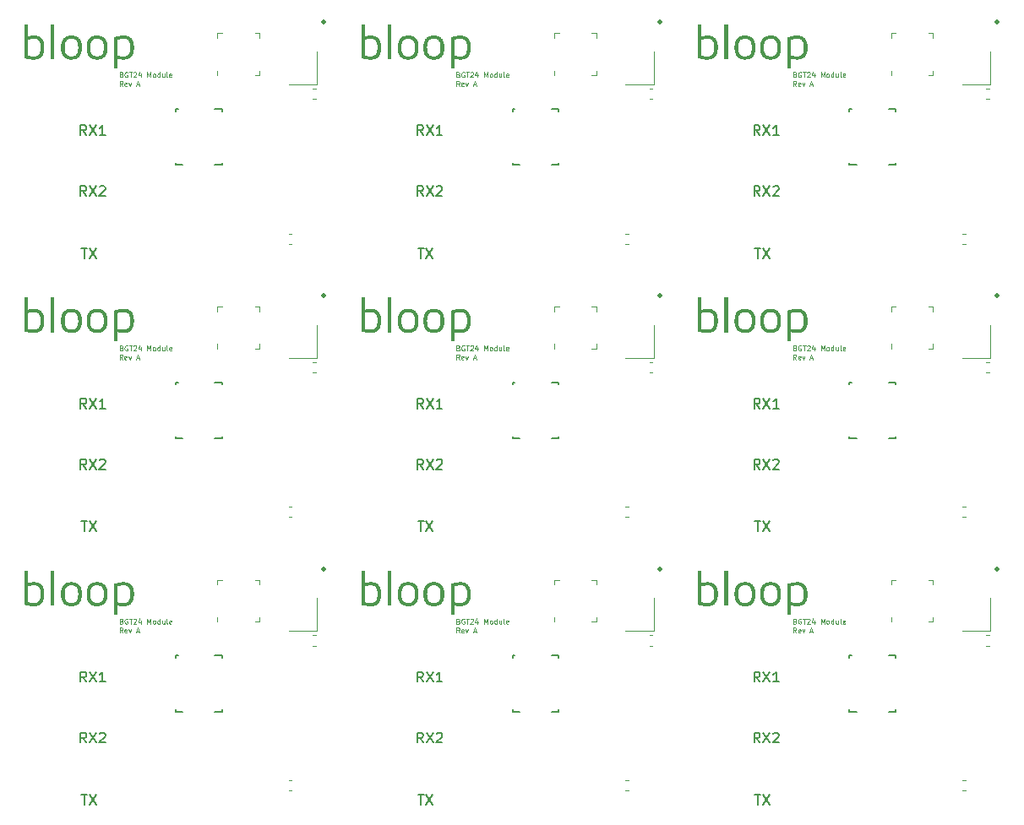
<source format=gto>
G04 #@! TF.GenerationSoftware,KiCad,Pcbnew,(5.1.5)-3*
G04 #@! TF.CreationDate,2020-01-06T20:35:24-07:00*
G04 #@! TF.ProjectId,rf_panel,72665f70-616e-4656-9c2e-6b696361645f,A*
G04 #@! TF.SameCoordinates,PX5c3d87cPY8384138*
G04 #@! TF.FileFunction,Legend,Top*
G04 #@! TF.FilePolarity,Positive*
%FSLAX46Y46*%
G04 Gerber Fmt 4.6, Leading zero omitted, Abs format (unit mm)*
G04 Created by KiCad (PCBNEW (5.1.5)-3) date 2020-01-06 20:35:24*
%MOMM*%
%LPD*%
G04 APERTURE LIST*
%ADD10C,0.500000*%
%ADD11C,0.076200*%
%ADD12C,0.150000*%
%ADD13C,0.120000*%
%ADD14C,0.010000*%
G04 APERTURE END LIST*
D10*
X102734980Y28707540D02*
G75*
G03X102734980Y28707540I0J0D01*
G01*
X68984980Y28707540D02*
G75*
G03X68984980Y28707540I0J0D01*
G01*
X35234980Y28707540D02*
G75*
G03X35234980Y28707540I0J0D01*
G01*
X102734980Y56107540D02*
G75*
G03X102734980Y56107540I0J0D01*
G01*
X68984980Y56107540D02*
G75*
G03X68984980Y56107540I0J0D01*
G01*
X35234980Y56107540D02*
G75*
G03X35234980Y56107540I0J0D01*
G01*
X102734980Y83507540D02*
G75*
G03X102734980Y83507540I0J0D01*
G01*
X68984980Y83507540D02*
G75*
G03X68984980Y83507540I0J0D01*
G01*
D11*
X82500795Y23461826D02*
X82573367Y23437636D01*
X82597557Y23413445D01*
X82621748Y23365064D01*
X82621748Y23292493D01*
X82597557Y23244112D01*
X82573367Y23219921D01*
X82524986Y23195731D01*
X82331462Y23195731D01*
X82331462Y23703731D01*
X82500795Y23703731D01*
X82549176Y23679540D01*
X82573367Y23655350D01*
X82597557Y23606969D01*
X82597557Y23558588D01*
X82573367Y23510207D01*
X82549176Y23486017D01*
X82500795Y23461826D01*
X82331462Y23461826D01*
X83105557Y23679540D02*
X83057176Y23703731D01*
X82984605Y23703731D01*
X82912033Y23679540D01*
X82863652Y23631160D01*
X82839462Y23582779D01*
X82815271Y23486017D01*
X82815271Y23413445D01*
X82839462Y23316683D01*
X82863652Y23268302D01*
X82912033Y23219921D01*
X82984605Y23195731D01*
X83032986Y23195731D01*
X83105557Y23219921D01*
X83129748Y23244112D01*
X83129748Y23413445D01*
X83032986Y23413445D01*
X83274890Y23703731D02*
X83565176Y23703731D01*
X83420033Y23195731D02*
X83420033Y23703731D01*
X83710319Y23655350D02*
X83734510Y23679540D01*
X83782890Y23703731D01*
X83903843Y23703731D01*
X83952224Y23679540D01*
X83976414Y23655350D01*
X84000605Y23606969D01*
X84000605Y23558588D01*
X83976414Y23486017D01*
X83686129Y23195731D01*
X84000605Y23195731D01*
X84436033Y23534398D02*
X84436033Y23195731D01*
X84315081Y23727921D02*
X84194129Y23365064D01*
X84508605Y23365064D01*
X85089176Y23195731D02*
X85089176Y23703731D01*
X85258510Y23340874D01*
X85427843Y23703731D01*
X85427843Y23195731D01*
X85742319Y23195731D02*
X85693938Y23219921D01*
X85669748Y23244112D01*
X85645557Y23292493D01*
X85645557Y23437636D01*
X85669748Y23486017D01*
X85693938Y23510207D01*
X85742319Y23534398D01*
X85814890Y23534398D01*
X85863271Y23510207D01*
X85887462Y23486017D01*
X85911652Y23437636D01*
X85911652Y23292493D01*
X85887462Y23244112D01*
X85863271Y23219921D01*
X85814890Y23195731D01*
X85742319Y23195731D01*
X86347081Y23195731D02*
X86347081Y23703731D01*
X86347081Y23219921D02*
X86298700Y23195731D01*
X86201938Y23195731D01*
X86153557Y23219921D01*
X86129367Y23244112D01*
X86105176Y23292493D01*
X86105176Y23437636D01*
X86129367Y23486017D01*
X86153557Y23510207D01*
X86201938Y23534398D01*
X86298700Y23534398D01*
X86347081Y23510207D01*
X86806700Y23534398D02*
X86806700Y23195731D01*
X86588986Y23534398D02*
X86588986Y23268302D01*
X86613176Y23219921D01*
X86661557Y23195731D01*
X86734129Y23195731D01*
X86782510Y23219921D01*
X86806700Y23244112D01*
X87121176Y23195731D02*
X87072795Y23219921D01*
X87048605Y23268302D01*
X87048605Y23703731D01*
X87508224Y23219921D02*
X87459843Y23195731D01*
X87363081Y23195731D01*
X87314700Y23219921D01*
X87290510Y23268302D01*
X87290510Y23461826D01*
X87314700Y23510207D01*
X87363081Y23534398D01*
X87459843Y23534398D01*
X87508224Y23510207D01*
X87532414Y23461826D01*
X87532414Y23413445D01*
X87290510Y23365064D01*
X48750795Y23461826D02*
X48823367Y23437636D01*
X48847557Y23413445D01*
X48871748Y23365064D01*
X48871748Y23292493D01*
X48847557Y23244112D01*
X48823367Y23219921D01*
X48774986Y23195731D01*
X48581462Y23195731D01*
X48581462Y23703731D01*
X48750795Y23703731D01*
X48799176Y23679540D01*
X48823367Y23655350D01*
X48847557Y23606969D01*
X48847557Y23558588D01*
X48823367Y23510207D01*
X48799176Y23486017D01*
X48750795Y23461826D01*
X48581462Y23461826D01*
X49355557Y23679540D02*
X49307176Y23703731D01*
X49234605Y23703731D01*
X49162033Y23679540D01*
X49113652Y23631160D01*
X49089462Y23582779D01*
X49065271Y23486017D01*
X49065271Y23413445D01*
X49089462Y23316683D01*
X49113652Y23268302D01*
X49162033Y23219921D01*
X49234605Y23195731D01*
X49282986Y23195731D01*
X49355557Y23219921D01*
X49379748Y23244112D01*
X49379748Y23413445D01*
X49282986Y23413445D01*
X49524890Y23703731D02*
X49815176Y23703731D01*
X49670033Y23195731D02*
X49670033Y23703731D01*
X49960319Y23655350D02*
X49984510Y23679540D01*
X50032890Y23703731D01*
X50153843Y23703731D01*
X50202224Y23679540D01*
X50226414Y23655350D01*
X50250605Y23606969D01*
X50250605Y23558588D01*
X50226414Y23486017D01*
X49936129Y23195731D01*
X50250605Y23195731D01*
X50686033Y23534398D02*
X50686033Y23195731D01*
X50565081Y23727921D02*
X50444129Y23365064D01*
X50758605Y23365064D01*
X51339176Y23195731D02*
X51339176Y23703731D01*
X51508510Y23340874D01*
X51677843Y23703731D01*
X51677843Y23195731D01*
X51992319Y23195731D02*
X51943938Y23219921D01*
X51919748Y23244112D01*
X51895557Y23292493D01*
X51895557Y23437636D01*
X51919748Y23486017D01*
X51943938Y23510207D01*
X51992319Y23534398D01*
X52064890Y23534398D01*
X52113271Y23510207D01*
X52137462Y23486017D01*
X52161652Y23437636D01*
X52161652Y23292493D01*
X52137462Y23244112D01*
X52113271Y23219921D01*
X52064890Y23195731D01*
X51992319Y23195731D01*
X52597081Y23195731D02*
X52597081Y23703731D01*
X52597081Y23219921D02*
X52548700Y23195731D01*
X52451938Y23195731D01*
X52403557Y23219921D01*
X52379367Y23244112D01*
X52355176Y23292493D01*
X52355176Y23437636D01*
X52379367Y23486017D01*
X52403557Y23510207D01*
X52451938Y23534398D01*
X52548700Y23534398D01*
X52597081Y23510207D01*
X53056700Y23534398D02*
X53056700Y23195731D01*
X52838986Y23534398D02*
X52838986Y23268302D01*
X52863176Y23219921D01*
X52911557Y23195731D01*
X52984129Y23195731D01*
X53032510Y23219921D01*
X53056700Y23244112D01*
X53371176Y23195731D02*
X53322795Y23219921D01*
X53298605Y23268302D01*
X53298605Y23703731D01*
X53758224Y23219921D02*
X53709843Y23195731D01*
X53613081Y23195731D01*
X53564700Y23219921D01*
X53540510Y23268302D01*
X53540510Y23461826D01*
X53564700Y23510207D01*
X53613081Y23534398D01*
X53709843Y23534398D01*
X53758224Y23510207D01*
X53782414Y23461826D01*
X53782414Y23413445D01*
X53540510Y23365064D01*
X15000795Y23461826D02*
X15073367Y23437636D01*
X15097557Y23413445D01*
X15121748Y23365064D01*
X15121748Y23292493D01*
X15097557Y23244112D01*
X15073367Y23219921D01*
X15024986Y23195731D01*
X14831462Y23195731D01*
X14831462Y23703731D01*
X15000795Y23703731D01*
X15049176Y23679540D01*
X15073367Y23655350D01*
X15097557Y23606969D01*
X15097557Y23558588D01*
X15073367Y23510207D01*
X15049176Y23486017D01*
X15000795Y23461826D01*
X14831462Y23461826D01*
X15605557Y23679540D02*
X15557176Y23703731D01*
X15484605Y23703731D01*
X15412033Y23679540D01*
X15363652Y23631160D01*
X15339462Y23582779D01*
X15315271Y23486017D01*
X15315271Y23413445D01*
X15339462Y23316683D01*
X15363652Y23268302D01*
X15412033Y23219921D01*
X15484605Y23195731D01*
X15532986Y23195731D01*
X15605557Y23219921D01*
X15629748Y23244112D01*
X15629748Y23413445D01*
X15532986Y23413445D01*
X15774890Y23703731D02*
X16065176Y23703731D01*
X15920033Y23195731D02*
X15920033Y23703731D01*
X16210319Y23655350D02*
X16234510Y23679540D01*
X16282890Y23703731D01*
X16403843Y23703731D01*
X16452224Y23679540D01*
X16476414Y23655350D01*
X16500605Y23606969D01*
X16500605Y23558588D01*
X16476414Y23486017D01*
X16186129Y23195731D01*
X16500605Y23195731D01*
X16936033Y23534398D02*
X16936033Y23195731D01*
X16815081Y23727921D02*
X16694129Y23365064D01*
X17008605Y23365064D01*
X17589176Y23195731D02*
X17589176Y23703731D01*
X17758510Y23340874D01*
X17927843Y23703731D01*
X17927843Y23195731D01*
X18242319Y23195731D02*
X18193938Y23219921D01*
X18169748Y23244112D01*
X18145557Y23292493D01*
X18145557Y23437636D01*
X18169748Y23486017D01*
X18193938Y23510207D01*
X18242319Y23534398D01*
X18314890Y23534398D01*
X18363271Y23510207D01*
X18387462Y23486017D01*
X18411652Y23437636D01*
X18411652Y23292493D01*
X18387462Y23244112D01*
X18363271Y23219921D01*
X18314890Y23195731D01*
X18242319Y23195731D01*
X18847081Y23195731D02*
X18847081Y23703731D01*
X18847081Y23219921D02*
X18798700Y23195731D01*
X18701938Y23195731D01*
X18653557Y23219921D01*
X18629367Y23244112D01*
X18605176Y23292493D01*
X18605176Y23437636D01*
X18629367Y23486017D01*
X18653557Y23510207D01*
X18701938Y23534398D01*
X18798700Y23534398D01*
X18847081Y23510207D01*
X19306700Y23534398D02*
X19306700Y23195731D01*
X19088986Y23534398D02*
X19088986Y23268302D01*
X19113176Y23219921D01*
X19161557Y23195731D01*
X19234129Y23195731D01*
X19282510Y23219921D01*
X19306700Y23244112D01*
X19621176Y23195731D02*
X19572795Y23219921D01*
X19548605Y23268302D01*
X19548605Y23703731D01*
X20008224Y23219921D02*
X19959843Y23195731D01*
X19863081Y23195731D01*
X19814700Y23219921D01*
X19790510Y23268302D01*
X19790510Y23461826D01*
X19814700Y23510207D01*
X19863081Y23534398D01*
X19959843Y23534398D01*
X20008224Y23510207D01*
X20032414Y23461826D01*
X20032414Y23413445D01*
X19790510Y23365064D01*
X82500795Y50861826D02*
X82573367Y50837636D01*
X82597557Y50813445D01*
X82621748Y50765064D01*
X82621748Y50692493D01*
X82597557Y50644112D01*
X82573367Y50619921D01*
X82524986Y50595731D01*
X82331462Y50595731D01*
X82331462Y51103731D01*
X82500795Y51103731D01*
X82549176Y51079540D01*
X82573367Y51055350D01*
X82597557Y51006969D01*
X82597557Y50958588D01*
X82573367Y50910207D01*
X82549176Y50886017D01*
X82500795Y50861826D01*
X82331462Y50861826D01*
X83105557Y51079540D02*
X83057176Y51103731D01*
X82984605Y51103731D01*
X82912033Y51079540D01*
X82863652Y51031160D01*
X82839462Y50982779D01*
X82815271Y50886017D01*
X82815271Y50813445D01*
X82839462Y50716683D01*
X82863652Y50668302D01*
X82912033Y50619921D01*
X82984605Y50595731D01*
X83032986Y50595731D01*
X83105557Y50619921D01*
X83129748Y50644112D01*
X83129748Y50813445D01*
X83032986Y50813445D01*
X83274890Y51103731D02*
X83565176Y51103731D01*
X83420033Y50595731D02*
X83420033Y51103731D01*
X83710319Y51055350D02*
X83734510Y51079540D01*
X83782890Y51103731D01*
X83903843Y51103731D01*
X83952224Y51079540D01*
X83976414Y51055350D01*
X84000605Y51006969D01*
X84000605Y50958588D01*
X83976414Y50886017D01*
X83686129Y50595731D01*
X84000605Y50595731D01*
X84436033Y50934398D02*
X84436033Y50595731D01*
X84315081Y51127921D02*
X84194129Y50765064D01*
X84508605Y50765064D01*
X85089176Y50595731D02*
X85089176Y51103731D01*
X85258510Y50740874D01*
X85427843Y51103731D01*
X85427843Y50595731D01*
X85742319Y50595731D02*
X85693938Y50619921D01*
X85669748Y50644112D01*
X85645557Y50692493D01*
X85645557Y50837636D01*
X85669748Y50886017D01*
X85693938Y50910207D01*
X85742319Y50934398D01*
X85814890Y50934398D01*
X85863271Y50910207D01*
X85887462Y50886017D01*
X85911652Y50837636D01*
X85911652Y50692493D01*
X85887462Y50644112D01*
X85863271Y50619921D01*
X85814890Y50595731D01*
X85742319Y50595731D01*
X86347081Y50595731D02*
X86347081Y51103731D01*
X86347081Y50619921D02*
X86298700Y50595731D01*
X86201938Y50595731D01*
X86153557Y50619921D01*
X86129367Y50644112D01*
X86105176Y50692493D01*
X86105176Y50837636D01*
X86129367Y50886017D01*
X86153557Y50910207D01*
X86201938Y50934398D01*
X86298700Y50934398D01*
X86347081Y50910207D01*
X86806700Y50934398D02*
X86806700Y50595731D01*
X86588986Y50934398D02*
X86588986Y50668302D01*
X86613176Y50619921D01*
X86661557Y50595731D01*
X86734129Y50595731D01*
X86782510Y50619921D01*
X86806700Y50644112D01*
X87121176Y50595731D02*
X87072795Y50619921D01*
X87048605Y50668302D01*
X87048605Y51103731D01*
X87508224Y50619921D02*
X87459843Y50595731D01*
X87363081Y50595731D01*
X87314700Y50619921D01*
X87290510Y50668302D01*
X87290510Y50861826D01*
X87314700Y50910207D01*
X87363081Y50934398D01*
X87459843Y50934398D01*
X87508224Y50910207D01*
X87532414Y50861826D01*
X87532414Y50813445D01*
X87290510Y50765064D01*
X48750795Y50861826D02*
X48823367Y50837636D01*
X48847557Y50813445D01*
X48871748Y50765064D01*
X48871748Y50692493D01*
X48847557Y50644112D01*
X48823367Y50619921D01*
X48774986Y50595731D01*
X48581462Y50595731D01*
X48581462Y51103731D01*
X48750795Y51103731D01*
X48799176Y51079540D01*
X48823367Y51055350D01*
X48847557Y51006969D01*
X48847557Y50958588D01*
X48823367Y50910207D01*
X48799176Y50886017D01*
X48750795Y50861826D01*
X48581462Y50861826D01*
X49355557Y51079540D02*
X49307176Y51103731D01*
X49234605Y51103731D01*
X49162033Y51079540D01*
X49113652Y51031160D01*
X49089462Y50982779D01*
X49065271Y50886017D01*
X49065271Y50813445D01*
X49089462Y50716683D01*
X49113652Y50668302D01*
X49162033Y50619921D01*
X49234605Y50595731D01*
X49282986Y50595731D01*
X49355557Y50619921D01*
X49379748Y50644112D01*
X49379748Y50813445D01*
X49282986Y50813445D01*
X49524890Y51103731D02*
X49815176Y51103731D01*
X49670033Y50595731D02*
X49670033Y51103731D01*
X49960319Y51055350D02*
X49984510Y51079540D01*
X50032890Y51103731D01*
X50153843Y51103731D01*
X50202224Y51079540D01*
X50226414Y51055350D01*
X50250605Y51006969D01*
X50250605Y50958588D01*
X50226414Y50886017D01*
X49936129Y50595731D01*
X50250605Y50595731D01*
X50686033Y50934398D02*
X50686033Y50595731D01*
X50565081Y51127921D02*
X50444129Y50765064D01*
X50758605Y50765064D01*
X51339176Y50595731D02*
X51339176Y51103731D01*
X51508510Y50740874D01*
X51677843Y51103731D01*
X51677843Y50595731D01*
X51992319Y50595731D02*
X51943938Y50619921D01*
X51919748Y50644112D01*
X51895557Y50692493D01*
X51895557Y50837636D01*
X51919748Y50886017D01*
X51943938Y50910207D01*
X51992319Y50934398D01*
X52064890Y50934398D01*
X52113271Y50910207D01*
X52137462Y50886017D01*
X52161652Y50837636D01*
X52161652Y50692493D01*
X52137462Y50644112D01*
X52113271Y50619921D01*
X52064890Y50595731D01*
X51992319Y50595731D01*
X52597081Y50595731D02*
X52597081Y51103731D01*
X52597081Y50619921D02*
X52548700Y50595731D01*
X52451938Y50595731D01*
X52403557Y50619921D01*
X52379367Y50644112D01*
X52355176Y50692493D01*
X52355176Y50837636D01*
X52379367Y50886017D01*
X52403557Y50910207D01*
X52451938Y50934398D01*
X52548700Y50934398D01*
X52597081Y50910207D01*
X53056700Y50934398D02*
X53056700Y50595731D01*
X52838986Y50934398D02*
X52838986Y50668302D01*
X52863176Y50619921D01*
X52911557Y50595731D01*
X52984129Y50595731D01*
X53032510Y50619921D01*
X53056700Y50644112D01*
X53371176Y50595731D02*
X53322795Y50619921D01*
X53298605Y50668302D01*
X53298605Y51103731D01*
X53758224Y50619921D02*
X53709843Y50595731D01*
X53613081Y50595731D01*
X53564700Y50619921D01*
X53540510Y50668302D01*
X53540510Y50861826D01*
X53564700Y50910207D01*
X53613081Y50934398D01*
X53709843Y50934398D01*
X53758224Y50910207D01*
X53782414Y50861826D01*
X53782414Y50813445D01*
X53540510Y50765064D01*
X15000795Y50861826D02*
X15073367Y50837636D01*
X15097557Y50813445D01*
X15121748Y50765064D01*
X15121748Y50692493D01*
X15097557Y50644112D01*
X15073367Y50619921D01*
X15024986Y50595731D01*
X14831462Y50595731D01*
X14831462Y51103731D01*
X15000795Y51103731D01*
X15049176Y51079540D01*
X15073367Y51055350D01*
X15097557Y51006969D01*
X15097557Y50958588D01*
X15073367Y50910207D01*
X15049176Y50886017D01*
X15000795Y50861826D01*
X14831462Y50861826D01*
X15605557Y51079540D02*
X15557176Y51103731D01*
X15484605Y51103731D01*
X15412033Y51079540D01*
X15363652Y51031160D01*
X15339462Y50982779D01*
X15315271Y50886017D01*
X15315271Y50813445D01*
X15339462Y50716683D01*
X15363652Y50668302D01*
X15412033Y50619921D01*
X15484605Y50595731D01*
X15532986Y50595731D01*
X15605557Y50619921D01*
X15629748Y50644112D01*
X15629748Y50813445D01*
X15532986Y50813445D01*
X15774890Y51103731D02*
X16065176Y51103731D01*
X15920033Y50595731D02*
X15920033Y51103731D01*
X16210319Y51055350D02*
X16234510Y51079540D01*
X16282890Y51103731D01*
X16403843Y51103731D01*
X16452224Y51079540D01*
X16476414Y51055350D01*
X16500605Y51006969D01*
X16500605Y50958588D01*
X16476414Y50886017D01*
X16186129Y50595731D01*
X16500605Y50595731D01*
X16936033Y50934398D02*
X16936033Y50595731D01*
X16815081Y51127921D02*
X16694129Y50765064D01*
X17008605Y50765064D01*
X17589176Y50595731D02*
X17589176Y51103731D01*
X17758510Y50740874D01*
X17927843Y51103731D01*
X17927843Y50595731D01*
X18242319Y50595731D02*
X18193938Y50619921D01*
X18169748Y50644112D01*
X18145557Y50692493D01*
X18145557Y50837636D01*
X18169748Y50886017D01*
X18193938Y50910207D01*
X18242319Y50934398D01*
X18314890Y50934398D01*
X18363271Y50910207D01*
X18387462Y50886017D01*
X18411652Y50837636D01*
X18411652Y50692493D01*
X18387462Y50644112D01*
X18363271Y50619921D01*
X18314890Y50595731D01*
X18242319Y50595731D01*
X18847081Y50595731D02*
X18847081Y51103731D01*
X18847081Y50619921D02*
X18798700Y50595731D01*
X18701938Y50595731D01*
X18653557Y50619921D01*
X18629367Y50644112D01*
X18605176Y50692493D01*
X18605176Y50837636D01*
X18629367Y50886017D01*
X18653557Y50910207D01*
X18701938Y50934398D01*
X18798700Y50934398D01*
X18847081Y50910207D01*
X19306700Y50934398D02*
X19306700Y50595731D01*
X19088986Y50934398D02*
X19088986Y50668302D01*
X19113176Y50619921D01*
X19161557Y50595731D01*
X19234129Y50595731D01*
X19282510Y50619921D01*
X19306700Y50644112D01*
X19621176Y50595731D02*
X19572795Y50619921D01*
X19548605Y50668302D01*
X19548605Y51103731D01*
X20008224Y50619921D02*
X19959843Y50595731D01*
X19863081Y50595731D01*
X19814700Y50619921D01*
X19790510Y50668302D01*
X19790510Y50861826D01*
X19814700Y50910207D01*
X19863081Y50934398D01*
X19959843Y50934398D01*
X20008224Y50910207D01*
X20032414Y50861826D01*
X20032414Y50813445D01*
X19790510Y50765064D01*
X82500795Y78261826D02*
X82573367Y78237636D01*
X82597557Y78213445D01*
X82621748Y78165064D01*
X82621748Y78092493D01*
X82597557Y78044112D01*
X82573367Y78019921D01*
X82524986Y77995731D01*
X82331462Y77995731D01*
X82331462Y78503731D01*
X82500795Y78503731D01*
X82549176Y78479540D01*
X82573367Y78455350D01*
X82597557Y78406969D01*
X82597557Y78358588D01*
X82573367Y78310207D01*
X82549176Y78286017D01*
X82500795Y78261826D01*
X82331462Y78261826D01*
X83105557Y78479540D02*
X83057176Y78503731D01*
X82984605Y78503731D01*
X82912033Y78479540D01*
X82863652Y78431160D01*
X82839462Y78382779D01*
X82815271Y78286017D01*
X82815271Y78213445D01*
X82839462Y78116683D01*
X82863652Y78068302D01*
X82912033Y78019921D01*
X82984605Y77995731D01*
X83032986Y77995731D01*
X83105557Y78019921D01*
X83129748Y78044112D01*
X83129748Y78213445D01*
X83032986Y78213445D01*
X83274890Y78503731D02*
X83565176Y78503731D01*
X83420033Y77995731D02*
X83420033Y78503731D01*
X83710319Y78455350D02*
X83734510Y78479540D01*
X83782890Y78503731D01*
X83903843Y78503731D01*
X83952224Y78479540D01*
X83976414Y78455350D01*
X84000605Y78406969D01*
X84000605Y78358588D01*
X83976414Y78286017D01*
X83686129Y77995731D01*
X84000605Y77995731D01*
X84436033Y78334398D02*
X84436033Y77995731D01*
X84315081Y78527921D02*
X84194129Y78165064D01*
X84508605Y78165064D01*
X85089176Y77995731D02*
X85089176Y78503731D01*
X85258510Y78140874D01*
X85427843Y78503731D01*
X85427843Y77995731D01*
X85742319Y77995731D02*
X85693938Y78019921D01*
X85669748Y78044112D01*
X85645557Y78092493D01*
X85645557Y78237636D01*
X85669748Y78286017D01*
X85693938Y78310207D01*
X85742319Y78334398D01*
X85814890Y78334398D01*
X85863271Y78310207D01*
X85887462Y78286017D01*
X85911652Y78237636D01*
X85911652Y78092493D01*
X85887462Y78044112D01*
X85863271Y78019921D01*
X85814890Y77995731D01*
X85742319Y77995731D01*
X86347081Y77995731D02*
X86347081Y78503731D01*
X86347081Y78019921D02*
X86298700Y77995731D01*
X86201938Y77995731D01*
X86153557Y78019921D01*
X86129367Y78044112D01*
X86105176Y78092493D01*
X86105176Y78237636D01*
X86129367Y78286017D01*
X86153557Y78310207D01*
X86201938Y78334398D01*
X86298700Y78334398D01*
X86347081Y78310207D01*
X86806700Y78334398D02*
X86806700Y77995731D01*
X86588986Y78334398D02*
X86588986Y78068302D01*
X86613176Y78019921D01*
X86661557Y77995731D01*
X86734129Y77995731D01*
X86782510Y78019921D01*
X86806700Y78044112D01*
X87121176Y77995731D02*
X87072795Y78019921D01*
X87048605Y78068302D01*
X87048605Y78503731D01*
X87508224Y78019921D02*
X87459843Y77995731D01*
X87363081Y77995731D01*
X87314700Y78019921D01*
X87290510Y78068302D01*
X87290510Y78261826D01*
X87314700Y78310207D01*
X87363081Y78334398D01*
X87459843Y78334398D01*
X87508224Y78310207D01*
X87532414Y78261826D01*
X87532414Y78213445D01*
X87290510Y78165064D01*
X48750795Y78261826D02*
X48823367Y78237636D01*
X48847557Y78213445D01*
X48871748Y78165064D01*
X48871748Y78092493D01*
X48847557Y78044112D01*
X48823367Y78019921D01*
X48774986Y77995731D01*
X48581462Y77995731D01*
X48581462Y78503731D01*
X48750795Y78503731D01*
X48799176Y78479540D01*
X48823367Y78455350D01*
X48847557Y78406969D01*
X48847557Y78358588D01*
X48823367Y78310207D01*
X48799176Y78286017D01*
X48750795Y78261826D01*
X48581462Y78261826D01*
X49355557Y78479540D02*
X49307176Y78503731D01*
X49234605Y78503731D01*
X49162033Y78479540D01*
X49113652Y78431160D01*
X49089462Y78382779D01*
X49065271Y78286017D01*
X49065271Y78213445D01*
X49089462Y78116683D01*
X49113652Y78068302D01*
X49162033Y78019921D01*
X49234605Y77995731D01*
X49282986Y77995731D01*
X49355557Y78019921D01*
X49379748Y78044112D01*
X49379748Y78213445D01*
X49282986Y78213445D01*
X49524890Y78503731D02*
X49815176Y78503731D01*
X49670033Y77995731D02*
X49670033Y78503731D01*
X49960319Y78455350D02*
X49984510Y78479540D01*
X50032890Y78503731D01*
X50153843Y78503731D01*
X50202224Y78479540D01*
X50226414Y78455350D01*
X50250605Y78406969D01*
X50250605Y78358588D01*
X50226414Y78286017D01*
X49936129Y77995731D01*
X50250605Y77995731D01*
X50686033Y78334398D02*
X50686033Y77995731D01*
X50565081Y78527921D02*
X50444129Y78165064D01*
X50758605Y78165064D01*
X51339176Y77995731D02*
X51339176Y78503731D01*
X51508510Y78140874D01*
X51677843Y78503731D01*
X51677843Y77995731D01*
X51992319Y77995731D02*
X51943938Y78019921D01*
X51919748Y78044112D01*
X51895557Y78092493D01*
X51895557Y78237636D01*
X51919748Y78286017D01*
X51943938Y78310207D01*
X51992319Y78334398D01*
X52064890Y78334398D01*
X52113271Y78310207D01*
X52137462Y78286017D01*
X52161652Y78237636D01*
X52161652Y78092493D01*
X52137462Y78044112D01*
X52113271Y78019921D01*
X52064890Y77995731D01*
X51992319Y77995731D01*
X52597081Y77995731D02*
X52597081Y78503731D01*
X52597081Y78019921D02*
X52548700Y77995731D01*
X52451938Y77995731D01*
X52403557Y78019921D01*
X52379367Y78044112D01*
X52355176Y78092493D01*
X52355176Y78237636D01*
X52379367Y78286017D01*
X52403557Y78310207D01*
X52451938Y78334398D01*
X52548700Y78334398D01*
X52597081Y78310207D01*
X53056700Y78334398D02*
X53056700Y77995731D01*
X52838986Y78334398D02*
X52838986Y78068302D01*
X52863176Y78019921D01*
X52911557Y77995731D01*
X52984129Y77995731D01*
X53032510Y78019921D01*
X53056700Y78044112D01*
X53371176Y77995731D02*
X53322795Y78019921D01*
X53298605Y78068302D01*
X53298605Y78503731D01*
X53758224Y78019921D02*
X53709843Y77995731D01*
X53613081Y77995731D01*
X53564700Y78019921D01*
X53540510Y78068302D01*
X53540510Y78261826D01*
X53564700Y78310207D01*
X53613081Y78334398D01*
X53709843Y78334398D01*
X53758224Y78310207D01*
X53782414Y78261826D01*
X53782414Y78213445D01*
X53540510Y78165064D01*
X82621748Y22306731D02*
X82452414Y22548636D01*
X82331462Y22306731D02*
X82331462Y22814731D01*
X82524986Y22814731D01*
X82573367Y22790540D01*
X82597557Y22766350D01*
X82621748Y22717969D01*
X82621748Y22645398D01*
X82597557Y22597017D01*
X82573367Y22572826D01*
X82524986Y22548636D01*
X82331462Y22548636D01*
X83032986Y22330921D02*
X82984605Y22306731D01*
X82887843Y22306731D01*
X82839462Y22330921D01*
X82815271Y22379302D01*
X82815271Y22572826D01*
X82839462Y22621207D01*
X82887843Y22645398D01*
X82984605Y22645398D01*
X83032986Y22621207D01*
X83057176Y22572826D01*
X83057176Y22524445D01*
X82815271Y22476064D01*
X83226510Y22645398D02*
X83347462Y22306731D01*
X83468414Y22645398D01*
X84024795Y22451874D02*
X84266700Y22451874D01*
X83976414Y22306731D02*
X84145748Y22814731D01*
X84315081Y22306731D01*
X48871748Y22306731D02*
X48702414Y22548636D01*
X48581462Y22306731D02*
X48581462Y22814731D01*
X48774986Y22814731D01*
X48823367Y22790540D01*
X48847557Y22766350D01*
X48871748Y22717969D01*
X48871748Y22645398D01*
X48847557Y22597017D01*
X48823367Y22572826D01*
X48774986Y22548636D01*
X48581462Y22548636D01*
X49282986Y22330921D02*
X49234605Y22306731D01*
X49137843Y22306731D01*
X49089462Y22330921D01*
X49065271Y22379302D01*
X49065271Y22572826D01*
X49089462Y22621207D01*
X49137843Y22645398D01*
X49234605Y22645398D01*
X49282986Y22621207D01*
X49307176Y22572826D01*
X49307176Y22524445D01*
X49065271Y22476064D01*
X49476510Y22645398D02*
X49597462Y22306731D01*
X49718414Y22645398D01*
X50274795Y22451874D02*
X50516700Y22451874D01*
X50226414Y22306731D02*
X50395748Y22814731D01*
X50565081Y22306731D01*
X15121748Y22306731D02*
X14952414Y22548636D01*
X14831462Y22306731D02*
X14831462Y22814731D01*
X15024986Y22814731D01*
X15073367Y22790540D01*
X15097557Y22766350D01*
X15121748Y22717969D01*
X15121748Y22645398D01*
X15097557Y22597017D01*
X15073367Y22572826D01*
X15024986Y22548636D01*
X14831462Y22548636D01*
X15532986Y22330921D02*
X15484605Y22306731D01*
X15387843Y22306731D01*
X15339462Y22330921D01*
X15315271Y22379302D01*
X15315271Y22572826D01*
X15339462Y22621207D01*
X15387843Y22645398D01*
X15484605Y22645398D01*
X15532986Y22621207D01*
X15557176Y22572826D01*
X15557176Y22524445D01*
X15315271Y22476064D01*
X15726510Y22645398D02*
X15847462Y22306731D01*
X15968414Y22645398D01*
X16524795Y22451874D02*
X16766700Y22451874D01*
X16476414Y22306731D02*
X16645748Y22814731D01*
X16815081Y22306731D01*
X82621748Y49706731D02*
X82452414Y49948636D01*
X82331462Y49706731D02*
X82331462Y50214731D01*
X82524986Y50214731D01*
X82573367Y50190540D01*
X82597557Y50166350D01*
X82621748Y50117969D01*
X82621748Y50045398D01*
X82597557Y49997017D01*
X82573367Y49972826D01*
X82524986Y49948636D01*
X82331462Y49948636D01*
X83032986Y49730921D02*
X82984605Y49706731D01*
X82887843Y49706731D01*
X82839462Y49730921D01*
X82815271Y49779302D01*
X82815271Y49972826D01*
X82839462Y50021207D01*
X82887843Y50045398D01*
X82984605Y50045398D01*
X83032986Y50021207D01*
X83057176Y49972826D01*
X83057176Y49924445D01*
X82815271Y49876064D01*
X83226510Y50045398D02*
X83347462Y49706731D01*
X83468414Y50045398D01*
X84024795Y49851874D02*
X84266700Y49851874D01*
X83976414Y49706731D02*
X84145748Y50214731D01*
X84315081Y49706731D01*
X48871748Y49706731D02*
X48702414Y49948636D01*
X48581462Y49706731D02*
X48581462Y50214731D01*
X48774986Y50214731D01*
X48823367Y50190540D01*
X48847557Y50166350D01*
X48871748Y50117969D01*
X48871748Y50045398D01*
X48847557Y49997017D01*
X48823367Y49972826D01*
X48774986Y49948636D01*
X48581462Y49948636D01*
X49282986Y49730921D02*
X49234605Y49706731D01*
X49137843Y49706731D01*
X49089462Y49730921D01*
X49065271Y49779302D01*
X49065271Y49972826D01*
X49089462Y50021207D01*
X49137843Y50045398D01*
X49234605Y50045398D01*
X49282986Y50021207D01*
X49307176Y49972826D01*
X49307176Y49924445D01*
X49065271Y49876064D01*
X49476510Y50045398D02*
X49597462Y49706731D01*
X49718414Y50045398D01*
X50274795Y49851874D02*
X50516700Y49851874D01*
X50226414Y49706731D02*
X50395748Y50214731D01*
X50565081Y49706731D01*
X15121748Y49706731D02*
X14952414Y49948636D01*
X14831462Y49706731D02*
X14831462Y50214731D01*
X15024986Y50214731D01*
X15073367Y50190540D01*
X15097557Y50166350D01*
X15121748Y50117969D01*
X15121748Y50045398D01*
X15097557Y49997017D01*
X15073367Y49972826D01*
X15024986Y49948636D01*
X14831462Y49948636D01*
X15532986Y49730921D02*
X15484605Y49706731D01*
X15387843Y49706731D01*
X15339462Y49730921D01*
X15315271Y49779302D01*
X15315271Y49972826D01*
X15339462Y50021207D01*
X15387843Y50045398D01*
X15484605Y50045398D01*
X15532986Y50021207D01*
X15557176Y49972826D01*
X15557176Y49924445D01*
X15315271Y49876064D01*
X15726510Y50045398D02*
X15847462Y49706731D01*
X15968414Y50045398D01*
X16524795Y49851874D02*
X16766700Y49851874D01*
X16476414Y49706731D02*
X16645748Y50214731D01*
X16815081Y49706731D01*
X82621748Y77106731D02*
X82452414Y77348636D01*
X82331462Y77106731D02*
X82331462Y77614731D01*
X82524986Y77614731D01*
X82573367Y77590540D01*
X82597557Y77566350D01*
X82621748Y77517969D01*
X82621748Y77445398D01*
X82597557Y77397017D01*
X82573367Y77372826D01*
X82524986Y77348636D01*
X82331462Y77348636D01*
X83032986Y77130921D02*
X82984605Y77106731D01*
X82887843Y77106731D01*
X82839462Y77130921D01*
X82815271Y77179302D01*
X82815271Y77372826D01*
X82839462Y77421207D01*
X82887843Y77445398D01*
X82984605Y77445398D01*
X83032986Y77421207D01*
X83057176Y77372826D01*
X83057176Y77324445D01*
X82815271Y77276064D01*
X83226510Y77445398D02*
X83347462Y77106731D01*
X83468414Y77445398D01*
X84024795Y77251874D02*
X84266700Y77251874D01*
X83976414Y77106731D02*
X84145748Y77614731D01*
X84315081Y77106731D01*
X48871748Y77106731D02*
X48702414Y77348636D01*
X48581462Y77106731D02*
X48581462Y77614731D01*
X48774986Y77614731D01*
X48823367Y77590540D01*
X48847557Y77566350D01*
X48871748Y77517969D01*
X48871748Y77445398D01*
X48847557Y77397017D01*
X48823367Y77372826D01*
X48774986Y77348636D01*
X48581462Y77348636D01*
X49282986Y77130921D02*
X49234605Y77106731D01*
X49137843Y77106731D01*
X49089462Y77130921D01*
X49065271Y77179302D01*
X49065271Y77372826D01*
X49089462Y77421207D01*
X49137843Y77445398D01*
X49234605Y77445398D01*
X49282986Y77421207D01*
X49307176Y77372826D01*
X49307176Y77324445D01*
X49065271Y77276064D01*
X49476510Y77445398D02*
X49597462Y77106731D01*
X49718414Y77445398D01*
X50274795Y77251874D02*
X50516700Y77251874D01*
X50226414Y77106731D02*
X50395748Y77614731D01*
X50565081Y77106731D01*
D12*
X78478075Y6066160D02*
X79049503Y6066160D01*
X78763789Y5066160D02*
X78763789Y6066160D01*
X79287599Y6066160D02*
X79954265Y5066160D01*
X79954265Y6066160D02*
X79287599Y5066160D01*
X44728075Y6066160D02*
X45299503Y6066160D01*
X45013789Y5066160D02*
X45013789Y6066160D01*
X45537599Y6066160D02*
X46204265Y5066160D01*
X46204265Y6066160D02*
X45537599Y5066160D01*
X10978075Y6066160D02*
X11549503Y6066160D01*
X11263789Y5066160D02*
X11263789Y6066160D01*
X11787599Y6066160D02*
X12454265Y5066160D01*
X12454265Y6066160D02*
X11787599Y5066160D01*
X78478075Y33466160D02*
X79049503Y33466160D01*
X78763789Y32466160D02*
X78763789Y33466160D01*
X79287599Y33466160D02*
X79954265Y32466160D01*
X79954265Y33466160D02*
X79287599Y32466160D01*
X44728075Y33466160D02*
X45299503Y33466160D01*
X45013789Y32466160D02*
X45013789Y33466160D01*
X45537599Y33466160D02*
X46204265Y32466160D01*
X46204265Y33466160D02*
X45537599Y32466160D01*
X10978075Y33466160D02*
X11549503Y33466160D01*
X11263789Y32466160D02*
X11263789Y33466160D01*
X11787599Y33466160D02*
X12454265Y32466160D01*
X12454265Y33466160D02*
X11787599Y32466160D01*
X78478075Y60866160D02*
X79049503Y60866160D01*
X78763789Y59866160D02*
X78763789Y60866160D01*
X79287599Y60866160D02*
X79954265Y59866160D01*
X79954265Y60866160D02*
X79287599Y59866160D01*
X44728075Y60866160D02*
X45299503Y60866160D01*
X45013789Y59866160D02*
X45013789Y60866160D01*
X45537599Y60866160D02*
X46204265Y59866160D01*
X46204265Y60866160D02*
X45537599Y59866160D01*
X78978122Y17385160D02*
X78644789Y17861350D01*
X78406694Y17385160D02*
X78406694Y18385160D01*
X78787646Y18385160D01*
X78882884Y18337540D01*
X78930503Y18289921D01*
X78978122Y18194683D01*
X78978122Y18051826D01*
X78930503Y17956588D01*
X78882884Y17908969D01*
X78787646Y17861350D01*
X78406694Y17861350D01*
X79311456Y18385160D02*
X79978122Y17385160D01*
X79978122Y18385160D02*
X79311456Y17385160D01*
X80882884Y17385160D02*
X80311456Y17385160D01*
X80597170Y17385160D02*
X80597170Y18385160D01*
X80501932Y18242302D01*
X80406694Y18147064D01*
X80311456Y18099445D01*
X45228122Y17385160D02*
X44894789Y17861350D01*
X44656694Y17385160D02*
X44656694Y18385160D01*
X45037646Y18385160D01*
X45132884Y18337540D01*
X45180503Y18289921D01*
X45228122Y18194683D01*
X45228122Y18051826D01*
X45180503Y17956588D01*
X45132884Y17908969D01*
X45037646Y17861350D01*
X44656694Y17861350D01*
X45561456Y18385160D02*
X46228122Y17385160D01*
X46228122Y18385160D02*
X45561456Y17385160D01*
X47132884Y17385160D02*
X46561456Y17385160D01*
X46847170Y17385160D02*
X46847170Y18385160D01*
X46751932Y18242302D01*
X46656694Y18147064D01*
X46561456Y18099445D01*
X11478122Y17385160D02*
X11144789Y17861350D01*
X10906694Y17385160D02*
X10906694Y18385160D01*
X11287646Y18385160D01*
X11382884Y18337540D01*
X11430503Y18289921D01*
X11478122Y18194683D01*
X11478122Y18051826D01*
X11430503Y17956588D01*
X11382884Y17908969D01*
X11287646Y17861350D01*
X10906694Y17861350D01*
X11811456Y18385160D02*
X12478122Y17385160D01*
X12478122Y18385160D02*
X11811456Y17385160D01*
X13382884Y17385160D02*
X12811456Y17385160D01*
X13097170Y17385160D02*
X13097170Y18385160D01*
X13001932Y18242302D01*
X12906694Y18147064D01*
X12811456Y18099445D01*
X78978122Y44785160D02*
X78644789Y45261350D01*
X78406694Y44785160D02*
X78406694Y45785160D01*
X78787646Y45785160D01*
X78882884Y45737540D01*
X78930503Y45689921D01*
X78978122Y45594683D01*
X78978122Y45451826D01*
X78930503Y45356588D01*
X78882884Y45308969D01*
X78787646Y45261350D01*
X78406694Y45261350D01*
X79311456Y45785160D02*
X79978122Y44785160D01*
X79978122Y45785160D02*
X79311456Y44785160D01*
X80882884Y44785160D02*
X80311456Y44785160D01*
X80597170Y44785160D02*
X80597170Y45785160D01*
X80501932Y45642302D01*
X80406694Y45547064D01*
X80311456Y45499445D01*
X45228122Y44785160D02*
X44894789Y45261350D01*
X44656694Y44785160D02*
X44656694Y45785160D01*
X45037646Y45785160D01*
X45132884Y45737540D01*
X45180503Y45689921D01*
X45228122Y45594683D01*
X45228122Y45451826D01*
X45180503Y45356588D01*
X45132884Y45308969D01*
X45037646Y45261350D01*
X44656694Y45261350D01*
X45561456Y45785160D02*
X46228122Y44785160D01*
X46228122Y45785160D02*
X45561456Y44785160D01*
X47132884Y44785160D02*
X46561456Y44785160D01*
X46847170Y44785160D02*
X46847170Y45785160D01*
X46751932Y45642302D01*
X46656694Y45547064D01*
X46561456Y45499445D01*
X11478122Y44785160D02*
X11144789Y45261350D01*
X10906694Y44785160D02*
X10906694Y45785160D01*
X11287646Y45785160D01*
X11382884Y45737540D01*
X11430503Y45689921D01*
X11478122Y45594683D01*
X11478122Y45451826D01*
X11430503Y45356588D01*
X11382884Y45308969D01*
X11287646Y45261350D01*
X10906694Y45261350D01*
X11811456Y45785160D02*
X12478122Y44785160D01*
X12478122Y45785160D02*
X11811456Y44785160D01*
X13382884Y44785160D02*
X12811456Y44785160D01*
X13097170Y44785160D02*
X13097170Y45785160D01*
X13001932Y45642302D01*
X12906694Y45547064D01*
X12811456Y45499445D01*
X78978122Y72185160D02*
X78644789Y72661350D01*
X78406694Y72185160D02*
X78406694Y73185160D01*
X78787646Y73185160D01*
X78882884Y73137540D01*
X78930503Y73089921D01*
X78978122Y72994683D01*
X78978122Y72851826D01*
X78930503Y72756588D01*
X78882884Y72708969D01*
X78787646Y72661350D01*
X78406694Y72661350D01*
X79311456Y73185160D02*
X79978122Y72185160D01*
X79978122Y73185160D02*
X79311456Y72185160D01*
X80882884Y72185160D02*
X80311456Y72185160D01*
X80597170Y72185160D02*
X80597170Y73185160D01*
X80501932Y73042302D01*
X80406694Y72947064D01*
X80311456Y72899445D01*
X45228122Y72185160D02*
X44894789Y72661350D01*
X44656694Y72185160D02*
X44656694Y73185160D01*
X45037646Y73185160D01*
X45132884Y73137540D01*
X45180503Y73089921D01*
X45228122Y72994683D01*
X45228122Y72851826D01*
X45180503Y72756588D01*
X45132884Y72708969D01*
X45037646Y72661350D01*
X44656694Y72661350D01*
X45561456Y73185160D02*
X46228122Y72185160D01*
X46228122Y73185160D02*
X45561456Y72185160D01*
X47132884Y72185160D02*
X46561456Y72185160D01*
X46847170Y72185160D02*
X46847170Y73185160D01*
X46751932Y73042302D01*
X46656694Y72947064D01*
X46561456Y72899445D01*
X78978122Y11289160D02*
X78644789Y11765350D01*
X78406694Y11289160D02*
X78406694Y12289160D01*
X78787646Y12289160D01*
X78882884Y12241540D01*
X78930503Y12193921D01*
X78978122Y12098683D01*
X78978122Y11955826D01*
X78930503Y11860588D01*
X78882884Y11812969D01*
X78787646Y11765350D01*
X78406694Y11765350D01*
X79311456Y12289160D02*
X79978122Y11289160D01*
X79978122Y12289160D02*
X79311456Y11289160D01*
X80311456Y12193921D02*
X80359075Y12241540D01*
X80454313Y12289160D01*
X80692408Y12289160D01*
X80787646Y12241540D01*
X80835265Y12193921D01*
X80882884Y12098683D01*
X80882884Y12003445D01*
X80835265Y11860588D01*
X80263837Y11289160D01*
X80882884Y11289160D01*
X45228122Y11289160D02*
X44894789Y11765350D01*
X44656694Y11289160D02*
X44656694Y12289160D01*
X45037646Y12289160D01*
X45132884Y12241540D01*
X45180503Y12193921D01*
X45228122Y12098683D01*
X45228122Y11955826D01*
X45180503Y11860588D01*
X45132884Y11812969D01*
X45037646Y11765350D01*
X44656694Y11765350D01*
X45561456Y12289160D02*
X46228122Y11289160D01*
X46228122Y12289160D02*
X45561456Y11289160D01*
X46561456Y12193921D02*
X46609075Y12241540D01*
X46704313Y12289160D01*
X46942408Y12289160D01*
X47037646Y12241540D01*
X47085265Y12193921D01*
X47132884Y12098683D01*
X47132884Y12003445D01*
X47085265Y11860588D01*
X46513837Y11289160D01*
X47132884Y11289160D01*
X11478122Y11289160D02*
X11144789Y11765350D01*
X10906694Y11289160D02*
X10906694Y12289160D01*
X11287646Y12289160D01*
X11382884Y12241540D01*
X11430503Y12193921D01*
X11478122Y12098683D01*
X11478122Y11955826D01*
X11430503Y11860588D01*
X11382884Y11812969D01*
X11287646Y11765350D01*
X10906694Y11765350D01*
X11811456Y12289160D02*
X12478122Y11289160D01*
X12478122Y12289160D02*
X11811456Y11289160D01*
X12811456Y12193921D02*
X12859075Y12241540D01*
X12954313Y12289160D01*
X13192408Y12289160D01*
X13287646Y12241540D01*
X13335265Y12193921D01*
X13382884Y12098683D01*
X13382884Y12003445D01*
X13335265Y11860588D01*
X12763837Y11289160D01*
X13382884Y11289160D01*
X78978122Y38689160D02*
X78644789Y39165350D01*
X78406694Y38689160D02*
X78406694Y39689160D01*
X78787646Y39689160D01*
X78882884Y39641540D01*
X78930503Y39593921D01*
X78978122Y39498683D01*
X78978122Y39355826D01*
X78930503Y39260588D01*
X78882884Y39212969D01*
X78787646Y39165350D01*
X78406694Y39165350D01*
X79311456Y39689160D02*
X79978122Y38689160D01*
X79978122Y39689160D02*
X79311456Y38689160D01*
X80311456Y39593921D02*
X80359075Y39641540D01*
X80454313Y39689160D01*
X80692408Y39689160D01*
X80787646Y39641540D01*
X80835265Y39593921D01*
X80882884Y39498683D01*
X80882884Y39403445D01*
X80835265Y39260588D01*
X80263837Y38689160D01*
X80882884Y38689160D01*
X45228122Y38689160D02*
X44894789Y39165350D01*
X44656694Y38689160D02*
X44656694Y39689160D01*
X45037646Y39689160D01*
X45132884Y39641540D01*
X45180503Y39593921D01*
X45228122Y39498683D01*
X45228122Y39355826D01*
X45180503Y39260588D01*
X45132884Y39212969D01*
X45037646Y39165350D01*
X44656694Y39165350D01*
X45561456Y39689160D02*
X46228122Y38689160D01*
X46228122Y39689160D02*
X45561456Y38689160D01*
X46561456Y39593921D02*
X46609075Y39641540D01*
X46704313Y39689160D01*
X46942408Y39689160D01*
X47037646Y39641540D01*
X47085265Y39593921D01*
X47132884Y39498683D01*
X47132884Y39403445D01*
X47085265Y39260588D01*
X46513837Y38689160D01*
X47132884Y38689160D01*
X11478122Y38689160D02*
X11144789Y39165350D01*
X10906694Y38689160D02*
X10906694Y39689160D01*
X11287646Y39689160D01*
X11382884Y39641540D01*
X11430503Y39593921D01*
X11478122Y39498683D01*
X11478122Y39355826D01*
X11430503Y39260588D01*
X11382884Y39212969D01*
X11287646Y39165350D01*
X10906694Y39165350D01*
X11811456Y39689160D02*
X12478122Y38689160D01*
X12478122Y39689160D02*
X11811456Y38689160D01*
X12811456Y39593921D02*
X12859075Y39641540D01*
X12954313Y39689160D01*
X13192408Y39689160D01*
X13287646Y39641540D01*
X13335265Y39593921D01*
X13382884Y39498683D01*
X13382884Y39403445D01*
X13335265Y39260588D01*
X12763837Y38689160D01*
X13382884Y38689160D01*
X78978122Y66089160D02*
X78644789Y66565350D01*
X78406694Y66089160D02*
X78406694Y67089160D01*
X78787646Y67089160D01*
X78882884Y67041540D01*
X78930503Y66993921D01*
X78978122Y66898683D01*
X78978122Y66755826D01*
X78930503Y66660588D01*
X78882884Y66612969D01*
X78787646Y66565350D01*
X78406694Y66565350D01*
X79311456Y67089160D02*
X79978122Y66089160D01*
X79978122Y67089160D02*
X79311456Y66089160D01*
X80311456Y66993921D02*
X80359075Y67041540D01*
X80454313Y67089160D01*
X80692408Y67089160D01*
X80787646Y67041540D01*
X80835265Y66993921D01*
X80882884Y66898683D01*
X80882884Y66803445D01*
X80835265Y66660588D01*
X80263837Y66089160D01*
X80882884Y66089160D01*
X45228122Y66089160D02*
X44894789Y66565350D01*
X44656694Y66089160D02*
X44656694Y67089160D01*
X45037646Y67089160D01*
X45132884Y67041540D01*
X45180503Y66993921D01*
X45228122Y66898683D01*
X45228122Y66755826D01*
X45180503Y66660588D01*
X45132884Y66612969D01*
X45037646Y66565350D01*
X44656694Y66565350D01*
X45561456Y67089160D02*
X46228122Y66089160D01*
X46228122Y67089160D02*
X45561456Y66089160D01*
X46561456Y66993921D02*
X46609075Y67041540D01*
X46704313Y67089160D01*
X46942408Y67089160D01*
X47037646Y67041540D01*
X47085265Y66993921D01*
X47132884Y66898683D01*
X47132884Y66803445D01*
X47085265Y66660588D01*
X46513837Y66089160D01*
X47132884Y66089160D01*
D10*
X35234980Y83507540D02*
G75*
G03X35234980Y83507540I0J0D01*
G01*
D12*
X11478122Y66089160D02*
X11144789Y66565350D01*
X10906694Y66089160D02*
X10906694Y67089160D01*
X11287646Y67089160D01*
X11382884Y67041540D01*
X11430503Y66993921D01*
X11478122Y66898683D01*
X11478122Y66755826D01*
X11430503Y66660588D01*
X11382884Y66612969D01*
X11287646Y66565350D01*
X10906694Y66565350D01*
X11811456Y67089160D02*
X12478122Y66089160D01*
X12478122Y67089160D02*
X11811456Y66089160D01*
X12811456Y66993921D02*
X12859075Y67041540D01*
X12954313Y67089160D01*
X13192408Y67089160D01*
X13287646Y67041540D01*
X13335265Y66993921D01*
X13382884Y66898683D01*
X13382884Y66803445D01*
X13335265Y66660588D01*
X12763837Y66089160D01*
X13382884Y66089160D01*
X11478122Y72185160D02*
X11144789Y72661350D01*
X10906694Y72185160D02*
X10906694Y73185160D01*
X11287646Y73185160D01*
X11382884Y73137540D01*
X11430503Y73089921D01*
X11478122Y72994683D01*
X11478122Y72851826D01*
X11430503Y72756588D01*
X11382884Y72708969D01*
X11287646Y72661350D01*
X10906694Y72661350D01*
X11811456Y73185160D02*
X12478122Y72185160D01*
X12478122Y73185160D02*
X11811456Y72185160D01*
X13382884Y72185160D02*
X12811456Y72185160D01*
X13097170Y72185160D02*
X13097170Y73185160D01*
X13001932Y73042302D01*
X12906694Y72947064D01*
X12811456Y72899445D01*
X10978075Y60866160D02*
X11549503Y60866160D01*
X11263789Y59866160D02*
X11263789Y60866160D01*
X11787599Y60866160D02*
X12454265Y59866160D01*
X12454265Y60866160D02*
X11787599Y59866160D01*
D11*
X15121748Y77106731D02*
X14952414Y77348636D01*
X14831462Y77106731D02*
X14831462Y77614731D01*
X15024986Y77614731D01*
X15073367Y77590540D01*
X15097557Y77566350D01*
X15121748Y77517969D01*
X15121748Y77445398D01*
X15097557Y77397017D01*
X15073367Y77372826D01*
X15024986Y77348636D01*
X14831462Y77348636D01*
X15532986Y77130921D02*
X15484605Y77106731D01*
X15387843Y77106731D01*
X15339462Y77130921D01*
X15315271Y77179302D01*
X15315271Y77372826D01*
X15339462Y77421207D01*
X15387843Y77445398D01*
X15484605Y77445398D01*
X15532986Y77421207D01*
X15557176Y77372826D01*
X15557176Y77324445D01*
X15315271Y77276064D01*
X15726510Y77445398D02*
X15847462Y77106731D01*
X15968414Y77445398D01*
X16524795Y77251874D02*
X16766700Y77251874D01*
X16476414Y77106731D02*
X16645748Y77614731D01*
X16815081Y77106731D01*
X15000795Y78261826D02*
X15073367Y78237636D01*
X15097557Y78213445D01*
X15121748Y78165064D01*
X15121748Y78092493D01*
X15097557Y78044112D01*
X15073367Y78019921D01*
X15024986Y77995731D01*
X14831462Y77995731D01*
X14831462Y78503731D01*
X15000795Y78503731D01*
X15049176Y78479540D01*
X15073367Y78455350D01*
X15097557Y78406969D01*
X15097557Y78358588D01*
X15073367Y78310207D01*
X15049176Y78286017D01*
X15000795Y78261826D01*
X14831462Y78261826D01*
X15605557Y78479540D02*
X15557176Y78503731D01*
X15484605Y78503731D01*
X15412033Y78479540D01*
X15363652Y78431160D01*
X15339462Y78382779D01*
X15315271Y78286017D01*
X15315271Y78213445D01*
X15339462Y78116683D01*
X15363652Y78068302D01*
X15412033Y78019921D01*
X15484605Y77995731D01*
X15532986Y77995731D01*
X15605557Y78019921D01*
X15629748Y78044112D01*
X15629748Y78213445D01*
X15532986Y78213445D01*
X15774890Y78503731D02*
X16065176Y78503731D01*
X15920033Y77995731D02*
X15920033Y78503731D01*
X16210319Y78455350D02*
X16234510Y78479540D01*
X16282890Y78503731D01*
X16403843Y78503731D01*
X16452224Y78479540D01*
X16476414Y78455350D01*
X16500605Y78406969D01*
X16500605Y78358588D01*
X16476414Y78286017D01*
X16186129Y77995731D01*
X16500605Y77995731D01*
X16936033Y78334398D02*
X16936033Y77995731D01*
X16815081Y78527921D02*
X16694129Y78165064D01*
X17008605Y78165064D01*
X17589176Y77995731D02*
X17589176Y78503731D01*
X17758510Y78140874D01*
X17927843Y78503731D01*
X17927843Y77995731D01*
X18242319Y77995731D02*
X18193938Y78019921D01*
X18169748Y78044112D01*
X18145557Y78092493D01*
X18145557Y78237636D01*
X18169748Y78286017D01*
X18193938Y78310207D01*
X18242319Y78334398D01*
X18314890Y78334398D01*
X18363271Y78310207D01*
X18387462Y78286017D01*
X18411652Y78237636D01*
X18411652Y78092493D01*
X18387462Y78044112D01*
X18363271Y78019921D01*
X18314890Y77995731D01*
X18242319Y77995731D01*
X18847081Y77995731D02*
X18847081Y78503731D01*
X18847081Y78019921D02*
X18798700Y77995731D01*
X18701938Y77995731D01*
X18653557Y78019921D01*
X18629367Y78044112D01*
X18605176Y78092493D01*
X18605176Y78237636D01*
X18629367Y78286017D01*
X18653557Y78310207D01*
X18701938Y78334398D01*
X18798700Y78334398D01*
X18847081Y78310207D01*
X19306700Y78334398D02*
X19306700Y77995731D01*
X19088986Y78334398D02*
X19088986Y78068302D01*
X19113176Y78019921D01*
X19161557Y77995731D01*
X19234129Y77995731D01*
X19282510Y78019921D01*
X19306700Y78044112D01*
X19621176Y77995731D02*
X19572795Y78019921D01*
X19548605Y78068302D01*
X19548605Y78503731D01*
X20008224Y78019921D02*
X19959843Y77995731D01*
X19863081Y77995731D01*
X19814700Y78019921D01*
X19790510Y78068302D01*
X19790510Y78261826D01*
X19814700Y78310207D01*
X19863081Y78334398D01*
X19959843Y78334398D01*
X20008224Y78310207D01*
X20032414Y78261826D01*
X20032414Y78213445D01*
X19790510Y78165064D01*
D13*
X99275120Y22471100D02*
X102075120Y22471100D01*
X102075120Y22471100D02*
X102075120Y25771100D01*
X65525120Y22471100D02*
X68325120Y22471100D01*
X68325120Y22471100D02*
X68325120Y25771100D01*
X31775120Y22471100D02*
X34575120Y22471100D01*
X34575120Y22471100D02*
X34575120Y25771100D01*
X99275120Y49871100D02*
X102075120Y49871100D01*
X102075120Y49871100D02*
X102075120Y53171100D01*
X65525120Y49871100D02*
X68325120Y49871100D01*
X68325120Y49871100D02*
X68325120Y53171100D01*
X31775120Y49871100D02*
X34575120Y49871100D01*
X34575120Y49871100D02*
X34575120Y53171100D01*
X99275120Y77271100D02*
X102075120Y77271100D01*
X102075120Y77271100D02*
X102075120Y80571100D01*
X65525120Y77271100D02*
X68325120Y77271100D01*
X68325120Y77271100D02*
X68325120Y80571100D01*
X92115980Y27135440D02*
X92115980Y27610440D01*
X92115980Y27610440D02*
X92590980Y27610440D01*
X96335980Y23865440D02*
X96335980Y23390440D01*
X96335980Y23390440D02*
X95860980Y23390440D01*
X96335980Y27135440D02*
X96335980Y27610440D01*
X96335980Y27610440D02*
X95860980Y27610440D01*
X92115980Y23865440D02*
X92115980Y23390440D01*
X58365980Y27135440D02*
X58365980Y27610440D01*
X58365980Y27610440D02*
X58840980Y27610440D01*
X62585980Y23865440D02*
X62585980Y23390440D01*
X62585980Y23390440D02*
X62110980Y23390440D01*
X62585980Y27135440D02*
X62585980Y27610440D01*
X62585980Y27610440D02*
X62110980Y27610440D01*
X58365980Y23865440D02*
X58365980Y23390440D01*
X24615980Y27135440D02*
X24615980Y27610440D01*
X24615980Y27610440D02*
X25090980Y27610440D01*
X28835980Y23865440D02*
X28835980Y23390440D01*
X28835980Y23390440D02*
X28360980Y23390440D01*
X28835980Y27135440D02*
X28835980Y27610440D01*
X28835980Y27610440D02*
X28360980Y27610440D01*
X24615980Y23865440D02*
X24615980Y23390440D01*
X92115980Y54535440D02*
X92115980Y55010440D01*
X92115980Y55010440D02*
X92590980Y55010440D01*
X96335980Y51265440D02*
X96335980Y50790440D01*
X96335980Y50790440D02*
X95860980Y50790440D01*
X96335980Y54535440D02*
X96335980Y55010440D01*
X96335980Y55010440D02*
X95860980Y55010440D01*
X92115980Y51265440D02*
X92115980Y50790440D01*
X58365980Y54535440D02*
X58365980Y55010440D01*
X58365980Y55010440D02*
X58840980Y55010440D01*
X62585980Y51265440D02*
X62585980Y50790440D01*
X62585980Y50790440D02*
X62110980Y50790440D01*
X62585980Y54535440D02*
X62585980Y55010440D01*
X62585980Y55010440D02*
X62110980Y55010440D01*
X58365980Y51265440D02*
X58365980Y50790440D01*
X24615980Y54535440D02*
X24615980Y55010440D01*
X24615980Y55010440D02*
X25090980Y55010440D01*
X28835980Y51265440D02*
X28835980Y50790440D01*
X28835980Y50790440D02*
X28360980Y50790440D01*
X28835980Y54535440D02*
X28835980Y55010440D01*
X28835980Y55010440D02*
X28360980Y55010440D01*
X24615980Y51265440D02*
X24615980Y50790440D01*
X92115980Y81935440D02*
X92115980Y82410440D01*
X92115980Y82410440D02*
X92590980Y82410440D01*
X96335980Y78665440D02*
X96335980Y78190440D01*
X96335980Y78190440D02*
X95860980Y78190440D01*
X96335980Y81935440D02*
X96335980Y82410440D01*
X96335980Y82410440D02*
X95860980Y82410440D01*
X92115980Y78665440D02*
X92115980Y78190440D01*
X58365980Y81935440D02*
X58365980Y82410440D01*
X58365980Y82410440D02*
X58840980Y82410440D01*
X62585980Y78665440D02*
X62585980Y78190440D01*
X62585980Y78190440D02*
X62110980Y78190440D01*
X62585980Y81935440D02*
X62585980Y82410440D01*
X62585980Y82410440D02*
X62110980Y82410440D01*
X58365980Y78665440D02*
X58365980Y78190440D01*
D14*
G36*
X75693717Y26796544D02*
G01*
X75693293Y25087547D01*
X75559943Y25087114D01*
X75426593Y25086680D01*
X75426593Y28505540D01*
X75694141Y28505540D01*
X75693717Y26796544D01*
G37*
X75693717Y26796544D02*
X75693293Y25087547D01*
X75559943Y25087114D01*
X75426593Y25086680D01*
X75426593Y28505540D01*
X75694141Y28505540D01*
X75693717Y26796544D01*
G36*
X80039243Y27366705D02*
G01*
X80060891Y27366569D01*
X80080097Y27366317D01*
X80097332Y27365927D01*
X80113068Y27365375D01*
X80127777Y27364636D01*
X80141929Y27363686D01*
X80155997Y27362503D01*
X80170452Y27361063D01*
X80185767Y27359341D01*
X80202412Y27357314D01*
X80202640Y27357285D01*
X80261788Y27348486D01*
X80318652Y27337194D01*
X80373237Y27323404D01*
X80425549Y27307110D01*
X80475594Y27288307D01*
X80523379Y27266988D01*
X80568910Y27243148D01*
X80612194Y27216781D01*
X80653236Y27187881D01*
X80692042Y27156442D01*
X80728620Y27122459D01*
X80762975Y27085925D01*
X80795114Y27046835D01*
X80825042Y27005184D01*
X80852767Y26960965D01*
X80878294Y26914172D01*
X80901629Y26864800D01*
X80922780Y26812842D01*
X80941751Y26758294D01*
X80958550Y26701149D01*
X80972855Y26642874D01*
X80983675Y26589497D01*
X80992961Y26533494D01*
X81000698Y26475266D01*
X81006872Y26415213D01*
X81011469Y26353735D01*
X81014474Y26291233D01*
X81015875Y26228107D01*
X81015655Y26164758D01*
X81013802Y26101585D01*
X81010301Y26038989D01*
X81005139Y25977371D01*
X80998428Y25918127D01*
X80988730Y25852640D01*
X80976827Y25789712D01*
X80962719Y25729343D01*
X80946407Y25671536D01*
X80927892Y25616292D01*
X80907175Y25563614D01*
X80884256Y25513504D01*
X80859137Y25465962D01*
X80831817Y25420992D01*
X80802297Y25378595D01*
X80774355Y25343240D01*
X80758375Y25325084D01*
X80740166Y25305955D01*
X80720452Y25286539D01*
X80699957Y25267522D01*
X80679404Y25249592D01*
X80659518Y25233434D01*
X80654760Y25229771D01*
X80615376Y25201904D01*
X80573547Y25176336D01*
X80529324Y25153080D01*
X80482761Y25132150D01*
X80433912Y25113559D01*
X80382828Y25097321D01*
X80329564Y25083448D01*
X80274172Y25071955D01*
X80216706Y25062855D01*
X80157218Y25056160D01*
X80095761Y25051886D01*
X80032389Y25050044D01*
X79967155Y25050649D01*
X79948571Y25051259D01*
X79884932Y25054948D01*
X79823597Y25061116D01*
X79764558Y25069767D01*
X79707809Y25080902D01*
X79653342Y25094526D01*
X79601148Y25110642D01*
X79551222Y25129253D01*
X79503556Y25150363D01*
X79458142Y25173975D01*
X79414973Y25200091D01*
X79374041Y25228716D01*
X79335339Y25259853D01*
X79298861Y25293505D01*
X79264598Y25329676D01*
X79232542Y25368368D01*
X79227789Y25374567D01*
X79198586Y25415702D01*
X79171517Y25459333D01*
X79146575Y25505478D01*
X79123755Y25554154D01*
X79103052Y25605378D01*
X79084459Y25659167D01*
X79067971Y25715538D01*
X79053583Y25774509D01*
X79041289Y25836095D01*
X79031082Y25900314D01*
X79022959Y25967184D01*
X79019071Y26008720D01*
X79015828Y26054368D01*
X79013481Y26102475D01*
X79012034Y26152232D01*
X79011491Y26202832D01*
X79011639Y26223481D01*
X79292661Y26223481D01*
X79292898Y26166700D01*
X79294415Y26110296D01*
X79297216Y26054773D01*
X79301305Y26000634D01*
X79306687Y25948382D01*
X79312963Y25901194D01*
X79322390Y25845419D01*
X79333613Y25792513D01*
X79346633Y25742469D01*
X79361451Y25695283D01*
X79378069Y25650950D01*
X79396489Y25609466D01*
X79416712Y25570825D01*
X79418551Y25567607D01*
X79440621Y25532088D01*
X79464516Y25499094D01*
X79490298Y25468593D01*
X79518029Y25440553D01*
X79547772Y25414941D01*
X79579586Y25391724D01*
X79613535Y25370871D01*
X79649679Y25352349D01*
X79688081Y25336125D01*
X79728803Y25322167D01*
X79771905Y25310442D01*
X79817449Y25300919D01*
X79865498Y25293565D01*
X79916112Y25288347D01*
X79954566Y25285875D01*
X79963624Y25285577D01*
X79975431Y25285412D01*
X79989438Y25285370D01*
X80005098Y25285441D01*
X80021864Y25285615D01*
X80039187Y25285882D01*
X80056519Y25286231D01*
X80073313Y25286654D01*
X80089020Y25287139D01*
X80103093Y25287678D01*
X80114985Y25288259D01*
X80124146Y25288873D01*
X80125593Y25288998D01*
X80173680Y25294402D01*
X80219047Y25301657D01*
X80261849Y25310821D01*
X80302238Y25321951D01*
X80340368Y25335105D01*
X80376391Y25350339D01*
X80410460Y25367711D01*
X80442730Y25387278D01*
X80473352Y25409096D01*
X80495586Y25427193D01*
X80524547Y25454315D01*
X80551631Y25484256D01*
X80576838Y25517016D01*
X80600167Y25552594D01*
X80621619Y25590991D01*
X80641194Y25632206D01*
X80658892Y25676240D01*
X80674712Y25723092D01*
X80688655Y25772762D01*
X80700721Y25825250D01*
X80710908Y25880556D01*
X80719219Y25938680D01*
X80721581Y25958767D01*
X80724576Y25987436D01*
X80727088Y26015607D01*
X80729143Y26043831D01*
X80730768Y26072655D01*
X80731989Y26102629D01*
X80732833Y26134303D01*
X80733326Y26168225D01*
X80733494Y26204944D01*
X80733494Y26206840D01*
X80733429Y26235009D01*
X80733218Y26260383D01*
X80732845Y26283551D01*
X80732289Y26305102D01*
X80731531Y26325625D01*
X80730553Y26345710D01*
X80729335Y26365946D01*
X80727858Y26386922D01*
X80727518Y26391414D01*
X80721775Y26453182D01*
X80714214Y26512105D01*
X80704827Y26568198D01*
X80693609Y26621477D01*
X80680553Y26671958D01*
X80665654Y26719657D01*
X80648903Y26764589D01*
X80630296Y26806771D01*
X80609825Y26846217D01*
X80587485Y26882943D01*
X80563269Y26916966D01*
X80537170Y26948301D01*
X80509182Y26976963D01*
X80479500Y27002809D01*
X80454504Y27021599D01*
X80428541Y27038572D01*
X80400651Y27054331D01*
X80385520Y27062026D01*
X80349993Y27078170D01*
X80313715Y27091965D01*
X80276159Y27103570D01*
X80236801Y27113145D01*
X80195114Y27120849D01*
X80188246Y27121911D01*
X80148066Y27127023D01*
X80105562Y27130670D01*
X80061465Y27132850D01*
X80016507Y27133558D01*
X79971419Y27132790D01*
X79926934Y27130542D01*
X79883783Y27126810D01*
X79857905Y27123734D01*
X79811244Y27116219D01*
X79766490Y27106302D01*
X79723758Y27094023D01*
X79683161Y27079426D01*
X79644815Y27062554D01*
X79608833Y27043447D01*
X79575329Y27022150D01*
X79565100Y27014842D01*
X79533978Y26990016D01*
X79504842Y26962724D01*
X79477672Y26932927D01*
X79452446Y26900587D01*
X79429144Y26865666D01*
X79407747Y26828124D01*
X79388234Y26787922D01*
X79370584Y26745023D01*
X79354777Y26699387D01*
X79340794Y26650976D01*
X79328613Y26599751D01*
X79318214Y26545674D01*
X79317912Y26543902D01*
X79310548Y26495428D01*
X79304441Y26444311D01*
X79299595Y26391055D01*
X79296014Y26336162D01*
X79293701Y26280136D01*
X79292661Y26223481D01*
X79011639Y26223481D01*
X79011855Y26253467D01*
X79013130Y26303328D01*
X79015319Y26351607D01*
X79017381Y26383794D01*
X79023590Y26453478D01*
X79031929Y26520536D01*
X79042405Y26584976D01*
X79055022Y26646809D01*
X79069784Y26706044D01*
X79086698Y26762690D01*
X79105768Y26816757D01*
X79126999Y26868255D01*
X79150395Y26917193D01*
X79175963Y26963580D01*
X79203706Y27007426D01*
X79233631Y27048741D01*
X79265741Y27087534D01*
X79300041Y27123814D01*
X79336538Y27157592D01*
X79375235Y27188876D01*
X79416138Y27217676D01*
X79459252Y27244001D01*
X79470285Y27250147D01*
X79513521Y27272017D01*
X79559267Y27291740D01*
X79607382Y27309275D01*
X79657723Y27324579D01*
X79710148Y27337612D01*
X79764514Y27348330D01*
X79820679Y27356692D01*
X79840266Y27359002D01*
X79855719Y27360675D01*
X79869591Y27362092D01*
X79882351Y27363274D01*
X79894465Y27364241D01*
X79906403Y27365014D01*
X79918633Y27365614D01*
X79931623Y27366061D01*
X79945840Y27366378D01*
X79961754Y27366583D01*
X79979832Y27366699D01*
X80000543Y27366746D01*
X80014680Y27366749D01*
X80039243Y27366705D01*
G37*
X80039243Y27366705D02*
X80060891Y27366569D01*
X80080097Y27366317D01*
X80097332Y27365927D01*
X80113068Y27365375D01*
X80127777Y27364636D01*
X80141929Y27363686D01*
X80155997Y27362503D01*
X80170452Y27361063D01*
X80185767Y27359341D01*
X80202412Y27357314D01*
X80202640Y27357285D01*
X80261788Y27348486D01*
X80318652Y27337194D01*
X80373237Y27323404D01*
X80425549Y27307110D01*
X80475594Y27288307D01*
X80523379Y27266988D01*
X80568910Y27243148D01*
X80612194Y27216781D01*
X80653236Y27187881D01*
X80692042Y27156442D01*
X80728620Y27122459D01*
X80762975Y27085925D01*
X80795114Y27046835D01*
X80825042Y27005184D01*
X80852767Y26960965D01*
X80878294Y26914172D01*
X80901629Y26864800D01*
X80922780Y26812842D01*
X80941751Y26758294D01*
X80958550Y26701149D01*
X80972855Y26642874D01*
X80983675Y26589497D01*
X80992961Y26533494D01*
X81000698Y26475266D01*
X81006872Y26415213D01*
X81011469Y26353735D01*
X81014474Y26291233D01*
X81015875Y26228107D01*
X81015655Y26164758D01*
X81013802Y26101585D01*
X81010301Y26038989D01*
X81005139Y25977371D01*
X80998428Y25918127D01*
X80988730Y25852640D01*
X80976827Y25789712D01*
X80962719Y25729343D01*
X80946407Y25671536D01*
X80927892Y25616292D01*
X80907175Y25563614D01*
X80884256Y25513504D01*
X80859137Y25465962D01*
X80831817Y25420992D01*
X80802297Y25378595D01*
X80774355Y25343240D01*
X80758375Y25325084D01*
X80740166Y25305955D01*
X80720452Y25286539D01*
X80699957Y25267522D01*
X80679404Y25249592D01*
X80659518Y25233434D01*
X80654760Y25229771D01*
X80615376Y25201904D01*
X80573547Y25176336D01*
X80529324Y25153080D01*
X80482761Y25132150D01*
X80433912Y25113559D01*
X80382828Y25097321D01*
X80329564Y25083448D01*
X80274172Y25071955D01*
X80216706Y25062855D01*
X80157218Y25056160D01*
X80095761Y25051886D01*
X80032389Y25050044D01*
X79967155Y25050649D01*
X79948571Y25051259D01*
X79884932Y25054948D01*
X79823597Y25061116D01*
X79764558Y25069767D01*
X79707809Y25080902D01*
X79653342Y25094526D01*
X79601148Y25110642D01*
X79551222Y25129253D01*
X79503556Y25150363D01*
X79458142Y25173975D01*
X79414973Y25200091D01*
X79374041Y25228716D01*
X79335339Y25259853D01*
X79298861Y25293505D01*
X79264598Y25329676D01*
X79232542Y25368368D01*
X79227789Y25374567D01*
X79198586Y25415702D01*
X79171517Y25459333D01*
X79146575Y25505478D01*
X79123755Y25554154D01*
X79103052Y25605378D01*
X79084459Y25659167D01*
X79067971Y25715538D01*
X79053583Y25774509D01*
X79041289Y25836095D01*
X79031082Y25900314D01*
X79022959Y25967184D01*
X79019071Y26008720D01*
X79015828Y26054368D01*
X79013481Y26102475D01*
X79012034Y26152232D01*
X79011491Y26202832D01*
X79011639Y26223481D01*
X79292661Y26223481D01*
X79292898Y26166700D01*
X79294415Y26110296D01*
X79297216Y26054773D01*
X79301305Y26000634D01*
X79306687Y25948382D01*
X79312963Y25901194D01*
X79322390Y25845419D01*
X79333613Y25792513D01*
X79346633Y25742469D01*
X79361451Y25695283D01*
X79378069Y25650950D01*
X79396489Y25609466D01*
X79416712Y25570825D01*
X79418551Y25567607D01*
X79440621Y25532088D01*
X79464516Y25499094D01*
X79490298Y25468593D01*
X79518029Y25440553D01*
X79547772Y25414941D01*
X79579586Y25391724D01*
X79613535Y25370871D01*
X79649679Y25352349D01*
X79688081Y25336125D01*
X79728803Y25322167D01*
X79771905Y25310442D01*
X79817449Y25300919D01*
X79865498Y25293565D01*
X79916112Y25288347D01*
X79954566Y25285875D01*
X79963624Y25285577D01*
X79975431Y25285412D01*
X79989438Y25285370D01*
X80005098Y25285441D01*
X80021864Y25285615D01*
X80039187Y25285882D01*
X80056519Y25286231D01*
X80073313Y25286654D01*
X80089020Y25287139D01*
X80103093Y25287678D01*
X80114985Y25288259D01*
X80124146Y25288873D01*
X80125593Y25288998D01*
X80173680Y25294402D01*
X80219047Y25301657D01*
X80261849Y25310821D01*
X80302238Y25321951D01*
X80340368Y25335105D01*
X80376391Y25350339D01*
X80410460Y25367711D01*
X80442730Y25387278D01*
X80473352Y25409096D01*
X80495586Y25427193D01*
X80524547Y25454315D01*
X80551631Y25484256D01*
X80576838Y25517016D01*
X80600167Y25552594D01*
X80621619Y25590991D01*
X80641194Y25632206D01*
X80658892Y25676240D01*
X80674712Y25723092D01*
X80688655Y25772762D01*
X80700721Y25825250D01*
X80710908Y25880556D01*
X80719219Y25938680D01*
X80721581Y25958767D01*
X80724576Y25987436D01*
X80727088Y26015607D01*
X80729143Y26043831D01*
X80730768Y26072655D01*
X80731989Y26102629D01*
X80732833Y26134303D01*
X80733326Y26168225D01*
X80733494Y26204944D01*
X80733494Y26206840D01*
X80733429Y26235009D01*
X80733218Y26260383D01*
X80732845Y26283551D01*
X80732289Y26305102D01*
X80731531Y26325625D01*
X80730553Y26345710D01*
X80729335Y26365946D01*
X80727858Y26386922D01*
X80727518Y26391414D01*
X80721775Y26453182D01*
X80714214Y26512105D01*
X80704827Y26568198D01*
X80693609Y26621477D01*
X80680553Y26671958D01*
X80665654Y26719657D01*
X80648903Y26764589D01*
X80630296Y26806771D01*
X80609825Y26846217D01*
X80587485Y26882943D01*
X80563269Y26916966D01*
X80537170Y26948301D01*
X80509182Y26976963D01*
X80479500Y27002809D01*
X80454504Y27021599D01*
X80428541Y27038572D01*
X80400651Y27054331D01*
X80385520Y27062026D01*
X80349993Y27078170D01*
X80313715Y27091965D01*
X80276159Y27103570D01*
X80236801Y27113145D01*
X80195114Y27120849D01*
X80188246Y27121911D01*
X80148066Y27127023D01*
X80105562Y27130670D01*
X80061465Y27132850D01*
X80016507Y27133558D01*
X79971419Y27132790D01*
X79926934Y27130542D01*
X79883783Y27126810D01*
X79857905Y27123734D01*
X79811244Y27116219D01*
X79766490Y27106302D01*
X79723758Y27094023D01*
X79683161Y27079426D01*
X79644815Y27062554D01*
X79608833Y27043447D01*
X79575329Y27022150D01*
X79565100Y27014842D01*
X79533978Y26990016D01*
X79504842Y26962724D01*
X79477672Y26932927D01*
X79452446Y26900587D01*
X79429144Y26865666D01*
X79407747Y26828124D01*
X79388234Y26787922D01*
X79370584Y26745023D01*
X79354777Y26699387D01*
X79340794Y26650976D01*
X79328613Y26599751D01*
X79318214Y26545674D01*
X79317912Y26543902D01*
X79310548Y26495428D01*
X79304441Y26444311D01*
X79299595Y26391055D01*
X79296014Y26336162D01*
X79293701Y26280136D01*
X79292661Y26223481D01*
X79011639Y26223481D01*
X79011855Y26253467D01*
X79013130Y26303328D01*
X79015319Y26351607D01*
X79017381Y26383794D01*
X79023590Y26453478D01*
X79031929Y26520536D01*
X79042405Y26584976D01*
X79055022Y26646809D01*
X79069784Y26706044D01*
X79086698Y26762690D01*
X79105768Y26816757D01*
X79126999Y26868255D01*
X79150395Y26917193D01*
X79175963Y26963580D01*
X79203706Y27007426D01*
X79233631Y27048741D01*
X79265741Y27087534D01*
X79300041Y27123814D01*
X79336538Y27157592D01*
X79375235Y27188876D01*
X79416138Y27217676D01*
X79459252Y27244001D01*
X79470285Y27250147D01*
X79513521Y27272017D01*
X79559267Y27291740D01*
X79607382Y27309275D01*
X79657723Y27324579D01*
X79710148Y27337612D01*
X79764514Y27348330D01*
X79820679Y27356692D01*
X79840266Y27359002D01*
X79855719Y27360675D01*
X79869591Y27362092D01*
X79882351Y27363274D01*
X79894465Y27364241D01*
X79906403Y27365014D01*
X79918633Y27365614D01*
X79931623Y27366061D01*
X79945840Y27366378D01*
X79961754Y27366583D01*
X79979832Y27366699D01*
X80000543Y27366746D01*
X80014680Y27366749D01*
X80039243Y27366705D01*
G36*
X77465985Y27367137D02*
G01*
X77489680Y27366804D01*
X77510575Y27366375D01*
X77529260Y27365816D01*
X77546321Y27365092D01*
X77562344Y27364170D01*
X77577919Y27363013D01*
X77593632Y27361587D01*
X77610070Y27359858D01*
X77627821Y27357791D01*
X77631224Y27357378D01*
X77690250Y27348781D01*
X77746990Y27337688D01*
X77801454Y27324094D01*
X77853650Y27307994D01*
X77903589Y27289382D01*
X77951279Y27268253D01*
X77996729Y27244602D01*
X78039949Y27218424D01*
X78080948Y27189713D01*
X78119734Y27158465D01*
X78156318Y27124674D01*
X78190708Y27088334D01*
X78222914Y27049441D01*
X78252944Y27007990D01*
X78257056Y27001860D01*
X78284349Y26957941D01*
X78309497Y26911560D01*
X78332505Y26862699D01*
X78353375Y26811345D01*
X78372111Y26757481D01*
X78388718Y26701090D01*
X78403199Y26642158D01*
X78415558Y26580668D01*
X78425798Y26516605D01*
X78433924Y26449952D01*
X78439938Y26380695D01*
X78443846Y26308816D01*
X78445650Y26234301D01*
X78445785Y26206840D01*
X78444719Y26131128D01*
X78441524Y26058044D01*
X78436196Y25987581D01*
X78428733Y25919733D01*
X78419131Y25854493D01*
X78407388Y25791853D01*
X78393501Y25731807D01*
X78377466Y25674347D01*
X78359281Y25619467D01*
X78338943Y25567159D01*
X78316449Y25517417D01*
X78291796Y25470234D01*
X78264981Y25425601D01*
X78236001Y25383514D01*
X78204853Y25343963D01*
X78171535Y25306943D01*
X78136042Y25272447D01*
X78098373Y25240466D01*
X78058525Y25210995D01*
X78017393Y25184564D01*
X77973637Y25160292D01*
X77927512Y25138402D01*
X77879067Y25118905D01*
X77828352Y25101809D01*
X77775415Y25087126D01*
X77720304Y25074866D01*
X77663069Y25065038D01*
X77603759Y25057653D01*
X77542422Y25052722D01*
X77479107Y25050253D01*
X77413864Y25050259D01*
X77377313Y25051314D01*
X77314434Y25055028D01*
X77253685Y25061204D01*
X77195093Y25069831D01*
X77138687Y25080903D01*
X77084495Y25094409D01*
X77032546Y25110341D01*
X76982869Y25128689D01*
X76935491Y25149446D01*
X76890442Y25172603D01*
X76847749Y25198149D01*
X76807441Y25226077D01*
X76801642Y25230441D01*
X76768184Y25257609D01*
X76735478Y25287545D01*
X76704136Y25319633D01*
X76674771Y25353258D01*
X76656421Y25376453D01*
X76627714Y25416988D01*
X76601017Y25460219D01*
X76576343Y25506104D01*
X76553706Y25554604D01*
X76533119Y25605680D01*
X76514594Y25659290D01*
X76498144Y25715396D01*
X76483782Y25773957D01*
X76471522Y25834934D01*
X76461376Y25898285D01*
X76453357Y25963973D01*
X76448624Y26016340D01*
X76447000Y26038208D01*
X76445650Y26058417D01*
X76444550Y26077596D01*
X76443679Y26096373D01*
X76443015Y26115378D01*
X76442537Y26135240D01*
X76442221Y26156587D01*
X76442047Y26180048D01*
X76441993Y26206252D01*
X76441993Y26206840D01*
X76442042Y26218115D01*
X76723740Y26218115D01*
X76723740Y26196577D01*
X76723818Y26175290D01*
X76723973Y26154771D01*
X76724206Y26135537D01*
X76724517Y26118103D01*
X76724905Y26102988D01*
X76725370Y26090707D01*
X76725404Y26090000D01*
X76729122Y26029436D01*
X76734252Y25971850D01*
X76740818Y25917133D01*
X76748842Y25865174D01*
X76758348Y25815864D01*
X76769360Y25769092D01*
X76781900Y25724748D01*
X76795992Y25682722D01*
X76811660Y25642904D01*
X76827840Y25607400D01*
X76848385Y25568535D01*
X76870813Y25532306D01*
X76895173Y25498683D01*
X76921511Y25467639D01*
X76949877Y25439143D01*
X76980317Y25413166D01*
X77012879Y25389680D01*
X77047612Y25368655D01*
X77084563Y25350061D01*
X77123780Y25333871D01*
X77165310Y25320054D01*
X77209202Y25308582D01*
X77255502Y25299426D01*
X77304260Y25292555D01*
X77351066Y25288247D01*
X77376752Y25286751D01*
X77404284Y25285711D01*
X77432669Y25285137D01*
X77460919Y25285038D01*
X77488042Y25285425D01*
X77513049Y25286306D01*
X77518706Y25286597D01*
X77567986Y25290299D01*
X77614566Y25295864D01*
X77658605Y25303339D01*
X77700261Y25312771D01*
X77739692Y25324206D01*
X77777058Y25337691D01*
X77812516Y25353274D01*
X77846226Y25371001D01*
X77878345Y25390919D01*
X77883620Y25394499D01*
X77911373Y25415310D01*
X77938448Y25439007D01*
X77964358Y25465093D01*
X77988618Y25493073D01*
X78010743Y25522452D01*
X78015015Y25528668D01*
X78036918Y25563640D01*
X78057046Y25601145D01*
X78075410Y25641228D01*
X78092023Y25683931D01*
X78106897Y25729300D01*
X78120044Y25777376D01*
X78131477Y25828204D01*
X78141208Y25881827D01*
X78149250Y25938289D01*
X78155613Y25997634D01*
X78158777Y26036660D01*
X78161472Y26082046D01*
X78163254Y26129499D01*
X78164135Y26178317D01*
X78164124Y26227798D01*
X78163232Y26277238D01*
X78161469Y26325937D01*
X78158846Y26373191D01*
X78155372Y26418298D01*
X78152809Y26444754D01*
X78145597Y26503298D01*
X78136567Y26559227D01*
X78125731Y26612494D01*
X78113101Y26663054D01*
X78098689Y26710860D01*
X78082506Y26755866D01*
X78064564Y26798026D01*
X78059766Y26808197D01*
X78039173Y26847666D01*
X78016682Y26884435D01*
X77992247Y26918537D01*
X77965823Y26950003D01*
X77937363Y26978864D01*
X77906821Y27005151D01*
X77874151Y27028896D01*
X77839307Y27050129D01*
X77802244Y27068882D01*
X77762914Y27085186D01*
X77721272Y27099073D01*
X77677272Y27110574D01*
X77630868Y27119719D01*
X77592366Y27125313D01*
X77575504Y27127314D01*
X77559916Y27128950D01*
X77544975Y27130252D01*
X77530058Y27131255D01*
X77514539Y27131990D01*
X77497794Y27132492D01*
X77479198Y27132791D01*
X77458125Y27132923D01*
X77447586Y27132936D01*
X77425455Y27132871D01*
X77406058Y27132657D01*
X77388748Y27132262D01*
X77372873Y27131654D01*
X77357786Y27130801D01*
X77342836Y27129673D01*
X77327374Y27128238D01*
X77310750Y27126463D01*
X77308099Y27126164D01*
X77259352Y27119358D01*
X77213082Y27110278D01*
X77169227Y27098895D01*
X77127726Y27085177D01*
X77088520Y27069095D01*
X77051546Y27050618D01*
X77016744Y27029716D01*
X76984052Y27006359D01*
X76953411Y26980515D01*
X76924759Y26952155D01*
X76898703Y26922082D01*
X76893085Y26914817D01*
X76886361Y26905696D01*
X76879251Y26895716D01*
X76872472Y26885874D01*
X76870201Y26882480D01*
X76848751Y26847655D01*
X76829040Y26810462D01*
X76811053Y26770841D01*
X76794774Y26728732D01*
X76780187Y26684077D01*
X76767278Y26636814D01*
X76756030Y26586886D01*
X76746429Y26534231D01*
X76738458Y26478791D01*
X76732103Y26420506D01*
X76727347Y26359317D01*
X76725373Y26323680D01*
X76724906Y26311486D01*
X76724517Y26296443D01*
X76724206Y26279068D01*
X76723973Y26259877D01*
X76723817Y26239387D01*
X76723740Y26218115D01*
X76442042Y26218115D01*
X76442157Y26244091D01*
X76442670Y26278599D01*
X76443564Y26310994D01*
X76444872Y26341905D01*
X76446625Y26371961D01*
X76448856Y26401792D01*
X76451598Y26432027D01*
X76454881Y26463294D01*
X76455286Y26466909D01*
X76464045Y26533640D01*
X76474975Y26597774D01*
X76488079Y26659314D01*
X76503358Y26718262D01*
X76520814Y26774621D01*
X76540448Y26828395D01*
X76562263Y26879585D01*
X76586259Y26928195D01*
X76612439Y26974227D01*
X76640803Y27017684D01*
X76671354Y27058569D01*
X76704094Y27096885D01*
X76739023Y27132634D01*
X76776144Y27165820D01*
X76815459Y27196444D01*
X76856967Y27224510D01*
X76900673Y27250021D01*
X76923077Y27261682D01*
X76965771Y27281674D01*
X77009523Y27299388D01*
X77054667Y27314924D01*
X77101539Y27328383D01*
X77150475Y27339866D01*
X77201809Y27349473D01*
X77230966Y27353961D01*
X77257034Y27357485D01*
X77282035Y27360415D01*
X77306542Y27362784D01*
X77331129Y27364624D01*
X77356370Y27365968D01*
X77382838Y27366846D01*
X77411109Y27367292D01*
X77441755Y27367338D01*
X77465985Y27367137D01*
G37*
X77465985Y27367137D02*
X77489680Y27366804D01*
X77510575Y27366375D01*
X77529260Y27365816D01*
X77546321Y27365092D01*
X77562344Y27364170D01*
X77577919Y27363013D01*
X77593632Y27361587D01*
X77610070Y27359858D01*
X77627821Y27357791D01*
X77631224Y27357378D01*
X77690250Y27348781D01*
X77746990Y27337688D01*
X77801454Y27324094D01*
X77853650Y27307994D01*
X77903589Y27289382D01*
X77951279Y27268253D01*
X77996729Y27244602D01*
X78039949Y27218424D01*
X78080948Y27189713D01*
X78119734Y27158465D01*
X78156318Y27124674D01*
X78190708Y27088334D01*
X78222914Y27049441D01*
X78252944Y27007990D01*
X78257056Y27001860D01*
X78284349Y26957941D01*
X78309497Y26911560D01*
X78332505Y26862699D01*
X78353375Y26811345D01*
X78372111Y26757481D01*
X78388718Y26701090D01*
X78403199Y26642158D01*
X78415558Y26580668D01*
X78425798Y26516605D01*
X78433924Y26449952D01*
X78439938Y26380695D01*
X78443846Y26308816D01*
X78445650Y26234301D01*
X78445785Y26206840D01*
X78444719Y26131128D01*
X78441524Y26058044D01*
X78436196Y25987581D01*
X78428733Y25919733D01*
X78419131Y25854493D01*
X78407388Y25791853D01*
X78393501Y25731807D01*
X78377466Y25674347D01*
X78359281Y25619467D01*
X78338943Y25567159D01*
X78316449Y25517417D01*
X78291796Y25470234D01*
X78264981Y25425601D01*
X78236001Y25383514D01*
X78204853Y25343963D01*
X78171535Y25306943D01*
X78136042Y25272447D01*
X78098373Y25240466D01*
X78058525Y25210995D01*
X78017393Y25184564D01*
X77973637Y25160292D01*
X77927512Y25138402D01*
X77879067Y25118905D01*
X77828352Y25101809D01*
X77775415Y25087126D01*
X77720304Y25074866D01*
X77663069Y25065038D01*
X77603759Y25057653D01*
X77542422Y25052722D01*
X77479107Y25050253D01*
X77413864Y25050259D01*
X77377313Y25051314D01*
X77314434Y25055028D01*
X77253685Y25061204D01*
X77195093Y25069831D01*
X77138687Y25080903D01*
X77084495Y25094409D01*
X77032546Y25110341D01*
X76982869Y25128689D01*
X76935491Y25149446D01*
X76890442Y25172603D01*
X76847749Y25198149D01*
X76807441Y25226077D01*
X76801642Y25230441D01*
X76768184Y25257609D01*
X76735478Y25287545D01*
X76704136Y25319633D01*
X76674771Y25353258D01*
X76656421Y25376453D01*
X76627714Y25416988D01*
X76601017Y25460219D01*
X76576343Y25506104D01*
X76553706Y25554604D01*
X76533119Y25605680D01*
X76514594Y25659290D01*
X76498144Y25715396D01*
X76483782Y25773957D01*
X76471522Y25834934D01*
X76461376Y25898285D01*
X76453357Y25963973D01*
X76448624Y26016340D01*
X76447000Y26038208D01*
X76445650Y26058417D01*
X76444550Y26077596D01*
X76443679Y26096373D01*
X76443015Y26115378D01*
X76442537Y26135240D01*
X76442221Y26156587D01*
X76442047Y26180048D01*
X76441993Y26206252D01*
X76441993Y26206840D01*
X76442042Y26218115D01*
X76723740Y26218115D01*
X76723740Y26196577D01*
X76723818Y26175290D01*
X76723973Y26154771D01*
X76724206Y26135537D01*
X76724517Y26118103D01*
X76724905Y26102988D01*
X76725370Y26090707D01*
X76725404Y26090000D01*
X76729122Y26029436D01*
X76734252Y25971850D01*
X76740818Y25917133D01*
X76748842Y25865174D01*
X76758348Y25815864D01*
X76769360Y25769092D01*
X76781900Y25724748D01*
X76795992Y25682722D01*
X76811660Y25642904D01*
X76827840Y25607400D01*
X76848385Y25568535D01*
X76870813Y25532306D01*
X76895173Y25498683D01*
X76921511Y25467639D01*
X76949877Y25439143D01*
X76980317Y25413166D01*
X77012879Y25389680D01*
X77047612Y25368655D01*
X77084563Y25350061D01*
X77123780Y25333871D01*
X77165310Y25320054D01*
X77209202Y25308582D01*
X77255502Y25299426D01*
X77304260Y25292555D01*
X77351066Y25288247D01*
X77376752Y25286751D01*
X77404284Y25285711D01*
X77432669Y25285137D01*
X77460919Y25285038D01*
X77488042Y25285425D01*
X77513049Y25286306D01*
X77518706Y25286597D01*
X77567986Y25290299D01*
X77614566Y25295864D01*
X77658605Y25303339D01*
X77700261Y25312771D01*
X77739692Y25324206D01*
X77777058Y25337691D01*
X77812516Y25353274D01*
X77846226Y25371001D01*
X77878345Y25390919D01*
X77883620Y25394499D01*
X77911373Y25415310D01*
X77938448Y25439007D01*
X77964358Y25465093D01*
X77988618Y25493073D01*
X78010743Y25522452D01*
X78015015Y25528668D01*
X78036918Y25563640D01*
X78057046Y25601145D01*
X78075410Y25641228D01*
X78092023Y25683931D01*
X78106897Y25729300D01*
X78120044Y25777376D01*
X78131477Y25828204D01*
X78141208Y25881827D01*
X78149250Y25938289D01*
X78155613Y25997634D01*
X78158777Y26036660D01*
X78161472Y26082046D01*
X78163254Y26129499D01*
X78164135Y26178317D01*
X78164124Y26227798D01*
X78163232Y26277238D01*
X78161469Y26325937D01*
X78158846Y26373191D01*
X78155372Y26418298D01*
X78152809Y26444754D01*
X78145597Y26503298D01*
X78136567Y26559227D01*
X78125731Y26612494D01*
X78113101Y26663054D01*
X78098689Y26710860D01*
X78082506Y26755866D01*
X78064564Y26798026D01*
X78059766Y26808197D01*
X78039173Y26847666D01*
X78016682Y26884435D01*
X77992247Y26918537D01*
X77965823Y26950003D01*
X77937363Y26978864D01*
X77906821Y27005151D01*
X77874151Y27028896D01*
X77839307Y27050129D01*
X77802244Y27068882D01*
X77762914Y27085186D01*
X77721272Y27099073D01*
X77677272Y27110574D01*
X77630868Y27119719D01*
X77592366Y27125313D01*
X77575504Y27127314D01*
X77559916Y27128950D01*
X77544975Y27130252D01*
X77530058Y27131255D01*
X77514539Y27131990D01*
X77497794Y27132492D01*
X77479198Y27132791D01*
X77458125Y27132923D01*
X77447586Y27132936D01*
X77425455Y27132871D01*
X77406058Y27132657D01*
X77388748Y27132262D01*
X77372873Y27131654D01*
X77357786Y27130801D01*
X77342836Y27129673D01*
X77327374Y27128238D01*
X77310750Y27126463D01*
X77308099Y27126164D01*
X77259352Y27119358D01*
X77213082Y27110278D01*
X77169227Y27098895D01*
X77127726Y27085177D01*
X77088520Y27069095D01*
X77051546Y27050618D01*
X77016744Y27029716D01*
X76984052Y27006359D01*
X76953411Y26980515D01*
X76924759Y26952155D01*
X76898703Y26922082D01*
X76893085Y26914817D01*
X76886361Y26905696D01*
X76879251Y26895716D01*
X76872472Y26885874D01*
X76870201Y26882480D01*
X76848751Y26847655D01*
X76829040Y26810462D01*
X76811053Y26770841D01*
X76794774Y26728732D01*
X76780187Y26684077D01*
X76767278Y26636814D01*
X76756030Y26586886D01*
X76746429Y26534231D01*
X76738458Y26478791D01*
X76732103Y26420506D01*
X76727347Y26359317D01*
X76725373Y26323680D01*
X76724906Y26311486D01*
X76724517Y26296443D01*
X76724206Y26279068D01*
X76723973Y26259877D01*
X76723817Y26239387D01*
X76723740Y26218115D01*
X76442042Y26218115D01*
X76442157Y26244091D01*
X76442670Y26278599D01*
X76443564Y26310994D01*
X76444872Y26341905D01*
X76446625Y26371961D01*
X76448856Y26401792D01*
X76451598Y26432027D01*
X76454881Y26463294D01*
X76455286Y26466909D01*
X76464045Y26533640D01*
X76474975Y26597774D01*
X76488079Y26659314D01*
X76503358Y26718262D01*
X76520814Y26774621D01*
X76540448Y26828395D01*
X76562263Y26879585D01*
X76586259Y26928195D01*
X76612439Y26974227D01*
X76640803Y27017684D01*
X76671354Y27058569D01*
X76704094Y27096885D01*
X76739023Y27132634D01*
X76776144Y27165820D01*
X76815459Y27196444D01*
X76856967Y27224510D01*
X76900673Y27250021D01*
X76923077Y27261682D01*
X76965771Y27281674D01*
X77009523Y27299388D01*
X77054667Y27314924D01*
X77101539Y27328383D01*
X77150475Y27339866D01*
X77201809Y27349473D01*
X77230966Y27353961D01*
X77257034Y27357485D01*
X77282035Y27360415D01*
X77306542Y27362784D01*
X77331129Y27364624D01*
X77356370Y27365968D01*
X77382838Y27366846D01*
X77411109Y27367292D01*
X77441755Y27367338D01*
X77465985Y27367137D01*
G36*
X73045766Y27274865D02*
G01*
X73068203Y27280510D01*
X73153858Y27300797D01*
X73239026Y27318401D01*
X73324311Y27333419D01*
X73410322Y27345947D01*
X73497662Y27356084D01*
X73586939Y27363925D01*
X73592713Y27364349D01*
X73602907Y27364948D01*
X73615889Y27365488D01*
X73631174Y27365965D01*
X73648273Y27366374D01*
X73666699Y27366713D01*
X73685966Y27366976D01*
X73705585Y27367161D01*
X73725070Y27367262D01*
X73743933Y27367277D01*
X73761687Y27367202D01*
X73777845Y27367032D01*
X73791920Y27366763D01*
X73803424Y27366392D01*
X73809460Y27366084D01*
X73859357Y27362124D01*
X73906690Y27356627D01*
X73951954Y27349501D01*
X73995647Y27340654D01*
X74038268Y27329994D01*
X74080312Y27317430D01*
X74089706Y27314343D01*
X74139285Y27296117D01*
X74186730Y27275265D01*
X74232035Y27251790D01*
X74275196Y27225698D01*
X74316207Y27196991D01*
X74355062Y27165674D01*
X74391756Y27131752D01*
X74426283Y27095228D01*
X74458638Y27056107D01*
X74488815Y27014392D01*
X74492675Y27008634D01*
X74503635Y26991918D01*
X74513088Y26976968D01*
X74521574Y26962854D01*
X74529634Y26948644D01*
X74537808Y26933409D01*
X74546638Y26916217D01*
X74548280Y26912960D01*
X74570936Y26864683D01*
X74591506Y26814073D01*
X74610001Y26761082D01*
X74626432Y26705661D01*
X74640813Y26647761D01*
X74653153Y26587333D01*
X74663465Y26524328D01*
X74671762Y26458697D01*
X74678054Y26390391D01*
X74679828Y26365167D01*
X74681266Y26338916D01*
X74682379Y26309958D01*
X74683170Y26278956D01*
X74683637Y26246573D01*
X74683780Y26213474D01*
X74683601Y26180321D01*
X74683098Y26147779D01*
X74682272Y26116511D01*
X74681123Y26087181D01*
X74679794Y26062684D01*
X74674231Y25991865D01*
X74666625Y25923734D01*
X74656968Y25858275D01*
X74645254Y25795470D01*
X74631474Y25735302D01*
X74615621Y25677754D01*
X74597689Y25622808D01*
X74577671Y25570448D01*
X74555558Y25520657D01*
X74531345Y25473416D01*
X74505023Y25428709D01*
X74476585Y25386518D01*
X74446025Y25346826D01*
X74413334Y25309616D01*
X74378507Y25274872D01*
X74341535Y25242574D01*
X74335072Y25237354D01*
X74306928Y25215897D01*
X74278459Y25196304D01*
X74248798Y25178029D01*
X74217082Y25160523D01*
X74198898Y25151248D01*
X74156600Y25131594D01*
X74113011Y25114077D01*
X74067927Y25098647D01*
X74021139Y25085256D01*
X73972443Y25073854D01*
X73921632Y25064391D01*
X73868499Y25056819D01*
X73812839Y25051087D01*
X73766515Y25047804D01*
X73759040Y25047483D01*
X73748719Y25047199D01*
X73736048Y25046954D01*
X73721525Y25046750D01*
X73705646Y25046589D01*
X73688909Y25046472D01*
X73671810Y25046401D01*
X73654846Y25046377D01*
X73638515Y25046403D01*
X73623313Y25046479D01*
X73609737Y25046609D01*
X73598285Y25046793D01*
X73589452Y25047032D01*
X73585940Y25047186D01*
X73550098Y25049292D01*
X73514616Y25051760D01*
X73479272Y25054627D01*
X73443844Y25057925D01*
X73408110Y25061689D01*
X73371847Y25065953D01*
X73334834Y25070751D01*
X73296849Y25076118D01*
X73257669Y25082088D01*
X73217073Y25088695D01*
X73174838Y25095972D01*
X73130744Y25103955D01*
X73084566Y25112677D01*
X73036084Y25122173D01*
X72985076Y25132476D01*
X72931319Y25143622D01*
X72874592Y25155644D01*
X72856960Y25159426D01*
X72841801Y25162689D01*
X72827570Y25165755D01*
X72814629Y25168546D01*
X72803342Y25170984D01*
X72794072Y25172990D01*
X72787180Y25174486D01*
X72783029Y25175394D01*
X72782030Y25175618D01*
X72778220Y25176512D01*
X72778220Y27035443D01*
X73045766Y27035443D01*
X73045766Y25354758D01*
X73066510Y25351105D01*
X73074684Y25349661D01*
X73085297Y25347783D01*
X73097451Y25345628D01*
X73110252Y25343355D01*
X73122802Y25341123D01*
X73124506Y25340820D01*
X73168301Y25333278D01*
X73213193Y25326032D01*
X73258439Y25319187D01*
X73303294Y25312849D01*
X73347012Y25307123D01*
X73388851Y25302117D01*
X73422533Y25298489D01*
X73441095Y25296643D01*
X73458400Y25295013D01*
X73475002Y25293557D01*
X73491456Y25292238D01*
X73508319Y25291015D01*
X73526145Y25289848D01*
X73545491Y25288699D01*
X73566911Y25287527D01*
X73590961Y25286294D01*
X73600333Y25285828D01*
X73608850Y25285551D01*
X73620204Y25285393D01*
X73633870Y25285347D01*
X73649326Y25285404D01*
X73666048Y25285554D01*
X73683513Y25285788D01*
X73701199Y25286098D01*
X73718581Y25286474D01*
X73735137Y25286907D01*
X73750343Y25287389D01*
X73763677Y25287909D01*
X73774614Y25288460D01*
X73781935Y25288970D01*
X73826555Y25293564D01*
X73868343Y25299497D01*
X73907606Y25306846D01*
X73944655Y25315689D01*
X73979800Y25326103D01*
X74013350Y25338164D01*
X74045614Y25351950D01*
X74057533Y25357623D01*
X74092237Y25376290D01*
X74125011Y25397387D01*
X74155873Y25420946D01*
X74184837Y25446997D01*
X74211919Y25475574D01*
X74237135Y25506706D01*
X74260501Y25540427D01*
X74282032Y25576767D01*
X74301744Y25615759D01*
X74319652Y25657433D01*
X74335773Y25701822D01*
X74350121Y25748958D01*
X74362713Y25798871D01*
X74373565Y25851594D01*
X74382692Y25907158D01*
X74390109Y25965595D01*
X74395833Y26026936D01*
X74396991Y26042587D01*
X74398494Y26067210D01*
X74399756Y26094525D01*
X74400770Y26123847D01*
X74401527Y26154489D01*
X74402018Y26185766D01*
X74402236Y26216991D01*
X74402172Y26247479D01*
X74401818Y26276543D01*
X74401165Y26303498D01*
X74400395Y26323680D01*
X74396652Y26385960D01*
X74391259Y26445399D01*
X74384190Y26502129D01*
X74375420Y26556281D01*
X74364926Y26607985D01*
X74352684Y26657371D01*
X74338667Y26704570D01*
X74322853Y26749712D01*
X74318668Y26760560D01*
X74310222Y26780663D01*
X74300181Y26802252D01*
X74288975Y26824525D01*
X74277037Y26846680D01*
X74264796Y26867914D01*
X74252684Y26887425D01*
X74242211Y26902902D01*
X74219271Y26932743D01*
X74193998Y26961204D01*
X74166899Y26987791D01*
X74138480Y27012007D01*
X74109247Y27033358D01*
X74108506Y27033853D01*
X74073999Y27054957D01*
X74037529Y27073521D01*
X73999030Y27089565D01*
X73958434Y27103112D01*
X73915677Y27114182D01*
X73870690Y27122796D01*
X73823409Y27128976D01*
X73806920Y27130516D01*
X73776754Y27132452D01*
X73743700Y27133443D01*
X73708117Y27133510D01*
X73670363Y27132674D01*
X73630796Y27130956D01*
X73589775Y27128374D01*
X73547659Y27124950D01*
X73504806Y27120704D01*
X73461575Y27115656D01*
X73418323Y27109826D01*
X73403581Y27107656D01*
X73358750Y27100531D01*
X73311463Y27092303D01*
X73262415Y27083111D01*
X73212303Y27073093D01*
X73161820Y27062386D01*
X73111663Y27051128D01*
X73074976Y27042479D01*
X73045766Y27035443D01*
X72778220Y27035443D01*
X72778220Y28505540D01*
X73045766Y28505540D01*
X73045766Y27274865D01*
G37*
X73045766Y27274865D02*
X73068203Y27280510D01*
X73153858Y27300797D01*
X73239026Y27318401D01*
X73324311Y27333419D01*
X73410322Y27345947D01*
X73497662Y27356084D01*
X73586939Y27363925D01*
X73592713Y27364349D01*
X73602907Y27364948D01*
X73615889Y27365488D01*
X73631174Y27365965D01*
X73648273Y27366374D01*
X73666699Y27366713D01*
X73685966Y27366976D01*
X73705585Y27367161D01*
X73725070Y27367262D01*
X73743933Y27367277D01*
X73761687Y27367202D01*
X73777845Y27367032D01*
X73791920Y27366763D01*
X73803424Y27366392D01*
X73809460Y27366084D01*
X73859357Y27362124D01*
X73906690Y27356627D01*
X73951954Y27349501D01*
X73995647Y27340654D01*
X74038268Y27329994D01*
X74080312Y27317430D01*
X74089706Y27314343D01*
X74139285Y27296117D01*
X74186730Y27275265D01*
X74232035Y27251790D01*
X74275196Y27225698D01*
X74316207Y27196991D01*
X74355062Y27165674D01*
X74391756Y27131752D01*
X74426283Y27095228D01*
X74458638Y27056107D01*
X74488815Y27014392D01*
X74492675Y27008634D01*
X74503635Y26991918D01*
X74513088Y26976968D01*
X74521574Y26962854D01*
X74529634Y26948644D01*
X74537808Y26933409D01*
X74546638Y26916217D01*
X74548280Y26912960D01*
X74570936Y26864683D01*
X74591506Y26814073D01*
X74610001Y26761082D01*
X74626432Y26705661D01*
X74640813Y26647761D01*
X74653153Y26587333D01*
X74663465Y26524328D01*
X74671762Y26458697D01*
X74678054Y26390391D01*
X74679828Y26365167D01*
X74681266Y26338916D01*
X74682379Y26309958D01*
X74683170Y26278956D01*
X74683637Y26246573D01*
X74683780Y26213474D01*
X74683601Y26180321D01*
X74683098Y26147779D01*
X74682272Y26116511D01*
X74681123Y26087181D01*
X74679794Y26062684D01*
X74674231Y25991865D01*
X74666625Y25923734D01*
X74656968Y25858275D01*
X74645254Y25795470D01*
X74631474Y25735302D01*
X74615621Y25677754D01*
X74597689Y25622808D01*
X74577671Y25570448D01*
X74555558Y25520657D01*
X74531345Y25473416D01*
X74505023Y25428709D01*
X74476585Y25386518D01*
X74446025Y25346826D01*
X74413334Y25309616D01*
X74378507Y25274872D01*
X74341535Y25242574D01*
X74335072Y25237354D01*
X74306928Y25215897D01*
X74278459Y25196304D01*
X74248798Y25178029D01*
X74217082Y25160523D01*
X74198898Y25151248D01*
X74156600Y25131594D01*
X74113011Y25114077D01*
X74067927Y25098647D01*
X74021139Y25085256D01*
X73972443Y25073854D01*
X73921632Y25064391D01*
X73868499Y25056819D01*
X73812839Y25051087D01*
X73766515Y25047804D01*
X73759040Y25047483D01*
X73748719Y25047199D01*
X73736048Y25046954D01*
X73721525Y25046750D01*
X73705646Y25046589D01*
X73688909Y25046472D01*
X73671810Y25046401D01*
X73654846Y25046377D01*
X73638515Y25046403D01*
X73623313Y25046479D01*
X73609737Y25046609D01*
X73598285Y25046793D01*
X73589452Y25047032D01*
X73585940Y25047186D01*
X73550098Y25049292D01*
X73514616Y25051760D01*
X73479272Y25054627D01*
X73443844Y25057925D01*
X73408110Y25061689D01*
X73371847Y25065953D01*
X73334834Y25070751D01*
X73296849Y25076118D01*
X73257669Y25082088D01*
X73217073Y25088695D01*
X73174838Y25095972D01*
X73130744Y25103955D01*
X73084566Y25112677D01*
X73036084Y25122173D01*
X72985076Y25132476D01*
X72931319Y25143622D01*
X72874592Y25155644D01*
X72856960Y25159426D01*
X72841801Y25162689D01*
X72827570Y25165755D01*
X72814629Y25168546D01*
X72803342Y25170984D01*
X72794072Y25172990D01*
X72787180Y25174486D01*
X72783029Y25175394D01*
X72782030Y25175618D01*
X72778220Y25176512D01*
X72778220Y27035443D01*
X73045766Y27035443D01*
X73045766Y25354758D01*
X73066510Y25351105D01*
X73074684Y25349661D01*
X73085297Y25347783D01*
X73097451Y25345628D01*
X73110252Y25343355D01*
X73122802Y25341123D01*
X73124506Y25340820D01*
X73168301Y25333278D01*
X73213193Y25326032D01*
X73258439Y25319187D01*
X73303294Y25312849D01*
X73347012Y25307123D01*
X73388851Y25302117D01*
X73422533Y25298489D01*
X73441095Y25296643D01*
X73458400Y25295013D01*
X73475002Y25293557D01*
X73491456Y25292238D01*
X73508319Y25291015D01*
X73526145Y25289848D01*
X73545491Y25288699D01*
X73566911Y25287527D01*
X73590961Y25286294D01*
X73600333Y25285828D01*
X73608850Y25285551D01*
X73620204Y25285393D01*
X73633870Y25285347D01*
X73649326Y25285404D01*
X73666048Y25285554D01*
X73683513Y25285788D01*
X73701199Y25286098D01*
X73718581Y25286474D01*
X73735137Y25286907D01*
X73750343Y25287389D01*
X73763677Y25287909D01*
X73774614Y25288460D01*
X73781935Y25288970D01*
X73826555Y25293564D01*
X73868343Y25299497D01*
X73907606Y25306846D01*
X73944655Y25315689D01*
X73979800Y25326103D01*
X74013350Y25338164D01*
X74045614Y25351950D01*
X74057533Y25357623D01*
X74092237Y25376290D01*
X74125011Y25397387D01*
X74155873Y25420946D01*
X74184837Y25446997D01*
X74211919Y25475574D01*
X74237135Y25506706D01*
X74260501Y25540427D01*
X74282032Y25576767D01*
X74301744Y25615759D01*
X74319652Y25657433D01*
X74335773Y25701822D01*
X74350121Y25748958D01*
X74362713Y25798871D01*
X74373565Y25851594D01*
X74382692Y25907158D01*
X74390109Y25965595D01*
X74395833Y26026936D01*
X74396991Y26042587D01*
X74398494Y26067210D01*
X74399756Y26094525D01*
X74400770Y26123847D01*
X74401527Y26154489D01*
X74402018Y26185766D01*
X74402236Y26216991D01*
X74402172Y26247479D01*
X74401818Y26276543D01*
X74401165Y26303498D01*
X74400395Y26323680D01*
X74396652Y26385960D01*
X74391259Y26445399D01*
X74384190Y26502129D01*
X74375420Y26556281D01*
X74364926Y26607985D01*
X74352684Y26657371D01*
X74338667Y26704570D01*
X74322853Y26749712D01*
X74318668Y26760560D01*
X74310222Y26780663D01*
X74300181Y26802252D01*
X74288975Y26824525D01*
X74277037Y26846680D01*
X74264796Y26867914D01*
X74252684Y26887425D01*
X74242211Y26902902D01*
X74219271Y26932743D01*
X74193998Y26961204D01*
X74166899Y26987791D01*
X74138480Y27012007D01*
X74109247Y27033358D01*
X74108506Y27033853D01*
X74073999Y27054957D01*
X74037529Y27073521D01*
X73999030Y27089565D01*
X73958434Y27103112D01*
X73915677Y27114182D01*
X73870690Y27122796D01*
X73823409Y27128976D01*
X73806920Y27130516D01*
X73776754Y27132452D01*
X73743700Y27133443D01*
X73708117Y27133510D01*
X73670363Y27132674D01*
X73630796Y27130956D01*
X73589775Y27128374D01*
X73547659Y27124950D01*
X73504806Y27120704D01*
X73461575Y27115656D01*
X73418323Y27109826D01*
X73403581Y27107656D01*
X73358750Y27100531D01*
X73311463Y27092303D01*
X73262415Y27083111D01*
X73212303Y27073093D01*
X73161820Y27062386D01*
X73111663Y27051128D01*
X73074976Y27042479D01*
X73045766Y27035443D01*
X72778220Y27035443D01*
X72778220Y28505540D01*
X73045766Y28505540D01*
X73045766Y27274865D01*
G36*
X82705418Y27366735D02*
G01*
X82724535Y27366675D01*
X82741185Y27366545D01*
X82755826Y27366323D01*
X82768917Y27365988D01*
X82780918Y27365521D01*
X82792287Y27364900D01*
X82803485Y27364103D01*
X82814971Y27363111D01*
X82827203Y27361902D01*
X82840641Y27360455D01*
X82853553Y27359001D01*
X82912005Y27350901D01*
X82968346Y27340185D01*
X83022568Y27326860D01*
X83074662Y27310928D01*
X83124618Y27292395D01*
X83172428Y27271264D01*
X83218084Y27247542D01*
X83261575Y27221231D01*
X83302894Y27192337D01*
X83342030Y27160863D01*
X83378977Y27126816D01*
X83413724Y27090198D01*
X83438850Y27060410D01*
X83468918Y27020296D01*
X83496989Y26977498D01*
X83523026Y26932096D01*
X83546991Y26884169D01*
X83568847Y26833796D01*
X83588557Y26781056D01*
X83606084Y26726027D01*
X83619007Y26678434D01*
X83628360Y26638904D01*
X83636681Y26598793D01*
X83644029Y26557679D01*
X83650466Y26515140D01*
X83656053Y26470751D01*
X83660852Y26424092D01*
X83664923Y26374739D01*
X83666694Y26349080D01*
X83667323Y26336962D01*
X83667846Y26321908D01*
X83668265Y26304365D01*
X83668582Y26284781D01*
X83668798Y26263607D01*
X83668914Y26241288D01*
X83668931Y26218275D01*
X83668852Y26195015D01*
X83668677Y26171957D01*
X83668408Y26149548D01*
X83668046Y26128238D01*
X83667593Y26108474D01*
X83667050Y26090706D01*
X83666418Y26075380D01*
X83665812Y26064600D01*
X83661847Y26011823D01*
X83657110Y25961972D01*
X83651553Y25914666D01*
X83645128Y25869523D01*
X83637786Y25826160D01*
X83631635Y25794514D01*
X83617945Y25734156D01*
X83602210Y25676483D01*
X83584417Y25621469D01*
X83564548Y25569084D01*
X83542588Y25519304D01*
X83518522Y25472099D01*
X83492332Y25427442D01*
X83464005Y25385307D01*
X83433522Y25345665D01*
X83400870Y25308490D01*
X83366031Y25273755D01*
X83328991Y25241431D01*
X83296681Y25216499D01*
X83257682Y25190085D01*
X83216143Y25165865D01*
X83172125Y25143866D01*
X83125689Y25124112D01*
X83076895Y25106629D01*
X83025805Y25091444D01*
X82972480Y25078582D01*
X82967006Y25077420D01*
X82923104Y25069165D01*
X82877165Y25062392D01*
X82829119Y25057105D01*
X82778895Y25053306D01*
X82726422Y25050997D01*
X82671631Y25050182D01*
X82614449Y25050863D01*
X82554806Y25053043D01*
X82492632Y25056723D01*
X82427856Y25061907D01*
X82360406Y25068597D01*
X82290212Y25076796D01*
X82217204Y25086507D01*
X82141311Y25097731D01*
X82062506Y25110465D01*
X82052845Y25112079D01*
X82044370Y25113478D01*
X82037634Y25114571D01*
X82033188Y25115270D01*
X82031603Y25115487D01*
X82031516Y25113817D01*
X82031432Y25108898D01*
X82031349Y25100870D01*
X82031269Y25089871D01*
X82031192Y25076039D01*
X82031118Y25059513D01*
X82031048Y25040430D01*
X82030982Y25018931D01*
X82030920Y24995153D01*
X82030862Y24969234D01*
X82030809Y24941314D01*
X82030761Y24911530D01*
X82030718Y24880021D01*
X82030681Y24846926D01*
X82030650Y24812383D01*
X82030626Y24776531D01*
X82030608Y24739508D01*
X82030597Y24701452D01*
X82030593Y24662502D01*
X82030593Y24207860D01*
X81763044Y24207860D01*
X81763469Y25708512D01*
X81763606Y26195337D01*
X82030593Y26195337D01*
X82030593Y25354946D01*
X82073350Y25347719D01*
X82131804Y25338044D01*
X82187272Y25329293D01*
X82240016Y25321429D01*
X82290297Y25314419D01*
X82338377Y25308228D01*
X82384519Y25302820D01*
X82428984Y25298161D01*
X82472034Y25294216D01*
X82481866Y25293398D01*
X82493401Y25292478D01*
X82504583Y25291639D01*
X82515890Y25290852D01*
X82527800Y25290088D01*
X82540791Y25289319D01*
X82555341Y25288516D01*
X82571927Y25287652D01*
X82591027Y25286696D01*
X82608866Y25285827D01*
X82615815Y25285614D01*
X82625560Y25285489D01*
X82637604Y25285447D01*
X82651445Y25285479D01*
X82666585Y25285579D01*
X82682523Y25285741D01*
X82698760Y25285957D01*
X82714796Y25286219D01*
X82730131Y25286523D01*
X82744267Y25286859D01*
X82756702Y25287223D01*
X82766938Y25287605D01*
X82774475Y25288001D01*
X82776506Y25288151D01*
X82825941Y25293414D01*
X82872730Y25300717D01*
X82916965Y25310107D01*
X82958737Y25321630D01*
X82998136Y25335332D01*
X83035254Y25351258D01*
X83070182Y25369455D01*
X83103011Y25389969D01*
X83133833Y25412845D01*
X83162738Y25438129D01*
X83189818Y25465868D01*
X83215164Y25496108D01*
X83230840Y25517252D01*
X83253637Y25552196D01*
X83274660Y25590021D01*
X83293907Y25630718D01*
X83311377Y25674280D01*
X83327067Y25720700D01*
X83340974Y25769971D01*
X83353098Y25822087D01*
X83363436Y25877040D01*
X83371985Y25934823D01*
X83378744Y25995429D01*
X83380955Y26020574D01*
X83384477Y26071886D01*
X83386871Y26124960D01*
X83388142Y26179092D01*
X83388296Y26233578D01*
X83387338Y26287715D01*
X83385275Y26340799D01*
X83382111Y26392127D01*
X83377853Y26440994D01*
X83377555Y26443907D01*
X83370797Y26500068D01*
X83362350Y26554010D01*
X83352259Y26605491D01*
X83340569Y26654269D01*
X83336939Y26667682D01*
X83322147Y26716107D01*
X83305444Y26761743D01*
X83286808Y26804611D01*
X83266215Y26844735D01*
X83243640Y26882137D01*
X83219061Y26916840D01*
X83192454Y26948867D01*
X83163794Y26978241D01*
X83133060Y27004985D01*
X83100226Y27029120D01*
X83065270Y27050671D01*
X83028167Y27069659D01*
X82988894Y27086107D01*
X82947428Y27100039D01*
X82903745Y27111476D01*
X82868793Y27118560D01*
X82841369Y27123040D01*
X82814034Y27126619D01*
X82786138Y27129349D01*
X82757032Y27131278D01*
X82726067Y27132459D01*
X82692593Y27132940D01*
X82683373Y27132957D01*
X82664464Y27132895D01*
X82647573Y27132706D01*
X82632009Y27132357D01*
X82617082Y27131812D01*
X82602101Y27131036D01*
X82586376Y27129996D01*
X82569216Y27128656D01*
X82549930Y27126981D01*
X82532666Y27125393D01*
X82495164Y27121547D01*
X82455721Y27116878D01*
X82414816Y27111470D01*
X82372930Y27105406D01*
X82330542Y27098770D01*
X82288133Y27091646D01*
X82246181Y27084117D01*
X82205169Y27076266D01*
X82165574Y27068178D01*
X82127878Y27059936D01*
X82092560Y27051624D01*
X82060101Y27043325D01*
X82057106Y27042520D01*
X82048394Y27040177D01*
X82040901Y27038183D01*
X82035205Y27036692D01*
X82031885Y27035854D01*
X82031283Y27035727D01*
X82031239Y27034051D01*
X82031196Y27029090D01*
X82031154Y27020945D01*
X82031113Y27009719D01*
X82031072Y26995514D01*
X82031033Y26978431D01*
X82030995Y26958571D01*
X82030958Y26936038D01*
X82030922Y26910931D01*
X82030888Y26883354D01*
X82030855Y26853408D01*
X82030824Y26821195D01*
X82030794Y26786816D01*
X82030766Y26750374D01*
X82030740Y26711969D01*
X82030715Y26671704D01*
X82030693Y26629681D01*
X82030672Y26586001D01*
X82030654Y26540766D01*
X82030638Y26494078D01*
X82030624Y26446039D01*
X82030613Y26396750D01*
X82030604Y26346313D01*
X82030598Y26294830D01*
X82030594Y26242403D01*
X82030593Y26195337D01*
X81763606Y26195337D01*
X81763893Y27209163D01*
X81777440Y27213097D01*
X81836879Y27229903D01*
X81897325Y27246105D01*
X81958367Y27261614D01*
X82019598Y27276343D01*
X82080607Y27290205D01*
X82140986Y27303112D01*
X82200326Y27314976D01*
X82258219Y27325709D01*
X82314255Y27335224D01*
X82368026Y27343434D01*
X82414980Y27349738D01*
X82445194Y27353412D01*
X82472692Y27356541D01*
X82498095Y27359167D01*
X82522024Y27361327D01*
X82545098Y27363062D01*
X82567938Y27364410D01*
X82591164Y27365410D01*
X82615397Y27366103D01*
X82641258Y27366527D01*
X82669366Y27366722D01*
X82683373Y27366746D01*
X82705418Y27366735D01*
G37*
X82705418Y27366735D02*
X82724535Y27366675D01*
X82741185Y27366545D01*
X82755826Y27366323D01*
X82768917Y27365988D01*
X82780918Y27365521D01*
X82792287Y27364900D01*
X82803485Y27364103D01*
X82814971Y27363111D01*
X82827203Y27361902D01*
X82840641Y27360455D01*
X82853553Y27359001D01*
X82912005Y27350901D01*
X82968346Y27340185D01*
X83022568Y27326860D01*
X83074662Y27310928D01*
X83124618Y27292395D01*
X83172428Y27271264D01*
X83218084Y27247542D01*
X83261575Y27221231D01*
X83302894Y27192337D01*
X83342030Y27160863D01*
X83378977Y27126816D01*
X83413724Y27090198D01*
X83438850Y27060410D01*
X83468918Y27020296D01*
X83496989Y26977498D01*
X83523026Y26932096D01*
X83546991Y26884169D01*
X83568847Y26833796D01*
X83588557Y26781056D01*
X83606084Y26726027D01*
X83619007Y26678434D01*
X83628360Y26638904D01*
X83636681Y26598793D01*
X83644029Y26557679D01*
X83650466Y26515140D01*
X83656053Y26470751D01*
X83660852Y26424092D01*
X83664923Y26374739D01*
X83666694Y26349080D01*
X83667323Y26336962D01*
X83667846Y26321908D01*
X83668265Y26304365D01*
X83668582Y26284781D01*
X83668798Y26263607D01*
X83668914Y26241288D01*
X83668931Y26218275D01*
X83668852Y26195015D01*
X83668677Y26171957D01*
X83668408Y26149548D01*
X83668046Y26128238D01*
X83667593Y26108474D01*
X83667050Y26090706D01*
X83666418Y26075380D01*
X83665812Y26064600D01*
X83661847Y26011823D01*
X83657110Y25961972D01*
X83651553Y25914666D01*
X83645128Y25869523D01*
X83637786Y25826160D01*
X83631635Y25794514D01*
X83617945Y25734156D01*
X83602210Y25676483D01*
X83584417Y25621469D01*
X83564548Y25569084D01*
X83542588Y25519304D01*
X83518522Y25472099D01*
X83492332Y25427442D01*
X83464005Y25385307D01*
X83433522Y25345665D01*
X83400870Y25308490D01*
X83366031Y25273755D01*
X83328991Y25241431D01*
X83296681Y25216499D01*
X83257682Y25190085D01*
X83216143Y25165865D01*
X83172125Y25143866D01*
X83125689Y25124112D01*
X83076895Y25106629D01*
X83025805Y25091444D01*
X82972480Y25078582D01*
X82967006Y25077420D01*
X82923104Y25069165D01*
X82877165Y25062392D01*
X82829119Y25057105D01*
X82778895Y25053306D01*
X82726422Y25050997D01*
X82671631Y25050182D01*
X82614449Y25050863D01*
X82554806Y25053043D01*
X82492632Y25056723D01*
X82427856Y25061907D01*
X82360406Y25068597D01*
X82290212Y25076796D01*
X82217204Y25086507D01*
X82141311Y25097731D01*
X82062506Y25110465D01*
X82052845Y25112079D01*
X82044370Y25113478D01*
X82037634Y25114571D01*
X82033188Y25115270D01*
X82031603Y25115487D01*
X82031516Y25113817D01*
X82031432Y25108898D01*
X82031349Y25100870D01*
X82031269Y25089871D01*
X82031192Y25076039D01*
X82031118Y25059513D01*
X82031048Y25040430D01*
X82030982Y25018931D01*
X82030920Y24995153D01*
X82030862Y24969234D01*
X82030809Y24941314D01*
X82030761Y24911530D01*
X82030718Y24880021D01*
X82030681Y24846926D01*
X82030650Y24812383D01*
X82030626Y24776531D01*
X82030608Y24739508D01*
X82030597Y24701452D01*
X82030593Y24662502D01*
X82030593Y24207860D01*
X81763044Y24207860D01*
X81763469Y25708512D01*
X81763606Y26195337D01*
X82030593Y26195337D01*
X82030593Y25354946D01*
X82073350Y25347719D01*
X82131804Y25338044D01*
X82187272Y25329293D01*
X82240016Y25321429D01*
X82290297Y25314419D01*
X82338377Y25308228D01*
X82384519Y25302820D01*
X82428984Y25298161D01*
X82472034Y25294216D01*
X82481866Y25293398D01*
X82493401Y25292478D01*
X82504583Y25291639D01*
X82515890Y25290852D01*
X82527800Y25290088D01*
X82540791Y25289319D01*
X82555341Y25288516D01*
X82571927Y25287652D01*
X82591027Y25286696D01*
X82608866Y25285827D01*
X82615815Y25285614D01*
X82625560Y25285489D01*
X82637604Y25285447D01*
X82651445Y25285479D01*
X82666585Y25285579D01*
X82682523Y25285741D01*
X82698760Y25285957D01*
X82714796Y25286219D01*
X82730131Y25286523D01*
X82744267Y25286859D01*
X82756702Y25287223D01*
X82766938Y25287605D01*
X82774475Y25288001D01*
X82776506Y25288151D01*
X82825941Y25293414D01*
X82872730Y25300717D01*
X82916965Y25310107D01*
X82958737Y25321630D01*
X82998136Y25335332D01*
X83035254Y25351258D01*
X83070182Y25369455D01*
X83103011Y25389969D01*
X83133833Y25412845D01*
X83162738Y25438129D01*
X83189818Y25465868D01*
X83215164Y25496108D01*
X83230840Y25517252D01*
X83253637Y25552196D01*
X83274660Y25590021D01*
X83293907Y25630718D01*
X83311377Y25674280D01*
X83327067Y25720700D01*
X83340974Y25769971D01*
X83353098Y25822087D01*
X83363436Y25877040D01*
X83371985Y25934823D01*
X83378744Y25995429D01*
X83380955Y26020574D01*
X83384477Y26071886D01*
X83386871Y26124960D01*
X83388142Y26179092D01*
X83388296Y26233578D01*
X83387338Y26287715D01*
X83385275Y26340799D01*
X83382111Y26392127D01*
X83377853Y26440994D01*
X83377555Y26443907D01*
X83370797Y26500068D01*
X83362350Y26554010D01*
X83352259Y26605491D01*
X83340569Y26654269D01*
X83336939Y26667682D01*
X83322147Y26716107D01*
X83305444Y26761743D01*
X83286808Y26804611D01*
X83266215Y26844735D01*
X83243640Y26882137D01*
X83219061Y26916840D01*
X83192454Y26948867D01*
X83163794Y26978241D01*
X83133060Y27004985D01*
X83100226Y27029120D01*
X83065270Y27050671D01*
X83028167Y27069659D01*
X82988894Y27086107D01*
X82947428Y27100039D01*
X82903745Y27111476D01*
X82868793Y27118560D01*
X82841369Y27123040D01*
X82814034Y27126619D01*
X82786138Y27129349D01*
X82757032Y27131278D01*
X82726067Y27132459D01*
X82692593Y27132940D01*
X82683373Y27132957D01*
X82664464Y27132895D01*
X82647573Y27132706D01*
X82632009Y27132357D01*
X82617082Y27131812D01*
X82602101Y27131036D01*
X82586376Y27129996D01*
X82569216Y27128656D01*
X82549930Y27126981D01*
X82532666Y27125393D01*
X82495164Y27121547D01*
X82455721Y27116878D01*
X82414816Y27111470D01*
X82372930Y27105406D01*
X82330542Y27098770D01*
X82288133Y27091646D01*
X82246181Y27084117D01*
X82205169Y27076266D01*
X82165574Y27068178D01*
X82127878Y27059936D01*
X82092560Y27051624D01*
X82060101Y27043325D01*
X82057106Y27042520D01*
X82048394Y27040177D01*
X82040901Y27038183D01*
X82035205Y27036692D01*
X82031885Y27035854D01*
X82031283Y27035727D01*
X82031239Y27034051D01*
X82031196Y27029090D01*
X82031154Y27020945D01*
X82031113Y27009719D01*
X82031072Y26995514D01*
X82031033Y26978431D01*
X82030995Y26958571D01*
X82030958Y26936038D01*
X82030922Y26910931D01*
X82030888Y26883354D01*
X82030855Y26853408D01*
X82030824Y26821195D01*
X82030794Y26786816D01*
X82030766Y26750374D01*
X82030740Y26711969D01*
X82030715Y26671704D01*
X82030693Y26629681D01*
X82030672Y26586001D01*
X82030654Y26540766D01*
X82030638Y26494078D01*
X82030624Y26446039D01*
X82030613Y26396750D01*
X82030604Y26346313D01*
X82030598Y26294830D01*
X82030594Y26242403D01*
X82030593Y26195337D01*
X81763606Y26195337D01*
X81763893Y27209163D01*
X81777440Y27213097D01*
X81836879Y27229903D01*
X81897325Y27246105D01*
X81958367Y27261614D01*
X82019598Y27276343D01*
X82080607Y27290205D01*
X82140986Y27303112D01*
X82200326Y27314976D01*
X82258219Y27325709D01*
X82314255Y27335224D01*
X82368026Y27343434D01*
X82414980Y27349738D01*
X82445194Y27353412D01*
X82472692Y27356541D01*
X82498095Y27359167D01*
X82522024Y27361327D01*
X82545098Y27363062D01*
X82567938Y27364410D01*
X82591164Y27365410D01*
X82615397Y27366103D01*
X82641258Y27366527D01*
X82669366Y27366722D01*
X82683373Y27366746D01*
X82705418Y27366735D01*
G36*
X41943717Y26796544D02*
G01*
X41943293Y25087547D01*
X41809943Y25087114D01*
X41676593Y25086680D01*
X41676593Y28505540D01*
X41944141Y28505540D01*
X41943717Y26796544D01*
G37*
X41943717Y26796544D02*
X41943293Y25087547D01*
X41809943Y25087114D01*
X41676593Y25086680D01*
X41676593Y28505540D01*
X41944141Y28505540D01*
X41943717Y26796544D01*
G36*
X46289243Y27366705D02*
G01*
X46310891Y27366569D01*
X46330097Y27366317D01*
X46347332Y27365927D01*
X46363068Y27365375D01*
X46377777Y27364636D01*
X46391929Y27363686D01*
X46405997Y27362503D01*
X46420452Y27361063D01*
X46435767Y27359341D01*
X46452412Y27357314D01*
X46452640Y27357285D01*
X46511788Y27348486D01*
X46568652Y27337194D01*
X46623237Y27323404D01*
X46675549Y27307110D01*
X46725594Y27288307D01*
X46773379Y27266988D01*
X46818910Y27243148D01*
X46862194Y27216781D01*
X46903236Y27187881D01*
X46942042Y27156442D01*
X46978620Y27122459D01*
X47012975Y27085925D01*
X47045114Y27046835D01*
X47075042Y27005184D01*
X47102767Y26960965D01*
X47128294Y26914172D01*
X47151629Y26864800D01*
X47172780Y26812842D01*
X47191751Y26758294D01*
X47208550Y26701149D01*
X47222855Y26642874D01*
X47233675Y26589497D01*
X47242961Y26533494D01*
X47250698Y26475266D01*
X47256872Y26415213D01*
X47261469Y26353735D01*
X47264474Y26291233D01*
X47265875Y26228107D01*
X47265655Y26164758D01*
X47263802Y26101585D01*
X47260301Y26038989D01*
X47255139Y25977371D01*
X47248428Y25918127D01*
X47238730Y25852640D01*
X47226827Y25789712D01*
X47212719Y25729343D01*
X47196407Y25671536D01*
X47177892Y25616292D01*
X47157175Y25563614D01*
X47134256Y25513504D01*
X47109137Y25465962D01*
X47081817Y25420992D01*
X47052297Y25378595D01*
X47024355Y25343240D01*
X47008375Y25325084D01*
X46990166Y25305955D01*
X46970452Y25286539D01*
X46949957Y25267522D01*
X46929404Y25249592D01*
X46909518Y25233434D01*
X46904760Y25229771D01*
X46865376Y25201904D01*
X46823547Y25176336D01*
X46779324Y25153080D01*
X46732761Y25132150D01*
X46683912Y25113559D01*
X46632828Y25097321D01*
X46579564Y25083448D01*
X46524172Y25071955D01*
X46466706Y25062855D01*
X46407218Y25056160D01*
X46345761Y25051886D01*
X46282389Y25050044D01*
X46217155Y25050649D01*
X46198571Y25051259D01*
X46134932Y25054948D01*
X46073597Y25061116D01*
X46014558Y25069767D01*
X45957809Y25080902D01*
X45903342Y25094526D01*
X45851148Y25110642D01*
X45801222Y25129253D01*
X45753556Y25150363D01*
X45708142Y25173975D01*
X45664973Y25200091D01*
X45624041Y25228716D01*
X45585339Y25259853D01*
X45548861Y25293505D01*
X45514598Y25329676D01*
X45482542Y25368368D01*
X45477789Y25374567D01*
X45448586Y25415702D01*
X45421517Y25459333D01*
X45396575Y25505478D01*
X45373755Y25554154D01*
X45353052Y25605378D01*
X45334459Y25659167D01*
X45317971Y25715538D01*
X45303583Y25774509D01*
X45291289Y25836095D01*
X45281082Y25900314D01*
X45272959Y25967184D01*
X45269071Y26008720D01*
X45265828Y26054368D01*
X45263481Y26102475D01*
X45262034Y26152232D01*
X45261491Y26202832D01*
X45261639Y26223481D01*
X45542661Y26223481D01*
X45542898Y26166700D01*
X45544415Y26110296D01*
X45547216Y26054773D01*
X45551305Y26000634D01*
X45556687Y25948382D01*
X45562963Y25901194D01*
X45572390Y25845419D01*
X45583613Y25792513D01*
X45596633Y25742469D01*
X45611451Y25695283D01*
X45628069Y25650950D01*
X45646489Y25609466D01*
X45666712Y25570825D01*
X45668551Y25567607D01*
X45690621Y25532088D01*
X45714516Y25499094D01*
X45740298Y25468593D01*
X45768029Y25440553D01*
X45797772Y25414941D01*
X45829586Y25391724D01*
X45863535Y25370871D01*
X45899679Y25352349D01*
X45938081Y25336125D01*
X45978803Y25322167D01*
X46021905Y25310442D01*
X46067449Y25300919D01*
X46115498Y25293565D01*
X46166112Y25288347D01*
X46204566Y25285875D01*
X46213624Y25285577D01*
X46225431Y25285412D01*
X46239438Y25285370D01*
X46255098Y25285441D01*
X46271864Y25285615D01*
X46289187Y25285882D01*
X46306519Y25286231D01*
X46323313Y25286654D01*
X46339020Y25287139D01*
X46353093Y25287678D01*
X46364985Y25288259D01*
X46374146Y25288873D01*
X46375593Y25288998D01*
X46423680Y25294402D01*
X46469047Y25301657D01*
X46511849Y25310821D01*
X46552238Y25321951D01*
X46590368Y25335105D01*
X46626391Y25350339D01*
X46660460Y25367711D01*
X46692730Y25387278D01*
X46723352Y25409096D01*
X46745586Y25427193D01*
X46774547Y25454315D01*
X46801631Y25484256D01*
X46826838Y25517016D01*
X46850167Y25552594D01*
X46871619Y25590991D01*
X46891194Y25632206D01*
X46908892Y25676240D01*
X46924712Y25723092D01*
X46938655Y25772762D01*
X46950721Y25825250D01*
X46960908Y25880556D01*
X46969219Y25938680D01*
X46971581Y25958767D01*
X46974576Y25987436D01*
X46977088Y26015607D01*
X46979143Y26043831D01*
X46980768Y26072655D01*
X46981989Y26102629D01*
X46982833Y26134303D01*
X46983326Y26168225D01*
X46983494Y26204944D01*
X46983494Y26206840D01*
X46983429Y26235009D01*
X46983218Y26260383D01*
X46982845Y26283551D01*
X46982289Y26305102D01*
X46981531Y26325625D01*
X46980553Y26345710D01*
X46979335Y26365946D01*
X46977858Y26386922D01*
X46977518Y26391414D01*
X46971775Y26453182D01*
X46964214Y26512105D01*
X46954827Y26568198D01*
X46943609Y26621477D01*
X46930553Y26671958D01*
X46915654Y26719657D01*
X46898903Y26764589D01*
X46880296Y26806771D01*
X46859825Y26846217D01*
X46837485Y26882943D01*
X46813269Y26916966D01*
X46787170Y26948301D01*
X46759182Y26976963D01*
X46729500Y27002809D01*
X46704504Y27021599D01*
X46678541Y27038572D01*
X46650651Y27054331D01*
X46635520Y27062026D01*
X46599993Y27078170D01*
X46563715Y27091965D01*
X46526159Y27103570D01*
X46486801Y27113145D01*
X46445114Y27120849D01*
X46438246Y27121911D01*
X46398066Y27127023D01*
X46355562Y27130670D01*
X46311465Y27132850D01*
X46266507Y27133558D01*
X46221419Y27132790D01*
X46176934Y27130542D01*
X46133783Y27126810D01*
X46107905Y27123734D01*
X46061244Y27116219D01*
X46016490Y27106302D01*
X45973758Y27094023D01*
X45933161Y27079426D01*
X45894815Y27062554D01*
X45858833Y27043447D01*
X45825329Y27022150D01*
X45815100Y27014842D01*
X45783978Y26990016D01*
X45754842Y26962724D01*
X45727672Y26932927D01*
X45702446Y26900587D01*
X45679144Y26865666D01*
X45657747Y26828124D01*
X45638234Y26787922D01*
X45620584Y26745023D01*
X45604777Y26699387D01*
X45590794Y26650976D01*
X45578613Y26599751D01*
X45568214Y26545674D01*
X45567912Y26543902D01*
X45560548Y26495428D01*
X45554441Y26444311D01*
X45549595Y26391055D01*
X45546014Y26336162D01*
X45543701Y26280136D01*
X45542661Y26223481D01*
X45261639Y26223481D01*
X45261855Y26253467D01*
X45263130Y26303328D01*
X45265319Y26351607D01*
X45267381Y26383794D01*
X45273590Y26453478D01*
X45281929Y26520536D01*
X45292405Y26584976D01*
X45305022Y26646809D01*
X45319784Y26706044D01*
X45336698Y26762690D01*
X45355768Y26816757D01*
X45376999Y26868255D01*
X45400395Y26917193D01*
X45425963Y26963580D01*
X45453706Y27007426D01*
X45483631Y27048741D01*
X45515741Y27087534D01*
X45550041Y27123814D01*
X45586538Y27157592D01*
X45625235Y27188876D01*
X45666138Y27217676D01*
X45709252Y27244001D01*
X45720285Y27250147D01*
X45763521Y27272017D01*
X45809267Y27291740D01*
X45857382Y27309275D01*
X45907723Y27324579D01*
X45960148Y27337612D01*
X46014514Y27348330D01*
X46070679Y27356692D01*
X46090266Y27359002D01*
X46105719Y27360675D01*
X46119591Y27362092D01*
X46132351Y27363274D01*
X46144465Y27364241D01*
X46156403Y27365014D01*
X46168633Y27365614D01*
X46181623Y27366061D01*
X46195840Y27366378D01*
X46211754Y27366583D01*
X46229832Y27366699D01*
X46250543Y27366746D01*
X46264680Y27366749D01*
X46289243Y27366705D01*
G37*
X46289243Y27366705D02*
X46310891Y27366569D01*
X46330097Y27366317D01*
X46347332Y27365927D01*
X46363068Y27365375D01*
X46377777Y27364636D01*
X46391929Y27363686D01*
X46405997Y27362503D01*
X46420452Y27361063D01*
X46435767Y27359341D01*
X46452412Y27357314D01*
X46452640Y27357285D01*
X46511788Y27348486D01*
X46568652Y27337194D01*
X46623237Y27323404D01*
X46675549Y27307110D01*
X46725594Y27288307D01*
X46773379Y27266988D01*
X46818910Y27243148D01*
X46862194Y27216781D01*
X46903236Y27187881D01*
X46942042Y27156442D01*
X46978620Y27122459D01*
X47012975Y27085925D01*
X47045114Y27046835D01*
X47075042Y27005184D01*
X47102767Y26960965D01*
X47128294Y26914172D01*
X47151629Y26864800D01*
X47172780Y26812842D01*
X47191751Y26758294D01*
X47208550Y26701149D01*
X47222855Y26642874D01*
X47233675Y26589497D01*
X47242961Y26533494D01*
X47250698Y26475266D01*
X47256872Y26415213D01*
X47261469Y26353735D01*
X47264474Y26291233D01*
X47265875Y26228107D01*
X47265655Y26164758D01*
X47263802Y26101585D01*
X47260301Y26038989D01*
X47255139Y25977371D01*
X47248428Y25918127D01*
X47238730Y25852640D01*
X47226827Y25789712D01*
X47212719Y25729343D01*
X47196407Y25671536D01*
X47177892Y25616292D01*
X47157175Y25563614D01*
X47134256Y25513504D01*
X47109137Y25465962D01*
X47081817Y25420992D01*
X47052297Y25378595D01*
X47024355Y25343240D01*
X47008375Y25325084D01*
X46990166Y25305955D01*
X46970452Y25286539D01*
X46949957Y25267522D01*
X46929404Y25249592D01*
X46909518Y25233434D01*
X46904760Y25229771D01*
X46865376Y25201904D01*
X46823547Y25176336D01*
X46779324Y25153080D01*
X46732761Y25132150D01*
X46683912Y25113559D01*
X46632828Y25097321D01*
X46579564Y25083448D01*
X46524172Y25071955D01*
X46466706Y25062855D01*
X46407218Y25056160D01*
X46345761Y25051886D01*
X46282389Y25050044D01*
X46217155Y25050649D01*
X46198571Y25051259D01*
X46134932Y25054948D01*
X46073597Y25061116D01*
X46014558Y25069767D01*
X45957809Y25080902D01*
X45903342Y25094526D01*
X45851148Y25110642D01*
X45801222Y25129253D01*
X45753556Y25150363D01*
X45708142Y25173975D01*
X45664973Y25200091D01*
X45624041Y25228716D01*
X45585339Y25259853D01*
X45548861Y25293505D01*
X45514598Y25329676D01*
X45482542Y25368368D01*
X45477789Y25374567D01*
X45448586Y25415702D01*
X45421517Y25459333D01*
X45396575Y25505478D01*
X45373755Y25554154D01*
X45353052Y25605378D01*
X45334459Y25659167D01*
X45317971Y25715538D01*
X45303583Y25774509D01*
X45291289Y25836095D01*
X45281082Y25900314D01*
X45272959Y25967184D01*
X45269071Y26008720D01*
X45265828Y26054368D01*
X45263481Y26102475D01*
X45262034Y26152232D01*
X45261491Y26202832D01*
X45261639Y26223481D01*
X45542661Y26223481D01*
X45542898Y26166700D01*
X45544415Y26110296D01*
X45547216Y26054773D01*
X45551305Y26000634D01*
X45556687Y25948382D01*
X45562963Y25901194D01*
X45572390Y25845419D01*
X45583613Y25792513D01*
X45596633Y25742469D01*
X45611451Y25695283D01*
X45628069Y25650950D01*
X45646489Y25609466D01*
X45666712Y25570825D01*
X45668551Y25567607D01*
X45690621Y25532088D01*
X45714516Y25499094D01*
X45740298Y25468593D01*
X45768029Y25440553D01*
X45797772Y25414941D01*
X45829586Y25391724D01*
X45863535Y25370871D01*
X45899679Y25352349D01*
X45938081Y25336125D01*
X45978803Y25322167D01*
X46021905Y25310442D01*
X46067449Y25300919D01*
X46115498Y25293565D01*
X46166112Y25288347D01*
X46204566Y25285875D01*
X46213624Y25285577D01*
X46225431Y25285412D01*
X46239438Y25285370D01*
X46255098Y25285441D01*
X46271864Y25285615D01*
X46289187Y25285882D01*
X46306519Y25286231D01*
X46323313Y25286654D01*
X46339020Y25287139D01*
X46353093Y25287678D01*
X46364985Y25288259D01*
X46374146Y25288873D01*
X46375593Y25288998D01*
X46423680Y25294402D01*
X46469047Y25301657D01*
X46511849Y25310821D01*
X46552238Y25321951D01*
X46590368Y25335105D01*
X46626391Y25350339D01*
X46660460Y25367711D01*
X46692730Y25387278D01*
X46723352Y25409096D01*
X46745586Y25427193D01*
X46774547Y25454315D01*
X46801631Y25484256D01*
X46826838Y25517016D01*
X46850167Y25552594D01*
X46871619Y25590991D01*
X46891194Y25632206D01*
X46908892Y25676240D01*
X46924712Y25723092D01*
X46938655Y25772762D01*
X46950721Y25825250D01*
X46960908Y25880556D01*
X46969219Y25938680D01*
X46971581Y25958767D01*
X46974576Y25987436D01*
X46977088Y26015607D01*
X46979143Y26043831D01*
X46980768Y26072655D01*
X46981989Y26102629D01*
X46982833Y26134303D01*
X46983326Y26168225D01*
X46983494Y26204944D01*
X46983494Y26206840D01*
X46983429Y26235009D01*
X46983218Y26260383D01*
X46982845Y26283551D01*
X46982289Y26305102D01*
X46981531Y26325625D01*
X46980553Y26345710D01*
X46979335Y26365946D01*
X46977858Y26386922D01*
X46977518Y26391414D01*
X46971775Y26453182D01*
X46964214Y26512105D01*
X46954827Y26568198D01*
X46943609Y26621477D01*
X46930553Y26671958D01*
X46915654Y26719657D01*
X46898903Y26764589D01*
X46880296Y26806771D01*
X46859825Y26846217D01*
X46837485Y26882943D01*
X46813269Y26916966D01*
X46787170Y26948301D01*
X46759182Y26976963D01*
X46729500Y27002809D01*
X46704504Y27021599D01*
X46678541Y27038572D01*
X46650651Y27054331D01*
X46635520Y27062026D01*
X46599993Y27078170D01*
X46563715Y27091965D01*
X46526159Y27103570D01*
X46486801Y27113145D01*
X46445114Y27120849D01*
X46438246Y27121911D01*
X46398066Y27127023D01*
X46355562Y27130670D01*
X46311465Y27132850D01*
X46266507Y27133558D01*
X46221419Y27132790D01*
X46176934Y27130542D01*
X46133783Y27126810D01*
X46107905Y27123734D01*
X46061244Y27116219D01*
X46016490Y27106302D01*
X45973758Y27094023D01*
X45933161Y27079426D01*
X45894815Y27062554D01*
X45858833Y27043447D01*
X45825329Y27022150D01*
X45815100Y27014842D01*
X45783978Y26990016D01*
X45754842Y26962724D01*
X45727672Y26932927D01*
X45702446Y26900587D01*
X45679144Y26865666D01*
X45657747Y26828124D01*
X45638234Y26787922D01*
X45620584Y26745023D01*
X45604777Y26699387D01*
X45590794Y26650976D01*
X45578613Y26599751D01*
X45568214Y26545674D01*
X45567912Y26543902D01*
X45560548Y26495428D01*
X45554441Y26444311D01*
X45549595Y26391055D01*
X45546014Y26336162D01*
X45543701Y26280136D01*
X45542661Y26223481D01*
X45261639Y26223481D01*
X45261855Y26253467D01*
X45263130Y26303328D01*
X45265319Y26351607D01*
X45267381Y26383794D01*
X45273590Y26453478D01*
X45281929Y26520536D01*
X45292405Y26584976D01*
X45305022Y26646809D01*
X45319784Y26706044D01*
X45336698Y26762690D01*
X45355768Y26816757D01*
X45376999Y26868255D01*
X45400395Y26917193D01*
X45425963Y26963580D01*
X45453706Y27007426D01*
X45483631Y27048741D01*
X45515741Y27087534D01*
X45550041Y27123814D01*
X45586538Y27157592D01*
X45625235Y27188876D01*
X45666138Y27217676D01*
X45709252Y27244001D01*
X45720285Y27250147D01*
X45763521Y27272017D01*
X45809267Y27291740D01*
X45857382Y27309275D01*
X45907723Y27324579D01*
X45960148Y27337612D01*
X46014514Y27348330D01*
X46070679Y27356692D01*
X46090266Y27359002D01*
X46105719Y27360675D01*
X46119591Y27362092D01*
X46132351Y27363274D01*
X46144465Y27364241D01*
X46156403Y27365014D01*
X46168633Y27365614D01*
X46181623Y27366061D01*
X46195840Y27366378D01*
X46211754Y27366583D01*
X46229832Y27366699D01*
X46250543Y27366746D01*
X46264680Y27366749D01*
X46289243Y27366705D01*
G36*
X43715985Y27367137D02*
G01*
X43739680Y27366804D01*
X43760575Y27366375D01*
X43779260Y27365816D01*
X43796321Y27365092D01*
X43812344Y27364170D01*
X43827919Y27363013D01*
X43843632Y27361587D01*
X43860070Y27359858D01*
X43877821Y27357791D01*
X43881224Y27357378D01*
X43940250Y27348781D01*
X43996990Y27337688D01*
X44051454Y27324094D01*
X44103650Y27307994D01*
X44153589Y27289382D01*
X44201279Y27268253D01*
X44246729Y27244602D01*
X44289949Y27218424D01*
X44330948Y27189713D01*
X44369734Y27158465D01*
X44406318Y27124674D01*
X44440708Y27088334D01*
X44472914Y27049441D01*
X44502944Y27007990D01*
X44507056Y27001860D01*
X44534349Y26957941D01*
X44559497Y26911560D01*
X44582505Y26862699D01*
X44603375Y26811345D01*
X44622111Y26757481D01*
X44638718Y26701090D01*
X44653199Y26642158D01*
X44665558Y26580668D01*
X44675798Y26516605D01*
X44683924Y26449952D01*
X44689938Y26380695D01*
X44693846Y26308816D01*
X44695650Y26234301D01*
X44695785Y26206840D01*
X44694719Y26131128D01*
X44691524Y26058044D01*
X44686196Y25987581D01*
X44678733Y25919733D01*
X44669131Y25854493D01*
X44657388Y25791853D01*
X44643501Y25731807D01*
X44627466Y25674347D01*
X44609281Y25619467D01*
X44588943Y25567159D01*
X44566449Y25517417D01*
X44541796Y25470234D01*
X44514981Y25425601D01*
X44486001Y25383514D01*
X44454853Y25343963D01*
X44421535Y25306943D01*
X44386042Y25272447D01*
X44348373Y25240466D01*
X44308525Y25210995D01*
X44267393Y25184564D01*
X44223637Y25160292D01*
X44177512Y25138402D01*
X44129067Y25118905D01*
X44078352Y25101809D01*
X44025415Y25087126D01*
X43970304Y25074866D01*
X43913069Y25065038D01*
X43853759Y25057653D01*
X43792422Y25052722D01*
X43729107Y25050253D01*
X43663864Y25050259D01*
X43627313Y25051314D01*
X43564434Y25055028D01*
X43503685Y25061204D01*
X43445093Y25069831D01*
X43388687Y25080903D01*
X43334495Y25094409D01*
X43282546Y25110341D01*
X43232869Y25128689D01*
X43185491Y25149446D01*
X43140442Y25172603D01*
X43097749Y25198149D01*
X43057441Y25226077D01*
X43051642Y25230441D01*
X43018184Y25257609D01*
X42985478Y25287545D01*
X42954136Y25319633D01*
X42924771Y25353258D01*
X42906421Y25376453D01*
X42877714Y25416988D01*
X42851017Y25460219D01*
X42826343Y25506104D01*
X42803706Y25554604D01*
X42783119Y25605680D01*
X42764594Y25659290D01*
X42748144Y25715396D01*
X42733782Y25773957D01*
X42721522Y25834934D01*
X42711376Y25898285D01*
X42703357Y25963973D01*
X42698624Y26016340D01*
X42697000Y26038208D01*
X42695650Y26058417D01*
X42694550Y26077596D01*
X42693679Y26096373D01*
X42693015Y26115378D01*
X42692537Y26135240D01*
X42692221Y26156587D01*
X42692047Y26180048D01*
X42691993Y26206252D01*
X42691993Y26206840D01*
X42692042Y26218115D01*
X42973740Y26218115D01*
X42973740Y26196577D01*
X42973818Y26175290D01*
X42973973Y26154771D01*
X42974206Y26135537D01*
X42974517Y26118103D01*
X42974905Y26102988D01*
X42975370Y26090707D01*
X42975404Y26090000D01*
X42979122Y26029436D01*
X42984252Y25971850D01*
X42990818Y25917133D01*
X42998842Y25865174D01*
X43008348Y25815864D01*
X43019360Y25769092D01*
X43031900Y25724748D01*
X43045992Y25682722D01*
X43061660Y25642904D01*
X43077840Y25607400D01*
X43098385Y25568535D01*
X43120813Y25532306D01*
X43145173Y25498683D01*
X43171511Y25467639D01*
X43199877Y25439143D01*
X43230317Y25413166D01*
X43262879Y25389680D01*
X43297612Y25368655D01*
X43334563Y25350061D01*
X43373780Y25333871D01*
X43415310Y25320054D01*
X43459202Y25308582D01*
X43505502Y25299426D01*
X43554260Y25292555D01*
X43601066Y25288247D01*
X43626752Y25286751D01*
X43654284Y25285711D01*
X43682669Y25285137D01*
X43710919Y25285038D01*
X43738042Y25285425D01*
X43763049Y25286306D01*
X43768706Y25286597D01*
X43817986Y25290299D01*
X43864566Y25295864D01*
X43908605Y25303339D01*
X43950261Y25312771D01*
X43989692Y25324206D01*
X44027058Y25337691D01*
X44062516Y25353274D01*
X44096226Y25371001D01*
X44128345Y25390919D01*
X44133620Y25394499D01*
X44161373Y25415310D01*
X44188448Y25439007D01*
X44214358Y25465093D01*
X44238618Y25493073D01*
X44260743Y25522452D01*
X44265015Y25528668D01*
X44286918Y25563640D01*
X44307046Y25601145D01*
X44325410Y25641228D01*
X44342023Y25683931D01*
X44356897Y25729300D01*
X44370044Y25777376D01*
X44381477Y25828204D01*
X44391208Y25881827D01*
X44399250Y25938289D01*
X44405613Y25997634D01*
X44408777Y26036660D01*
X44411472Y26082046D01*
X44413254Y26129499D01*
X44414135Y26178317D01*
X44414124Y26227798D01*
X44413232Y26277238D01*
X44411469Y26325937D01*
X44408846Y26373191D01*
X44405372Y26418298D01*
X44402809Y26444754D01*
X44395597Y26503298D01*
X44386567Y26559227D01*
X44375731Y26612494D01*
X44363101Y26663054D01*
X44348689Y26710860D01*
X44332506Y26755866D01*
X44314564Y26798026D01*
X44309766Y26808197D01*
X44289173Y26847666D01*
X44266682Y26884435D01*
X44242247Y26918537D01*
X44215823Y26950003D01*
X44187363Y26978864D01*
X44156821Y27005151D01*
X44124151Y27028896D01*
X44089307Y27050129D01*
X44052244Y27068882D01*
X44012914Y27085186D01*
X43971272Y27099073D01*
X43927272Y27110574D01*
X43880868Y27119719D01*
X43842366Y27125313D01*
X43825504Y27127314D01*
X43809916Y27128950D01*
X43794975Y27130252D01*
X43780058Y27131255D01*
X43764539Y27131990D01*
X43747794Y27132492D01*
X43729198Y27132791D01*
X43708125Y27132923D01*
X43697586Y27132936D01*
X43675455Y27132871D01*
X43656058Y27132657D01*
X43638748Y27132262D01*
X43622873Y27131654D01*
X43607786Y27130801D01*
X43592836Y27129673D01*
X43577374Y27128238D01*
X43560750Y27126463D01*
X43558099Y27126164D01*
X43509352Y27119358D01*
X43463082Y27110278D01*
X43419227Y27098895D01*
X43377726Y27085177D01*
X43338520Y27069095D01*
X43301546Y27050618D01*
X43266744Y27029716D01*
X43234052Y27006359D01*
X43203411Y26980515D01*
X43174759Y26952155D01*
X43148703Y26922082D01*
X43143085Y26914817D01*
X43136361Y26905696D01*
X43129251Y26895716D01*
X43122472Y26885874D01*
X43120201Y26882480D01*
X43098751Y26847655D01*
X43079040Y26810462D01*
X43061053Y26770841D01*
X43044774Y26728732D01*
X43030187Y26684077D01*
X43017278Y26636814D01*
X43006030Y26586886D01*
X42996429Y26534231D01*
X42988458Y26478791D01*
X42982103Y26420506D01*
X42977347Y26359317D01*
X42975373Y26323680D01*
X42974906Y26311486D01*
X42974517Y26296443D01*
X42974206Y26279068D01*
X42973973Y26259877D01*
X42973817Y26239387D01*
X42973740Y26218115D01*
X42692042Y26218115D01*
X42692157Y26244091D01*
X42692670Y26278599D01*
X42693564Y26310994D01*
X42694872Y26341905D01*
X42696625Y26371961D01*
X42698856Y26401792D01*
X42701598Y26432027D01*
X42704881Y26463294D01*
X42705286Y26466909D01*
X42714045Y26533640D01*
X42724975Y26597774D01*
X42738079Y26659314D01*
X42753358Y26718262D01*
X42770814Y26774621D01*
X42790448Y26828395D01*
X42812263Y26879585D01*
X42836259Y26928195D01*
X42862439Y26974227D01*
X42890803Y27017684D01*
X42921354Y27058569D01*
X42954094Y27096885D01*
X42989023Y27132634D01*
X43026144Y27165820D01*
X43065459Y27196444D01*
X43106967Y27224510D01*
X43150673Y27250021D01*
X43173077Y27261682D01*
X43215771Y27281674D01*
X43259523Y27299388D01*
X43304667Y27314924D01*
X43351539Y27328383D01*
X43400475Y27339866D01*
X43451809Y27349473D01*
X43480966Y27353961D01*
X43507034Y27357485D01*
X43532035Y27360415D01*
X43556542Y27362784D01*
X43581129Y27364624D01*
X43606370Y27365968D01*
X43632838Y27366846D01*
X43661109Y27367292D01*
X43691755Y27367338D01*
X43715985Y27367137D01*
G37*
X43715985Y27367137D02*
X43739680Y27366804D01*
X43760575Y27366375D01*
X43779260Y27365816D01*
X43796321Y27365092D01*
X43812344Y27364170D01*
X43827919Y27363013D01*
X43843632Y27361587D01*
X43860070Y27359858D01*
X43877821Y27357791D01*
X43881224Y27357378D01*
X43940250Y27348781D01*
X43996990Y27337688D01*
X44051454Y27324094D01*
X44103650Y27307994D01*
X44153589Y27289382D01*
X44201279Y27268253D01*
X44246729Y27244602D01*
X44289949Y27218424D01*
X44330948Y27189713D01*
X44369734Y27158465D01*
X44406318Y27124674D01*
X44440708Y27088334D01*
X44472914Y27049441D01*
X44502944Y27007990D01*
X44507056Y27001860D01*
X44534349Y26957941D01*
X44559497Y26911560D01*
X44582505Y26862699D01*
X44603375Y26811345D01*
X44622111Y26757481D01*
X44638718Y26701090D01*
X44653199Y26642158D01*
X44665558Y26580668D01*
X44675798Y26516605D01*
X44683924Y26449952D01*
X44689938Y26380695D01*
X44693846Y26308816D01*
X44695650Y26234301D01*
X44695785Y26206840D01*
X44694719Y26131128D01*
X44691524Y26058044D01*
X44686196Y25987581D01*
X44678733Y25919733D01*
X44669131Y25854493D01*
X44657388Y25791853D01*
X44643501Y25731807D01*
X44627466Y25674347D01*
X44609281Y25619467D01*
X44588943Y25567159D01*
X44566449Y25517417D01*
X44541796Y25470234D01*
X44514981Y25425601D01*
X44486001Y25383514D01*
X44454853Y25343963D01*
X44421535Y25306943D01*
X44386042Y25272447D01*
X44348373Y25240466D01*
X44308525Y25210995D01*
X44267393Y25184564D01*
X44223637Y25160292D01*
X44177512Y25138402D01*
X44129067Y25118905D01*
X44078352Y25101809D01*
X44025415Y25087126D01*
X43970304Y25074866D01*
X43913069Y25065038D01*
X43853759Y25057653D01*
X43792422Y25052722D01*
X43729107Y25050253D01*
X43663864Y25050259D01*
X43627313Y25051314D01*
X43564434Y25055028D01*
X43503685Y25061204D01*
X43445093Y25069831D01*
X43388687Y25080903D01*
X43334495Y25094409D01*
X43282546Y25110341D01*
X43232869Y25128689D01*
X43185491Y25149446D01*
X43140442Y25172603D01*
X43097749Y25198149D01*
X43057441Y25226077D01*
X43051642Y25230441D01*
X43018184Y25257609D01*
X42985478Y25287545D01*
X42954136Y25319633D01*
X42924771Y25353258D01*
X42906421Y25376453D01*
X42877714Y25416988D01*
X42851017Y25460219D01*
X42826343Y25506104D01*
X42803706Y25554604D01*
X42783119Y25605680D01*
X42764594Y25659290D01*
X42748144Y25715396D01*
X42733782Y25773957D01*
X42721522Y25834934D01*
X42711376Y25898285D01*
X42703357Y25963973D01*
X42698624Y26016340D01*
X42697000Y26038208D01*
X42695650Y26058417D01*
X42694550Y26077596D01*
X42693679Y26096373D01*
X42693015Y26115378D01*
X42692537Y26135240D01*
X42692221Y26156587D01*
X42692047Y26180048D01*
X42691993Y26206252D01*
X42691993Y26206840D01*
X42692042Y26218115D01*
X42973740Y26218115D01*
X42973740Y26196577D01*
X42973818Y26175290D01*
X42973973Y26154771D01*
X42974206Y26135537D01*
X42974517Y26118103D01*
X42974905Y26102988D01*
X42975370Y26090707D01*
X42975404Y26090000D01*
X42979122Y26029436D01*
X42984252Y25971850D01*
X42990818Y25917133D01*
X42998842Y25865174D01*
X43008348Y25815864D01*
X43019360Y25769092D01*
X43031900Y25724748D01*
X43045992Y25682722D01*
X43061660Y25642904D01*
X43077840Y25607400D01*
X43098385Y25568535D01*
X43120813Y25532306D01*
X43145173Y25498683D01*
X43171511Y25467639D01*
X43199877Y25439143D01*
X43230317Y25413166D01*
X43262879Y25389680D01*
X43297612Y25368655D01*
X43334563Y25350061D01*
X43373780Y25333871D01*
X43415310Y25320054D01*
X43459202Y25308582D01*
X43505502Y25299426D01*
X43554260Y25292555D01*
X43601066Y25288247D01*
X43626752Y25286751D01*
X43654284Y25285711D01*
X43682669Y25285137D01*
X43710919Y25285038D01*
X43738042Y25285425D01*
X43763049Y25286306D01*
X43768706Y25286597D01*
X43817986Y25290299D01*
X43864566Y25295864D01*
X43908605Y25303339D01*
X43950261Y25312771D01*
X43989692Y25324206D01*
X44027058Y25337691D01*
X44062516Y25353274D01*
X44096226Y25371001D01*
X44128345Y25390919D01*
X44133620Y25394499D01*
X44161373Y25415310D01*
X44188448Y25439007D01*
X44214358Y25465093D01*
X44238618Y25493073D01*
X44260743Y25522452D01*
X44265015Y25528668D01*
X44286918Y25563640D01*
X44307046Y25601145D01*
X44325410Y25641228D01*
X44342023Y25683931D01*
X44356897Y25729300D01*
X44370044Y25777376D01*
X44381477Y25828204D01*
X44391208Y25881827D01*
X44399250Y25938289D01*
X44405613Y25997634D01*
X44408777Y26036660D01*
X44411472Y26082046D01*
X44413254Y26129499D01*
X44414135Y26178317D01*
X44414124Y26227798D01*
X44413232Y26277238D01*
X44411469Y26325937D01*
X44408846Y26373191D01*
X44405372Y26418298D01*
X44402809Y26444754D01*
X44395597Y26503298D01*
X44386567Y26559227D01*
X44375731Y26612494D01*
X44363101Y26663054D01*
X44348689Y26710860D01*
X44332506Y26755866D01*
X44314564Y26798026D01*
X44309766Y26808197D01*
X44289173Y26847666D01*
X44266682Y26884435D01*
X44242247Y26918537D01*
X44215823Y26950003D01*
X44187363Y26978864D01*
X44156821Y27005151D01*
X44124151Y27028896D01*
X44089307Y27050129D01*
X44052244Y27068882D01*
X44012914Y27085186D01*
X43971272Y27099073D01*
X43927272Y27110574D01*
X43880868Y27119719D01*
X43842366Y27125313D01*
X43825504Y27127314D01*
X43809916Y27128950D01*
X43794975Y27130252D01*
X43780058Y27131255D01*
X43764539Y27131990D01*
X43747794Y27132492D01*
X43729198Y27132791D01*
X43708125Y27132923D01*
X43697586Y27132936D01*
X43675455Y27132871D01*
X43656058Y27132657D01*
X43638748Y27132262D01*
X43622873Y27131654D01*
X43607786Y27130801D01*
X43592836Y27129673D01*
X43577374Y27128238D01*
X43560750Y27126463D01*
X43558099Y27126164D01*
X43509352Y27119358D01*
X43463082Y27110278D01*
X43419227Y27098895D01*
X43377726Y27085177D01*
X43338520Y27069095D01*
X43301546Y27050618D01*
X43266744Y27029716D01*
X43234052Y27006359D01*
X43203411Y26980515D01*
X43174759Y26952155D01*
X43148703Y26922082D01*
X43143085Y26914817D01*
X43136361Y26905696D01*
X43129251Y26895716D01*
X43122472Y26885874D01*
X43120201Y26882480D01*
X43098751Y26847655D01*
X43079040Y26810462D01*
X43061053Y26770841D01*
X43044774Y26728732D01*
X43030187Y26684077D01*
X43017278Y26636814D01*
X43006030Y26586886D01*
X42996429Y26534231D01*
X42988458Y26478791D01*
X42982103Y26420506D01*
X42977347Y26359317D01*
X42975373Y26323680D01*
X42974906Y26311486D01*
X42974517Y26296443D01*
X42974206Y26279068D01*
X42973973Y26259877D01*
X42973817Y26239387D01*
X42973740Y26218115D01*
X42692042Y26218115D01*
X42692157Y26244091D01*
X42692670Y26278599D01*
X42693564Y26310994D01*
X42694872Y26341905D01*
X42696625Y26371961D01*
X42698856Y26401792D01*
X42701598Y26432027D01*
X42704881Y26463294D01*
X42705286Y26466909D01*
X42714045Y26533640D01*
X42724975Y26597774D01*
X42738079Y26659314D01*
X42753358Y26718262D01*
X42770814Y26774621D01*
X42790448Y26828395D01*
X42812263Y26879585D01*
X42836259Y26928195D01*
X42862439Y26974227D01*
X42890803Y27017684D01*
X42921354Y27058569D01*
X42954094Y27096885D01*
X42989023Y27132634D01*
X43026144Y27165820D01*
X43065459Y27196444D01*
X43106967Y27224510D01*
X43150673Y27250021D01*
X43173077Y27261682D01*
X43215771Y27281674D01*
X43259523Y27299388D01*
X43304667Y27314924D01*
X43351539Y27328383D01*
X43400475Y27339866D01*
X43451809Y27349473D01*
X43480966Y27353961D01*
X43507034Y27357485D01*
X43532035Y27360415D01*
X43556542Y27362784D01*
X43581129Y27364624D01*
X43606370Y27365968D01*
X43632838Y27366846D01*
X43661109Y27367292D01*
X43691755Y27367338D01*
X43715985Y27367137D01*
G36*
X39295766Y27274865D02*
G01*
X39318203Y27280510D01*
X39403858Y27300797D01*
X39489026Y27318401D01*
X39574311Y27333419D01*
X39660322Y27345947D01*
X39747662Y27356084D01*
X39836939Y27363925D01*
X39842713Y27364349D01*
X39852907Y27364948D01*
X39865889Y27365488D01*
X39881174Y27365965D01*
X39898273Y27366374D01*
X39916699Y27366713D01*
X39935966Y27366976D01*
X39955585Y27367161D01*
X39975070Y27367262D01*
X39993933Y27367277D01*
X40011687Y27367202D01*
X40027845Y27367032D01*
X40041920Y27366763D01*
X40053424Y27366392D01*
X40059460Y27366084D01*
X40109357Y27362124D01*
X40156690Y27356627D01*
X40201954Y27349501D01*
X40245647Y27340654D01*
X40288268Y27329994D01*
X40330312Y27317430D01*
X40339706Y27314343D01*
X40389285Y27296117D01*
X40436730Y27275265D01*
X40482035Y27251790D01*
X40525196Y27225698D01*
X40566207Y27196991D01*
X40605062Y27165674D01*
X40641756Y27131752D01*
X40676283Y27095228D01*
X40708638Y27056107D01*
X40738815Y27014392D01*
X40742675Y27008634D01*
X40753635Y26991918D01*
X40763088Y26976968D01*
X40771574Y26962854D01*
X40779634Y26948644D01*
X40787808Y26933409D01*
X40796638Y26916217D01*
X40798280Y26912960D01*
X40820936Y26864683D01*
X40841506Y26814073D01*
X40860001Y26761082D01*
X40876432Y26705661D01*
X40890813Y26647761D01*
X40903153Y26587333D01*
X40913465Y26524328D01*
X40921762Y26458697D01*
X40928054Y26390391D01*
X40929828Y26365167D01*
X40931266Y26338916D01*
X40932379Y26309958D01*
X40933170Y26278956D01*
X40933637Y26246573D01*
X40933780Y26213474D01*
X40933601Y26180321D01*
X40933098Y26147779D01*
X40932272Y26116511D01*
X40931123Y26087181D01*
X40929794Y26062684D01*
X40924231Y25991865D01*
X40916625Y25923734D01*
X40906968Y25858275D01*
X40895254Y25795470D01*
X40881474Y25735302D01*
X40865621Y25677754D01*
X40847689Y25622808D01*
X40827671Y25570448D01*
X40805558Y25520657D01*
X40781345Y25473416D01*
X40755023Y25428709D01*
X40726585Y25386518D01*
X40696025Y25346826D01*
X40663334Y25309616D01*
X40628507Y25274872D01*
X40591535Y25242574D01*
X40585072Y25237354D01*
X40556928Y25215897D01*
X40528459Y25196304D01*
X40498798Y25178029D01*
X40467082Y25160523D01*
X40448898Y25151248D01*
X40406600Y25131594D01*
X40363011Y25114077D01*
X40317927Y25098647D01*
X40271139Y25085256D01*
X40222443Y25073854D01*
X40171632Y25064391D01*
X40118499Y25056819D01*
X40062839Y25051087D01*
X40016515Y25047804D01*
X40009040Y25047483D01*
X39998719Y25047199D01*
X39986048Y25046954D01*
X39971525Y25046750D01*
X39955646Y25046589D01*
X39938909Y25046472D01*
X39921810Y25046401D01*
X39904846Y25046377D01*
X39888515Y25046403D01*
X39873313Y25046479D01*
X39859737Y25046609D01*
X39848285Y25046793D01*
X39839452Y25047032D01*
X39835940Y25047186D01*
X39800098Y25049292D01*
X39764616Y25051760D01*
X39729272Y25054627D01*
X39693844Y25057925D01*
X39658110Y25061689D01*
X39621847Y25065953D01*
X39584834Y25070751D01*
X39546849Y25076118D01*
X39507669Y25082088D01*
X39467073Y25088695D01*
X39424838Y25095972D01*
X39380744Y25103955D01*
X39334566Y25112677D01*
X39286084Y25122173D01*
X39235076Y25132476D01*
X39181319Y25143622D01*
X39124592Y25155644D01*
X39106960Y25159426D01*
X39091801Y25162689D01*
X39077570Y25165755D01*
X39064629Y25168546D01*
X39053342Y25170984D01*
X39044072Y25172990D01*
X39037180Y25174486D01*
X39033029Y25175394D01*
X39032030Y25175618D01*
X39028220Y25176512D01*
X39028220Y27035443D01*
X39295766Y27035443D01*
X39295766Y25354758D01*
X39316510Y25351105D01*
X39324684Y25349661D01*
X39335297Y25347783D01*
X39347451Y25345628D01*
X39360252Y25343355D01*
X39372802Y25341123D01*
X39374506Y25340820D01*
X39418301Y25333278D01*
X39463193Y25326032D01*
X39508439Y25319187D01*
X39553294Y25312849D01*
X39597012Y25307123D01*
X39638851Y25302117D01*
X39672533Y25298489D01*
X39691095Y25296643D01*
X39708400Y25295013D01*
X39725002Y25293557D01*
X39741456Y25292238D01*
X39758319Y25291015D01*
X39776145Y25289848D01*
X39795491Y25288699D01*
X39816911Y25287527D01*
X39840961Y25286294D01*
X39850333Y25285828D01*
X39858850Y25285551D01*
X39870204Y25285393D01*
X39883870Y25285347D01*
X39899326Y25285404D01*
X39916048Y25285554D01*
X39933513Y25285788D01*
X39951199Y25286098D01*
X39968581Y25286474D01*
X39985137Y25286907D01*
X40000343Y25287389D01*
X40013677Y25287909D01*
X40024614Y25288460D01*
X40031935Y25288970D01*
X40076555Y25293564D01*
X40118343Y25299497D01*
X40157606Y25306846D01*
X40194655Y25315689D01*
X40229800Y25326103D01*
X40263350Y25338164D01*
X40295614Y25351950D01*
X40307533Y25357623D01*
X40342237Y25376290D01*
X40375011Y25397387D01*
X40405873Y25420946D01*
X40434837Y25446997D01*
X40461919Y25475574D01*
X40487135Y25506706D01*
X40510501Y25540427D01*
X40532032Y25576767D01*
X40551744Y25615759D01*
X40569652Y25657433D01*
X40585773Y25701822D01*
X40600121Y25748958D01*
X40612713Y25798871D01*
X40623565Y25851594D01*
X40632692Y25907158D01*
X40640109Y25965595D01*
X40645833Y26026936D01*
X40646991Y26042587D01*
X40648494Y26067210D01*
X40649756Y26094525D01*
X40650770Y26123847D01*
X40651527Y26154489D01*
X40652018Y26185766D01*
X40652236Y26216991D01*
X40652172Y26247479D01*
X40651818Y26276543D01*
X40651165Y26303498D01*
X40650395Y26323680D01*
X40646652Y26385960D01*
X40641259Y26445399D01*
X40634190Y26502129D01*
X40625420Y26556281D01*
X40614926Y26607985D01*
X40602684Y26657371D01*
X40588667Y26704570D01*
X40572853Y26749712D01*
X40568668Y26760560D01*
X40560222Y26780663D01*
X40550181Y26802252D01*
X40538975Y26824525D01*
X40527037Y26846680D01*
X40514796Y26867914D01*
X40502684Y26887425D01*
X40492211Y26902902D01*
X40469271Y26932743D01*
X40443998Y26961204D01*
X40416899Y26987791D01*
X40388480Y27012007D01*
X40359247Y27033358D01*
X40358506Y27033853D01*
X40323999Y27054957D01*
X40287529Y27073521D01*
X40249030Y27089565D01*
X40208434Y27103112D01*
X40165677Y27114182D01*
X40120690Y27122796D01*
X40073409Y27128976D01*
X40056920Y27130516D01*
X40026754Y27132452D01*
X39993700Y27133443D01*
X39958117Y27133510D01*
X39920363Y27132674D01*
X39880796Y27130956D01*
X39839775Y27128374D01*
X39797659Y27124950D01*
X39754806Y27120704D01*
X39711575Y27115656D01*
X39668323Y27109826D01*
X39653581Y27107656D01*
X39608750Y27100531D01*
X39561463Y27092303D01*
X39512415Y27083111D01*
X39462303Y27073093D01*
X39411820Y27062386D01*
X39361663Y27051128D01*
X39324976Y27042479D01*
X39295766Y27035443D01*
X39028220Y27035443D01*
X39028220Y28505540D01*
X39295766Y28505540D01*
X39295766Y27274865D01*
G37*
X39295766Y27274865D02*
X39318203Y27280510D01*
X39403858Y27300797D01*
X39489026Y27318401D01*
X39574311Y27333419D01*
X39660322Y27345947D01*
X39747662Y27356084D01*
X39836939Y27363925D01*
X39842713Y27364349D01*
X39852907Y27364948D01*
X39865889Y27365488D01*
X39881174Y27365965D01*
X39898273Y27366374D01*
X39916699Y27366713D01*
X39935966Y27366976D01*
X39955585Y27367161D01*
X39975070Y27367262D01*
X39993933Y27367277D01*
X40011687Y27367202D01*
X40027845Y27367032D01*
X40041920Y27366763D01*
X40053424Y27366392D01*
X40059460Y27366084D01*
X40109357Y27362124D01*
X40156690Y27356627D01*
X40201954Y27349501D01*
X40245647Y27340654D01*
X40288268Y27329994D01*
X40330312Y27317430D01*
X40339706Y27314343D01*
X40389285Y27296117D01*
X40436730Y27275265D01*
X40482035Y27251790D01*
X40525196Y27225698D01*
X40566207Y27196991D01*
X40605062Y27165674D01*
X40641756Y27131752D01*
X40676283Y27095228D01*
X40708638Y27056107D01*
X40738815Y27014392D01*
X40742675Y27008634D01*
X40753635Y26991918D01*
X40763088Y26976968D01*
X40771574Y26962854D01*
X40779634Y26948644D01*
X40787808Y26933409D01*
X40796638Y26916217D01*
X40798280Y26912960D01*
X40820936Y26864683D01*
X40841506Y26814073D01*
X40860001Y26761082D01*
X40876432Y26705661D01*
X40890813Y26647761D01*
X40903153Y26587333D01*
X40913465Y26524328D01*
X40921762Y26458697D01*
X40928054Y26390391D01*
X40929828Y26365167D01*
X40931266Y26338916D01*
X40932379Y26309958D01*
X40933170Y26278956D01*
X40933637Y26246573D01*
X40933780Y26213474D01*
X40933601Y26180321D01*
X40933098Y26147779D01*
X40932272Y26116511D01*
X40931123Y26087181D01*
X40929794Y26062684D01*
X40924231Y25991865D01*
X40916625Y25923734D01*
X40906968Y25858275D01*
X40895254Y25795470D01*
X40881474Y25735302D01*
X40865621Y25677754D01*
X40847689Y25622808D01*
X40827671Y25570448D01*
X40805558Y25520657D01*
X40781345Y25473416D01*
X40755023Y25428709D01*
X40726585Y25386518D01*
X40696025Y25346826D01*
X40663334Y25309616D01*
X40628507Y25274872D01*
X40591535Y25242574D01*
X40585072Y25237354D01*
X40556928Y25215897D01*
X40528459Y25196304D01*
X40498798Y25178029D01*
X40467082Y25160523D01*
X40448898Y25151248D01*
X40406600Y25131594D01*
X40363011Y25114077D01*
X40317927Y25098647D01*
X40271139Y25085256D01*
X40222443Y25073854D01*
X40171632Y25064391D01*
X40118499Y25056819D01*
X40062839Y25051087D01*
X40016515Y25047804D01*
X40009040Y25047483D01*
X39998719Y25047199D01*
X39986048Y25046954D01*
X39971525Y25046750D01*
X39955646Y25046589D01*
X39938909Y25046472D01*
X39921810Y25046401D01*
X39904846Y25046377D01*
X39888515Y25046403D01*
X39873313Y25046479D01*
X39859737Y25046609D01*
X39848285Y25046793D01*
X39839452Y25047032D01*
X39835940Y25047186D01*
X39800098Y25049292D01*
X39764616Y25051760D01*
X39729272Y25054627D01*
X39693844Y25057925D01*
X39658110Y25061689D01*
X39621847Y25065953D01*
X39584834Y25070751D01*
X39546849Y25076118D01*
X39507669Y25082088D01*
X39467073Y25088695D01*
X39424838Y25095972D01*
X39380744Y25103955D01*
X39334566Y25112677D01*
X39286084Y25122173D01*
X39235076Y25132476D01*
X39181319Y25143622D01*
X39124592Y25155644D01*
X39106960Y25159426D01*
X39091801Y25162689D01*
X39077570Y25165755D01*
X39064629Y25168546D01*
X39053342Y25170984D01*
X39044072Y25172990D01*
X39037180Y25174486D01*
X39033029Y25175394D01*
X39032030Y25175618D01*
X39028220Y25176512D01*
X39028220Y27035443D01*
X39295766Y27035443D01*
X39295766Y25354758D01*
X39316510Y25351105D01*
X39324684Y25349661D01*
X39335297Y25347783D01*
X39347451Y25345628D01*
X39360252Y25343355D01*
X39372802Y25341123D01*
X39374506Y25340820D01*
X39418301Y25333278D01*
X39463193Y25326032D01*
X39508439Y25319187D01*
X39553294Y25312849D01*
X39597012Y25307123D01*
X39638851Y25302117D01*
X39672533Y25298489D01*
X39691095Y25296643D01*
X39708400Y25295013D01*
X39725002Y25293557D01*
X39741456Y25292238D01*
X39758319Y25291015D01*
X39776145Y25289848D01*
X39795491Y25288699D01*
X39816911Y25287527D01*
X39840961Y25286294D01*
X39850333Y25285828D01*
X39858850Y25285551D01*
X39870204Y25285393D01*
X39883870Y25285347D01*
X39899326Y25285404D01*
X39916048Y25285554D01*
X39933513Y25285788D01*
X39951199Y25286098D01*
X39968581Y25286474D01*
X39985137Y25286907D01*
X40000343Y25287389D01*
X40013677Y25287909D01*
X40024614Y25288460D01*
X40031935Y25288970D01*
X40076555Y25293564D01*
X40118343Y25299497D01*
X40157606Y25306846D01*
X40194655Y25315689D01*
X40229800Y25326103D01*
X40263350Y25338164D01*
X40295614Y25351950D01*
X40307533Y25357623D01*
X40342237Y25376290D01*
X40375011Y25397387D01*
X40405873Y25420946D01*
X40434837Y25446997D01*
X40461919Y25475574D01*
X40487135Y25506706D01*
X40510501Y25540427D01*
X40532032Y25576767D01*
X40551744Y25615759D01*
X40569652Y25657433D01*
X40585773Y25701822D01*
X40600121Y25748958D01*
X40612713Y25798871D01*
X40623565Y25851594D01*
X40632692Y25907158D01*
X40640109Y25965595D01*
X40645833Y26026936D01*
X40646991Y26042587D01*
X40648494Y26067210D01*
X40649756Y26094525D01*
X40650770Y26123847D01*
X40651527Y26154489D01*
X40652018Y26185766D01*
X40652236Y26216991D01*
X40652172Y26247479D01*
X40651818Y26276543D01*
X40651165Y26303498D01*
X40650395Y26323680D01*
X40646652Y26385960D01*
X40641259Y26445399D01*
X40634190Y26502129D01*
X40625420Y26556281D01*
X40614926Y26607985D01*
X40602684Y26657371D01*
X40588667Y26704570D01*
X40572853Y26749712D01*
X40568668Y26760560D01*
X40560222Y26780663D01*
X40550181Y26802252D01*
X40538975Y26824525D01*
X40527037Y26846680D01*
X40514796Y26867914D01*
X40502684Y26887425D01*
X40492211Y26902902D01*
X40469271Y26932743D01*
X40443998Y26961204D01*
X40416899Y26987791D01*
X40388480Y27012007D01*
X40359247Y27033358D01*
X40358506Y27033853D01*
X40323999Y27054957D01*
X40287529Y27073521D01*
X40249030Y27089565D01*
X40208434Y27103112D01*
X40165677Y27114182D01*
X40120690Y27122796D01*
X40073409Y27128976D01*
X40056920Y27130516D01*
X40026754Y27132452D01*
X39993700Y27133443D01*
X39958117Y27133510D01*
X39920363Y27132674D01*
X39880796Y27130956D01*
X39839775Y27128374D01*
X39797659Y27124950D01*
X39754806Y27120704D01*
X39711575Y27115656D01*
X39668323Y27109826D01*
X39653581Y27107656D01*
X39608750Y27100531D01*
X39561463Y27092303D01*
X39512415Y27083111D01*
X39462303Y27073093D01*
X39411820Y27062386D01*
X39361663Y27051128D01*
X39324976Y27042479D01*
X39295766Y27035443D01*
X39028220Y27035443D01*
X39028220Y28505540D01*
X39295766Y28505540D01*
X39295766Y27274865D01*
G36*
X48955418Y27366735D02*
G01*
X48974535Y27366675D01*
X48991185Y27366545D01*
X49005826Y27366323D01*
X49018917Y27365988D01*
X49030918Y27365521D01*
X49042287Y27364900D01*
X49053485Y27364103D01*
X49064971Y27363111D01*
X49077203Y27361902D01*
X49090641Y27360455D01*
X49103553Y27359001D01*
X49162005Y27350901D01*
X49218346Y27340185D01*
X49272568Y27326860D01*
X49324662Y27310928D01*
X49374618Y27292395D01*
X49422428Y27271264D01*
X49468084Y27247542D01*
X49511575Y27221231D01*
X49552894Y27192337D01*
X49592030Y27160863D01*
X49628977Y27126816D01*
X49663724Y27090198D01*
X49688850Y27060410D01*
X49718918Y27020296D01*
X49746989Y26977498D01*
X49773026Y26932096D01*
X49796991Y26884169D01*
X49818847Y26833796D01*
X49838557Y26781056D01*
X49856084Y26726027D01*
X49869007Y26678434D01*
X49878360Y26638904D01*
X49886681Y26598793D01*
X49894029Y26557679D01*
X49900466Y26515140D01*
X49906053Y26470751D01*
X49910852Y26424092D01*
X49914923Y26374739D01*
X49916694Y26349080D01*
X49917323Y26336962D01*
X49917846Y26321908D01*
X49918265Y26304365D01*
X49918582Y26284781D01*
X49918798Y26263607D01*
X49918914Y26241288D01*
X49918931Y26218275D01*
X49918852Y26195015D01*
X49918677Y26171957D01*
X49918408Y26149548D01*
X49918046Y26128238D01*
X49917593Y26108474D01*
X49917050Y26090706D01*
X49916418Y26075380D01*
X49915812Y26064600D01*
X49911847Y26011823D01*
X49907110Y25961972D01*
X49901553Y25914666D01*
X49895128Y25869523D01*
X49887786Y25826160D01*
X49881635Y25794514D01*
X49867945Y25734156D01*
X49852210Y25676483D01*
X49834417Y25621469D01*
X49814548Y25569084D01*
X49792588Y25519304D01*
X49768522Y25472099D01*
X49742332Y25427442D01*
X49714005Y25385307D01*
X49683522Y25345665D01*
X49650870Y25308490D01*
X49616031Y25273755D01*
X49578991Y25241431D01*
X49546681Y25216499D01*
X49507682Y25190085D01*
X49466143Y25165865D01*
X49422125Y25143866D01*
X49375689Y25124112D01*
X49326895Y25106629D01*
X49275805Y25091444D01*
X49222480Y25078582D01*
X49217006Y25077420D01*
X49173104Y25069165D01*
X49127165Y25062392D01*
X49079119Y25057105D01*
X49028895Y25053306D01*
X48976422Y25050997D01*
X48921631Y25050182D01*
X48864449Y25050863D01*
X48804806Y25053043D01*
X48742632Y25056723D01*
X48677856Y25061907D01*
X48610406Y25068597D01*
X48540212Y25076796D01*
X48467204Y25086507D01*
X48391311Y25097731D01*
X48312506Y25110465D01*
X48302845Y25112079D01*
X48294370Y25113478D01*
X48287634Y25114571D01*
X48283188Y25115270D01*
X48281603Y25115487D01*
X48281516Y25113817D01*
X48281432Y25108898D01*
X48281349Y25100870D01*
X48281269Y25089871D01*
X48281192Y25076039D01*
X48281118Y25059513D01*
X48281048Y25040430D01*
X48280982Y25018931D01*
X48280920Y24995153D01*
X48280862Y24969234D01*
X48280809Y24941314D01*
X48280761Y24911530D01*
X48280718Y24880021D01*
X48280681Y24846926D01*
X48280650Y24812383D01*
X48280626Y24776531D01*
X48280608Y24739508D01*
X48280597Y24701452D01*
X48280593Y24662502D01*
X48280593Y24207860D01*
X48013044Y24207860D01*
X48013469Y25708512D01*
X48013606Y26195337D01*
X48280593Y26195337D01*
X48280593Y25354946D01*
X48323350Y25347719D01*
X48381804Y25338044D01*
X48437272Y25329293D01*
X48490016Y25321429D01*
X48540297Y25314419D01*
X48588377Y25308228D01*
X48634519Y25302820D01*
X48678984Y25298161D01*
X48722034Y25294216D01*
X48731866Y25293398D01*
X48743401Y25292478D01*
X48754583Y25291639D01*
X48765890Y25290852D01*
X48777800Y25290088D01*
X48790791Y25289319D01*
X48805341Y25288516D01*
X48821927Y25287652D01*
X48841027Y25286696D01*
X48858866Y25285827D01*
X48865815Y25285614D01*
X48875560Y25285489D01*
X48887604Y25285447D01*
X48901445Y25285479D01*
X48916585Y25285579D01*
X48932523Y25285741D01*
X48948760Y25285957D01*
X48964796Y25286219D01*
X48980131Y25286523D01*
X48994267Y25286859D01*
X49006702Y25287223D01*
X49016938Y25287605D01*
X49024475Y25288001D01*
X49026506Y25288151D01*
X49075941Y25293414D01*
X49122730Y25300717D01*
X49166965Y25310107D01*
X49208737Y25321630D01*
X49248136Y25335332D01*
X49285254Y25351258D01*
X49320182Y25369455D01*
X49353011Y25389969D01*
X49383833Y25412845D01*
X49412738Y25438129D01*
X49439818Y25465868D01*
X49465164Y25496108D01*
X49480840Y25517252D01*
X49503637Y25552196D01*
X49524660Y25590021D01*
X49543907Y25630718D01*
X49561377Y25674280D01*
X49577067Y25720700D01*
X49590974Y25769971D01*
X49603098Y25822087D01*
X49613436Y25877040D01*
X49621985Y25934823D01*
X49628744Y25995429D01*
X49630955Y26020574D01*
X49634477Y26071886D01*
X49636871Y26124960D01*
X49638142Y26179092D01*
X49638296Y26233578D01*
X49637338Y26287715D01*
X49635275Y26340799D01*
X49632111Y26392127D01*
X49627853Y26440994D01*
X49627555Y26443907D01*
X49620797Y26500068D01*
X49612350Y26554010D01*
X49602259Y26605491D01*
X49590569Y26654269D01*
X49586939Y26667682D01*
X49572147Y26716107D01*
X49555444Y26761743D01*
X49536808Y26804611D01*
X49516215Y26844735D01*
X49493640Y26882137D01*
X49469061Y26916840D01*
X49442454Y26948867D01*
X49413794Y26978241D01*
X49383060Y27004985D01*
X49350226Y27029120D01*
X49315270Y27050671D01*
X49278167Y27069659D01*
X49238894Y27086107D01*
X49197428Y27100039D01*
X49153745Y27111476D01*
X49118793Y27118560D01*
X49091369Y27123040D01*
X49064034Y27126619D01*
X49036138Y27129349D01*
X49007032Y27131278D01*
X48976067Y27132459D01*
X48942593Y27132940D01*
X48933373Y27132957D01*
X48914464Y27132895D01*
X48897573Y27132706D01*
X48882009Y27132357D01*
X48867082Y27131812D01*
X48852101Y27131036D01*
X48836376Y27129996D01*
X48819216Y27128656D01*
X48799930Y27126981D01*
X48782666Y27125393D01*
X48745164Y27121547D01*
X48705721Y27116878D01*
X48664816Y27111470D01*
X48622930Y27105406D01*
X48580542Y27098770D01*
X48538133Y27091646D01*
X48496181Y27084117D01*
X48455169Y27076266D01*
X48415574Y27068178D01*
X48377878Y27059936D01*
X48342560Y27051624D01*
X48310101Y27043325D01*
X48307106Y27042520D01*
X48298394Y27040177D01*
X48290901Y27038183D01*
X48285205Y27036692D01*
X48281885Y27035854D01*
X48281283Y27035727D01*
X48281239Y27034051D01*
X48281196Y27029090D01*
X48281154Y27020945D01*
X48281113Y27009719D01*
X48281072Y26995514D01*
X48281033Y26978431D01*
X48280995Y26958571D01*
X48280958Y26936038D01*
X48280922Y26910931D01*
X48280888Y26883354D01*
X48280855Y26853408D01*
X48280824Y26821195D01*
X48280794Y26786816D01*
X48280766Y26750374D01*
X48280740Y26711969D01*
X48280715Y26671704D01*
X48280693Y26629681D01*
X48280672Y26586001D01*
X48280654Y26540766D01*
X48280638Y26494078D01*
X48280624Y26446039D01*
X48280613Y26396750D01*
X48280604Y26346313D01*
X48280598Y26294830D01*
X48280594Y26242403D01*
X48280593Y26195337D01*
X48013606Y26195337D01*
X48013893Y27209163D01*
X48027440Y27213097D01*
X48086879Y27229903D01*
X48147325Y27246105D01*
X48208367Y27261614D01*
X48269598Y27276343D01*
X48330607Y27290205D01*
X48390986Y27303112D01*
X48450326Y27314976D01*
X48508219Y27325709D01*
X48564255Y27335224D01*
X48618026Y27343434D01*
X48664980Y27349738D01*
X48695194Y27353412D01*
X48722692Y27356541D01*
X48748095Y27359167D01*
X48772024Y27361327D01*
X48795098Y27363062D01*
X48817938Y27364410D01*
X48841164Y27365410D01*
X48865397Y27366103D01*
X48891258Y27366527D01*
X48919366Y27366722D01*
X48933373Y27366746D01*
X48955418Y27366735D01*
G37*
X48955418Y27366735D02*
X48974535Y27366675D01*
X48991185Y27366545D01*
X49005826Y27366323D01*
X49018917Y27365988D01*
X49030918Y27365521D01*
X49042287Y27364900D01*
X49053485Y27364103D01*
X49064971Y27363111D01*
X49077203Y27361902D01*
X49090641Y27360455D01*
X49103553Y27359001D01*
X49162005Y27350901D01*
X49218346Y27340185D01*
X49272568Y27326860D01*
X49324662Y27310928D01*
X49374618Y27292395D01*
X49422428Y27271264D01*
X49468084Y27247542D01*
X49511575Y27221231D01*
X49552894Y27192337D01*
X49592030Y27160863D01*
X49628977Y27126816D01*
X49663724Y27090198D01*
X49688850Y27060410D01*
X49718918Y27020296D01*
X49746989Y26977498D01*
X49773026Y26932096D01*
X49796991Y26884169D01*
X49818847Y26833796D01*
X49838557Y26781056D01*
X49856084Y26726027D01*
X49869007Y26678434D01*
X49878360Y26638904D01*
X49886681Y26598793D01*
X49894029Y26557679D01*
X49900466Y26515140D01*
X49906053Y26470751D01*
X49910852Y26424092D01*
X49914923Y26374739D01*
X49916694Y26349080D01*
X49917323Y26336962D01*
X49917846Y26321908D01*
X49918265Y26304365D01*
X49918582Y26284781D01*
X49918798Y26263607D01*
X49918914Y26241288D01*
X49918931Y26218275D01*
X49918852Y26195015D01*
X49918677Y26171957D01*
X49918408Y26149548D01*
X49918046Y26128238D01*
X49917593Y26108474D01*
X49917050Y26090706D01*
X49916418Y26075380D01*
X49915812Y26064600D01*
X49911847Y26011823D01*
X49907110Y25961972D01*
X49901553Y25914666D01*
X49895128Y25869523D01*
X49887786Y25826160D01*
X49881635Y25794514D01*
X49867945Y25734156D01*
X49852210Y25676483D01*
X49834417Y25621469D01*
X49814548Y25569084D01*
X49792588Y25519304D01*
X49768522Y25472099D01*
X49742332Y25427442D01*
X49714005Y25385307D01*
X49683522Y25345665D01*
X49650870Y25308490D01*
X49616031Y25273755D01*
X49578991Y25241431D01*
X49546681Y25216499D01*
X49507682Y25190085D01*
X49466143Y25165865D01*
X49422125Y25143866D01*
X49375689Y25124112D01*
X49326895Y25106629D01*
X49275805Y25091444D01*
X49222480Y25078582D01*
X49217006Y25077420D01*
X49173104Y25069165D01*
X49127165Y25062392D01*
X49079119Y25057105D01*
X49028895Y25053306D01*
X48976422Y25050997D01*
X48921631Y25050182D01*
X48864449Y25050863D01*
X48804806Y25053043D01*
X48742632Y25056723D01*
X48677856Y25061907D01*
X48610406Y25068597D01*
X48540212Y25076796D01*
X48467204Y25086507D01*
X48391311Y25097731D01*
X48312506Y25110465D01*
X48302845Y25112079D01*
X48294370Y25113478D01*
X48287634Y25114571D01*
X48283188Y25115270D01*
X48281603Y25115487D01*
X48281516Y25113817D01*
X48281432Y25108898D01*
X48281349Y25100870D01*
X48281269Y25089871D01*
X48281192Y25076039D01*
X48281118Y25059513D01*
X48281048Y25040430D01*
X48280982Y25018931D01*
X48280920Y24995153D01*
X48280862Y24969234D01*
X48280809Y24941314D01*
X48280761Y24911530D01*
X48280718Y24880021D01*
X48280681Y24846926D01*
X48280650Y24812383D01*
X48280626Y24776531D01*
X48280608Y24739508D01*
X48280597Y24701452D01*
X48280593Y24662502D01*
X48280593Y24207860D01*
X48013044Y24207860D01*
X48013469Y25708512D01*
X48013606Y26195337D01*
X48280593Y26195337D01*
X48280593Y25354946D01*
X48323350Y25347719D01*
X48381804Y25338044D01*
X48437272Y25329293D01*
X48490016Y25321429D01*
X48540297Y25314419D01*
X48588377Y25308228D01*
X48634519Y25302820D01*
X48678984Y25298161D01*
X48722034Y25294216D01*
X48731866Y25293398D01*
X48743401Y25292478D01*
X48754583Y25291639D01*
X48765890Y25290852D01*
X48777800Y25290088D01*
X48790791Y25289319D01*
X48805341Y25288516D01*
X48821927Y25287652D01*
X48841027Y25286696D01*
X48858866Y25285827D01*
X48865815Y25285614D01*
X48875560Y25285489D01*
X48887604Y25285447D01*
X48901445Y25285479D01*
X48916585Y25285579D01*
X48932523Y25285741D01*
X48948760Y25285957D01*
X48964796Y25286219D01*
X48980131Y25286523D01*
X48994267Y25286859D01*
X49006702Y25287223D01*
X49016938Y25287605D01*
X49024475Y25288001D01*
X49026506Y25288151D01*
X49075941Y25293414D01*
X49122730Y25300717D01*
X49166965Y25310107D01*
X49208737Y25321630D01*
X49248136Y25335332D01*
X49285254Y25351258D01*
X49320182Y25369455D01*
X49353011Y25389969D01*
X49383833Y25412845D01*
X49412738Y25438129D01*
X49439818Y25465868D01*
X49465164Y25496108D01*
X49480840Y25517252D01*
X49503637Y25552196D01*
X49524660Y25590021D01*
X49543907Y25630718D01*
X49561377Y25674280D01*
X49577067Y25720700D01*
X49590974Y25769971D01*
X49603098Y25822087D01*
X49613436Y25877040D01*
X49621985Y25934823D01*
X49628744Y25995429D01*
X49630955Y26020574D01*
X49634477Y26071886D01*
X49636871Y26124960D01*
X49638142Y26179092D01*
X49638296Y26233578D01*
X49637338Y26287715D01*
X49635275Y26340799D01*
X49632111Y26392127D01*
X49627853Y26440994D01*
X49627555Y26443907D01*
X49620797Y26500068D01*
X49612350Y26554010D01*
X49602259Y26605491D01*
X49590569Y26654269D01*
X49586939Y26667682D01*
X49572147Y26716107D01*
X49555444Y26761743D01*
X49536808Y26804611D01*
X49516215Y26844735D01*
X49493640Y26882137D01*
X49469061Y26916840D01*
X49442454Y26948867D01*
X49413794Y26978241D01*
X49383060Y27004985D01*
X49350226Y27029120D01*
X49315270Y27050671D01*
X49278167Y27069659D01*
X49238894Y27086107D01*
X49197428Y27100039D01*
X49153745Y27111476D01*
X49118793Y27118560D01*
X49091369Y27123040D01*
X49064034Y27126619D01*
X49036138Y27129349D01*
X49007032Y27131278D01*
X48976067Y27132459D01*
X48942593Y27132940D01*
X48933373Y27132957D01*
X48914464Y27132895D01*
X48897573Y27132706D01*
X48882009Y27132357D01*
X48867082Y27131812D01*
X48852101Y27131036D01*
X48836376Y27129996D01*
X48819216Y27128656D01*
X48799930Y27126981D01*
X48782666Y27125393D01*
X48745164Y27121547D01*
X48705721Y27116878D01*
X48664816Y27111470D01*
X48622930Y27105406D01*
X48580542Y27098770D01*
X48538133Y27091646D01*
X48496181Y27084117D01*
X48455169Y27076266D01*
X48415574Y27068178D01*
X48377878Y27059936D01*
X48342560Y27051624D01*
X48310101Y27043325D01*
X48307106Y27042520D01*
X48298394Y27040177D01*
X48290901Y27038183D01*
X48285205Y27036692D01*
X48281885Y27035854D01*
X48281283Y27035727D01*
X48281239Y27034051D01*
X48281196Y27029090D01*
X48281154Y27020945D01*
X48281113Y27009719D01*
X48281072Y26995514D01*
X48281033Y26978431D01*
X48280995Y26958571D01*
X48280958Y26936038D01*
X48280922Y26910931D01*
X48280888Y26883354D01*
X48280855Y26853408D01*
X48280824Y26821195D01*
X48280794Y26786816D01*
X48280766Y26750374D01*
X48280740Y26711969D01*
X48280715Y26671704D01*
X48280693Y26629681D01*
X48280672Y26586001D01*
X48280654Y26540766D01*
X48280638Y26494078D01*
X48280624Y26446039D01*
X48280613Y26396750D01*
X48280604Y26346313D01*
X48280598Y26294830D01*
X48280594Y26242403D01*
X48280593Y26195337D01*
X48013606Y26195337D01*
X48013893Y27209163D01*
X48027440Y27213097D01*
X48086879Y27229903D01*
X48147325Y27246105D01*
X48208367Y27261614D01*
X48269598Y27276343D01*
X48330607Y27290205D01*
X48390986Y27303112D01*
X48450326Y27314976D01*
X48508219Y27325709D01*
X48564255Y27335224D01*
X48618026Y27343434D01*
X48664980Y27349738D01*
X48695194Y27353412D01*
X48722692Y27356541D01*
X48748095Y27359167D01*
X48772024Y27361327D01*
X48795098Y27363062D01*
X48817938Y27364410D01*
X48841164Y27365410D01*
X48865397Y27366103D01*
X48891258Y27366527D01*
X48919366Y27366722D01*
X48933373Y27366746D01*
X48955418Y27366735D01*
G36*
X8193717Y26796544D02*
G01*
X8193293Y25087547D01*
X8059943Y25087114D01*
X7926593Y25086680D01*
X7926593Y28505540D01*
X8194141Y28505540D01*
X8193717Y26796544D01*
G37*
X8193717Y26796544D02*
X8193293Y25087547D01*
X8059943Y25087114D01*
X7926593Y25086680D01*
X7926593Y28505540D01*
X8194141Y28505540D01*
X8193717Y26796544D01*
G36*
X12539243Y27366705D02*
G01*
X12560891Y27366569D01*
X12580097Y27366317D01*
X12597332Y27365927D01*
X12613068Y27365375D01*
X12627777Y27364636D01*
X12641929Y27363686D01*
X12655997Y27362503D01*
X12670452Y27361063D01*
X12685767Y27359341D01*
X12702412Y27357314D01*
X12702640Y27357285D01*
X12761788Y27348486D01*
X12818652Y27337194D01*
X12873237Y27323404D01*
X12925549Y27307110D01*
X12975594Y27288307D01*
X13023379Y27266988D01*
X13068910Y27243148D01*
X13112194Y27216781D01*
X13153236Y27187881D01*
X13192042Y27156442D01*
X13228620Y27122459D01*
X13262975Y27085925D01*
X13295114Y27046835D01*
X13325042Y27005184D01*
X13352767Y26960965D01*
X13378294Y26914172D01*
X13401629Y26864800D01*
X13422780Y26812842D01*
X13441751Y26758294D01*
X13458550Y26701149D01*
X13472855Y26642874D01*
X13483675Y26589497D01*
X13492961Y26533494D01*
X13500698Y26475266D01*
X13506872Y26415213D01*
X13511469Y26353735D01*
X13514474Y26291233D01*
X13515875Y26228107D01*
X13515655Y26164758D01*
X13513802Y26101585D01*
X13510301Y26038989D01*
X13505139Y25977371D01*
X13498428Y25918127D01*
X13488730Y25852640D01*
X13476827Y25789712D01*
X13462719Y25729343D01*
X13446407Y25671536D01*
X13427892Y25616292D01*
X13407175Y25563614D01*
X13384256Y25513504D01*
X13359137Y25465962D01*
X13331817Y25420992D01*
X13302297Y25378595D01*
X13274355Y25343240D01*
X13258375Y25325084D01*
X13240166Y25305955D01*
X13220452Y25286539D01*
X13199957Y25267522D01*
X13179404Y25249592D01*
X13159518Y25233434D01*
X13154760Y25229771D01*
X13115376Y25201904D01*
X13073547Y25176336D01*
X13029324Y25153080D01*
X12982761Y25132150D01*
X12933912Y25113559D01*
X12882828Y25097321D01*
X12829564Y25083448D01*
X12774172Y25071955D01*
X12716706Y25062855D01*
X12657218Y25056160D01*
X12595761Y25051886D01*
X12532389Y25050044D01*
X12467155Y25050649D01*
X12448571Y25051259D01*
X12384932Y25054948D01*
X12323597Y25061116D01*
X12264558Y25069767D01*
X12207809Y25080902D01*
X12153342Y25094526D01*
X12101148Y25110642D01*
X12051222Y25129253D01*
X12003556Y25150363D01*
X11958142Y25173975D01*
X11914973Y25200091D01*
X11874041Y25228716D01*
X11835339Y25259853D01*
X11798861Y25293505D01*
X11764598Y25329676D01*
X11732542Y25368368D01*
X11727789Y25374567D01*
X11698586Y25415702D01*
X11671517Y25459333D01*
X11646575Y25505478D01*
X11623755Y25554154D01*
X11603052Y25605378D01*
X11584459Y25659167D01*
X11567971Y25715538D01*
X11553583Y25774509D01*
X11541289Y25836095D01*
X11531082Y25900314D01*
X11522959Y25967184D01*
X11519071Y26008720D01*
X11515828Y26054368D01*
X11513481Y26102475D01*
X11512034Y26152232D01*
X11511491Y26202832D01*
X11511639Y26223481D01*
X11792661Y26223481D01*
X11792898Y26166700D01*
X11794415Y26110296D01*
X11797216Y26054773D01*
X11801305Y26000634D01*
X11806687Y25948382D01*
X11812963Y25901194D01*
X11822390Y25845419D01*
X11833613Y25792513D01*
X11846633Y25742469D01*
X11861451Y25695283D01*
X11878069Y25650950D01*
X11896489Y25609466D01*
X11916712Y25570825D01*
X11918551Y25567607D01*
X11940621Y25532088D01*
X11964516Y25499094D01*
X11990298Y25468593D01*
X12018029Y25440553D01*
X12047772Y25414941D01*
X12079586Y25391724D01*
X12113535Y25370871D01*
X12149679Y25352349D01*
X12188081Y25336125D01*
X12228803Y25322167D01*
X12271905Y25310442D01*
X12317449Y25300919D01*
X12365498Y25293565D01*
X12416112Y25288347D01*
X12454566Y25285875D01*
X12463624Y25285577D01*
X12475431Y25285412D01*
X12489438Y25285370D01*
X12505098Y25285441D01*
X12521864Y25285615D01*
X12539187Y25285882D01*
X12556519Y25286231D01*
X12573313Y25286654D01*
X12589020Y25287139D01*
X12603093Y25287678D01*
X12614985Y25288259D01*
X12624146Y25288873D01*
X12625593Y25288998D01*
X12673680Y25294402D01*
X12719047Y25301657D01*
X12761849Y25310821D01*
X12802238Y25321951D01*
X12840368Y25335105D01*
X12876391Y25350339D01*
X12910460Y25367711D01*
X12942730Y25387278D01*
X12973352Y25409096D01*
X12995586Y25427193D01*
X13024547Y25454315D01*
X13051631Y25484256D01*
X13076838Y25517016D01*
X13100167Y25552594D01*
X13121619Y25590991D01*
X13141194Y25632206D01*
X13158892Y25676240D01*
X13174712Y25723092D01*
X13188655Y25772762D01*
X13200721Y25825250D01*
X13210908Y25880556D01*
X13219219Y25938680D01*
X13221581Y25958767D01*
X13224576Y25987436D01*
X13227088Y26015607D01*
X13229143Y26043831D01*
X13230768Y26072655D01*
X13231989Y26102629D01*
X13232833Y26134303D01*
X13233326Y26168225D01*
X13233494Y26204944D01*
X13233494Y26206840D01*
X13233429Y26235009D01*
X13233218Y26260383D01*
X13232845Y26283551D01*
X13232289Y26305102D01*
X13231531Y26325625D01*
X13230553Y26345710D01*
X13229335Y26365946D01*
X13227858Y26386922D01*
X13227518Y26391414D01*
X13221775Y26453182D01*
X13214214Y26512105D01*
X13204827Y26568198D01*
X13193609Y26621477D01*
X13180553Y26671958D01*
X13165654Y26719657D01*
X13148903Y26764589D01*
X13130296Y26806771D01*
X13109825Y26846217D01*
X13087485Y26882943D01*
X13063269Y26916966D01*
X13037170Y26948301D01*
X13009182Y26976963D01*
X12979500Y27002809D01*
X12954504Y27021599D01*
X12928541Y27038572D01*
X12900651Y27054331D01*
X12885520Y27062026D01*
X12849993Y27078170D01*
X12813715Y27091965D01*
X12776159Y27103570D01*
X12736801Y27113145D01*
X12695114Y27120849D01*
X12688246Y27121911D01*
X12648066Y27127023D01*
X12605562Y27130670D01*
X12561465Y27132850D01*
X12516507Y27133558D01*
X12471419Y27132790D01*
X12426934Y27130542D01*
X12383783Y27126810D01*
X12357905Y27123734D01*
X12311244Y27116219D01*
X12266490Y27106302D01*
X12223758Y27094023D01*
X12183161Y27079426D01*
X12144815Y27062554D01*
X12108833Y27043447D01*
X12075329Y27022150D01*
X12065100Y27014842D01*
X12033978Y26990016D01*
X12004842Y26962724D01*
X11977672Y26932927D01*
X11952446Y26900587D01*
X11929144Y26865666D01*
X11907747Y26828124D01*
X11888234Y26787922D01*
X11870584Y26745023D01*
X11854777Y26699387D01*
X11840794Y26650976D01*
X11828613Y26599751D01*
X11818214Y26545674D01*
X11817912Y26543902D01*
X11810548Y26495428D01*
X11804441Y26444311D01*
X11799595Y26391055D01*
X11796014Y26336162D01*
X11793701Y26280136D01*
X11792661Y26223481D01*
X11511639Y26223481D01*
X11511855Y26253467D01*
X11513130Y26303328D01*
X11515319Y26351607D01*
X11517381Y26383794D01*
X11523590Y26453478D01*
X11531929Y26520536D01*
X11542405Y26584976D01*
X11555022Y26646809D01*
X11569784Y26706044D01*
X11586698Y26762690D01*
X11605768Y26816757D01*
X11626999Y26868255D01*
X11650395Y26917193D01*
X11675963Y26963580D01*
X11703706Y27007426D01*
X11733631Y27048741D01*
X11765741Y27087534D01*
X11800041Y27123814D01*
X11836538Y27157592D01*
X11875235Y27188876D01*
X11916138Y27217676D01*
X11959252Y27244001D01*
X11970285Y27250147D01*
X12013521Y27272017D01*
X12059267Y27291740D01*
X12107382Y27309275D01*
X12157723Y27324579D01*
X12210148Y27337612D01*
X12264514Y27348330D01*
X12320679Y27356692D01*
X12340266Y27359002D01*
X12355719Y27360675D01*
X12369591Y27362092D01*
X12382351Y27363274D01*
X12394465Y27364241D01*
X12406403Y27365014D01*
X12418633Y27365614D01*
X12431623Y27366061D01*
X12445840Y27366378D01*
X12461754Y27366583D01*
X12479832Y27366699D01*
X12500543Y27366746D01*
X12514680Y27366749D01*
X12539243Y27366705D01*
G37*
X12539243Y27366705D02*
X12560891Y27366569D01*
X12580097Y27366317D01*
X12597332Y27365927D01*
X12613068Y27365375D01*
X12627777Y27364636D01*
X12641929Y27363686D01*
X12655997Y27362503D01*
X12670452Y27361063D01*
X12685767Y27359341D01*
X12702412Y27357314D01*
X12702640Y27357285D01*
X12761788Y27348486D01*
X12818652Y27337194D01*
X12873237Y27323404D01*
X12925549Y27307110D01*
X12975594Y27288307D01*
X13023379Y27266988D01*
X13068910Y27243148D01*
X13112194Y27216781D01*
X13153236Y27187881D01*
X13192042Y27156442D01*
X13228620Y27122459D01*
X13262975Y27085925D01*
X13295114Y27046835D01*
X13325042Y27005184D01*
X13352767Y26960965D01*
X13378294Y26914172D01*
X13401629Y26864800D01*
X13422780Y26812842D01*
X13441751Y26758294D01*
X13458550Y26701149D01*
X13472855Y26642874D01*
X13483675Y26589497D01*
X13492961Y26533494D01*
X13500698Y26475266D01*
X13506872Y26415213D01*
X13511469Y26353735D01*
X13514474Y26291233D01*
X13515875Y26228107D01*
X13515655Y26164758D01*
X13513802Y26101585D01*
X13510301Y26038989D01*
X13505139Y25977371D01*
X13498428Y25918127D01*
X13488730Y25852640D01*
X13476827Y25789712D01*
X13462719Y25729343D01*
X13446407Y25671536D01*
X13427892Y25616292D01*
X13407175Y25563614D01*
X13384256Y25513504D01*
X13359137Y25465962D01*
X13331817Y25420992D01*
X13302297Y25378595D01*
X13274355Y25343240D01*
X13258375Y25325084D01*
X13240166Y25305955D01*
X13220452Y25286539D01*
X13199957Y25267522D01*
X13179404Y25249592D01*
X13159518Y25233434D01*
X13154760Y25229771D01*
X13115376Y25201904D01*
X13073547Y25176336D01*
X13029324Y25153080D01*
X12982761Y25132150D01*
X12933912Y25113559D01*
X12882828Y25097321D01*
X12829564Y25083448D01*
X12774172Y25071955D01*
X12716706Y25062855D01*
X12657218Y25056160D01*
X12595761Y25051886D01*
X12532389Y25050044D01*
X12467155Y25050649D01*
X12448571Y25051259D01*
X12384932Y25054948D01*
X12323597Y25061116D01*
X12264558Y25069767D01*
X12207809Y25080902D01*
X12153342Y25094526D01*
X12101148Y25110642D01*
X12051222Y25129253D01*
X12003556Y25150363D01*
X11958142Y25173975D01*
X11914973Y25200091D01*
X11874041Y25228716D01*
X11835339Y25259853D01*
X11798861Y25293505D01*
X11764598Y25329676D01*
X11732542Y25368368D01*
X11727789Y25374567D01*
X11698586Y25415702D01*
X11671517Y25459333D01*
X11646575Y25505478D01*
X11623755Y25554154D01*
X11603052Y25605378D01*
X11584459Y25659167D01*
X11567971Y25715538D01*
X11553583Y25774509D01*
X11541289Y25836095D01*
X11531082Y25900314D01*
X11522959Y25967184D01*
X11519071Y26008720D01*
X11515828Y26054368D01*
X11513481Y26102475D01*
X11512034Y26152232D01*
X11511491Y26202832D01*
X11511639Y26223481D01*
X11792661Y26223481D01*
X11792898Y26166700D01*
X11794415Y26110296D01*
X11797216Y26054773D01*
X11801305Y26000634D01*
X11806687Y25948382D01*
X11812963Y25901194D01*
X11822390Y25845419D01*
X11833613Y25792513D01*
X11846633Y25742469D01*
X11861451Y25695283D01*
X11878069Y25650950D01*
X11896489Y25609466D01*
X11916712Y25570825D01*
X11918551Y25567607D01*
X11940621Y25532088D01*
X11964516Y25499094D01*
X11990298Y25468593D01*
X12018029Y25440553D01*
X12047772Y25414941D01*
X12079586Y25391724D01*
X12113535Y25370871D01*
X12149679Y25352349D01*
X12188081Y25336125D01*
X12228803Y25322167D01*
X12271905Y25310442D01*
X12317449Y25300919D01*
X12365498Y25293565D01*
X12416112Y25288347D01*
X12454566Y25285875D01*
X12463624Y25285577D01*
X12475431Y25285412D01*
X12489438Y25285370D01*
X12505098Y25285441D01*
X12521864Y25285615D01*
X12539187Y25285882D01*
X12556519Y25286231D01*
X12573313Y25286654D01*
X12589020Y25287139D01*
X12603093Y25287678D01*
X12614985Y25288259D01*
X12624146Y25288873D01*
X12625593Y25288998D01*
X12673680Y25294402D01*
X12719047Y25301657D01*
X12761849Y25310821D01*
X12802238Y25321951D01*
X12840368Y25335105D01*
X12876391Y25350339D01*
X12910460Y25367711D01*
X12942730Y25387278D01*
X12973352Y25409096D01*
X12995586Y25427193D01*
X13024547Y25454315D01*
X13051631Y25484256D01*
X13076838Y25517016D01*
X13100167Y25552594D01*
X13121619Y25590991D01*
X13141194Y25632206D01*
X13158892Y25676240D01*
X13174712Y25723092D01*
X13188655Y25772762D01*
X13200721Y25825250D01*
X13210908Y25880556D01*
X13219219Y25938680D01*
X13221581Y25958767D01*
X13224576Y25987436D01*
X13227088Y26015607D01*
X13229143Y26043831D01*
X13230768Y26072655D01*
X13231989Y26102629D01*
X13232833Y26134303D01*
X13233326Y26168225D01*
X13233494Y26204944D01*
X13233494Y26206840D01*
X13233429Y26235009D01*
X13233218Y26260383D01*
X13232845Y26283551D01*
X13232289Y26305102D01*
X13231531Y26325625D01*
X13230553Y26345710D01*
X13229335Y26365946D01*
X13227858Y26386922D01*
X13227518Y26391414D01*
X13221775Y26453182D01*
X13214214Y26512105D01*
X13204827Y26568198D01*
X13193609Y26621477D01*
X13180553Y26671958D01*
X13165654Y26719657D01*
X13148903Y26764589D01*
X13130296Y26806771D01*
X13109825Y26846217D01*
X13087485Y26882943D01*
X13063269Y26916966D01*
X13037170Y26948301D01*
X13009182Y26976963D01*
X12979500Y27002809D01*
X12954504Y27021599D01*
X12928541Y27038572D01*
X12900651Y27054331D01*
X12885520Y27062026D01*
X12849993Y27078170D01*
X12813715Y27091965D01*
X12776159Y27103570D01*
X12736801Y27113145D01*
X12695114Y27120849D01*
X12688246Y27121911D01*
X12648066Y27127023D01*
X12605562Y27130670D01*
X12561465Y27132850D01*
X12516507Y27133558D01*
X12471419Y27132790D01*
X12426934Y27130542D01*
X12383783Y27126810D01*
X12357905Y27123734D01*
X12311244Y27116219D01*
X12266490Y27106302D01*
X12223758Y27094023D01*
X12183161Y27079426D01*
X12144815Y27062554D01*
X12108833Y27043447D01*
X12075329Y27022150D01*
X12065100Y27014842D01*
X12033978Y26990016D01*
X12004842Y26962724D01*
X11977672Y26932927D01*
X11952446Y26900587D01*
X11929144Y26865666D01*
X11907747Y26828124D01*
X11888234Y26787922D01*
X11870584Y26745023D01*
X11854777Y26699387D01*
X11840794Y26650976D01*
X11828613Y26599751D01*
X11818214Y26545674D01*
X11817912Y26543902D01*
X11810548Y26495428D01*
X11804441Y26444311D01*
X11799595Y26391055D01*
X11796014Y26336162D01*
X11793701Y26280136D01*
X11792661Y26223481D01*
X11511639Y26223481D01*
X11511855Y26253467D01*
X11513130Y26303328D01*
X11515319Y26351607D01*
X11517381Y26383794D01*
X11523590Y26453478D01*
X11531929Y26520536D01*
X11542405Y26584976D01*
X11555022Y26646809D01*
X11569784Y26706044D01*
X11586698Y26762690D01*
X11605768Y26816757D01*
X11626999Y26868255D01*
X11650395Y26917193D01*
X11675963Y26963580D01*
X11703706Y27007426D01*
X11733631Y27048741D01*
X11765741Y27087534D01*
X11800041Y27123814D01*
X11836538Y27157592D01*
X11875235Y27188876D01*
X11916138Y27217676D01*
X11959252Y27244001D01*
X11970285Y27250147D01*
X12013521Y27272017D01*
X12059267Y27291740D01*
X12107382Y27309275D01*
X12157723Y27324579D01*
X12210148Y27337612D01*
X12264514Y27348330D01*
X12320679Y27356692D01*
X12340266Y27359002D01*
X12355719Y27360675D01*
X12369591Y27362092D01*
X12382351Y27363274D01*
X12394465Y27364241D01*
X12406403Y27365014D01*
X12418633Y27365614D01*
X12431623Y27366061D01*
X12445840Y27366378D01*
X12461754Y27366583D01*
X12479832Y27366699D01*
X12500543Y27366746D01*
X12514680Y27366749D01*
X12539243Y27366705D01*
G36*
X9965985Y27367137D02*
G01*
X9989680Y27366804D01*
X10010575Y27366375D01*
X10029260Y27365816D01*
X10046321Y27365092D01*
X10062344Y27364170D01*
X10077919Y27363013D01*
X10093632Y27361587D01*
X10110070Y27359858D01*
X10127821Y27357791D01*
X10131224Y27357378D01*
X10190250Y27348781D01*
X10246990Y27337688D01*
X10301454Y27324094D01*
X10353650Y27307994D01*
X10403589Y27289382D01*
X10451279Y27268253D01*
X10496729Y27244602D01*
X10539949Y27218424D01*
X10580948Y27189713D01*
X10619734Y27158465D01*
X10656318Y27124674D01*
X10690708Y27088334D01*
X10722914Y27049441D01*
X10752944Y27007990D01*
X10757056Y27001860D01*
X10784349Y26957941D01*
X10809497Y26911560D01*
X10832505Y26862699D01*
X10853375Y26811345D01*
X10872111Y26757481D01*
X10888718Y26701090D01*
X10903199Y26642158D01*
X10915558Y26580668D01*
X10925798Y26516605D01*
X10933924Y26449952D01*
X10939938Y26380695D01*
X10943846Y26308816D01*
X10945650Y26234301D01*
X10945785Y26206840D01*
X10944719Y26131128D01*
X10941524Y26058044D01*
X10936196Y25987581D01*
X10928733Y25919733D01*
X10919131Y25854493D01*
X10907388Y25791853D01*
X10893501Y25731807D01*
X10877466Y25674347D01*
X10859281Y25619467D01*
X10838943Y25567159D01*
X10816449Y25517417D01*
X10791796Y25470234D01*
X10764981Y25425601D01*
X10736001Y25383514D01*
X10704853Y25343963D01*
X10671535Y25306943D01*
X10636042Y25272447D01*
X10598373Y25240466D01*
X10558525Y25210995D01*
X10517393Y25184564D01*
X10473637Y25160292D01*
X10427512Y25138402D01*
X10379067Y25118905D01*
X10328352Y25101809D01*
X10275415Y25087126D01*
X10220304Y25074866D01*
X10163069Y25065038D01*
X10103759Y25057653D01*
X10042422Y25052722D01*
X9979107Y25050253D01*
X9913864Y25050259D01*
X9877313Y25051314D01*
X9814434Y25055028D01*
X9753685Y25061204D01*
X9695093Y25069831D01*
X9638687Y25080903D01*
X9584495Y25094409D01*
X9532546Y25110341D01*
X9482869Y25128689D01*
X9435491Y25149446D01*
X9390442Y25172603D01*
X9347749Y25198149D01*
X9307441Y25226077D01*
X9301642Y25230441D01*
X9268184Y25257609D01*
X9235478Y25287545D01*
X9204136Y25319633D01*
X9174771Y25353258D01*
X9156421Y25376453D01*
X9127714Y25416988D01*
X9101017Y25460219D01*
X9076343Y25506104D01*
X9053706Y25554604D01*
X9033119Y25605680D01*
X9014594Y25659290D01*
X8998144Y25715396D01*
X8983782Y25773957D01*
X8971522Y25834934D01*
X8961376Y25898285D01*
X8953357Y25963973D01*
X8948624Y26016340D01*
X8947000Y26038208D01*
X8945650Y26058417D01*
X8944550Y26077596D01*
X8943679Y26096373D01*
X8943015Y26115378D01*
X8942537Y26135240D01*
X8942221Y26156587D01*
X8942047Y26180048D01*
X8941993Y26206252D01*
X8941993Y26206840D01*
X8942042Y26218115D01*
X9223740Y26218115D01*
X9223740Y26196577D01*
X9223818Y26175290D01*
X9223973Y26154771D01*
X9224206Y26135537D01*
X9224517Y26118103D01*
X9224905Y26102988D01*
X9225370Y26090707D01*
X9225404Y26090000D01*
X9229122Y26029436D01*
X9234252Y25971850D01*
X9240818Y25917133D01*
X9248842Y25865174D01*
X9258348Y25815864D01*
X9269360Y25769092D01*
X9281900Y25724748D01*
X9295992Y25682722D01*
X9311660Y25642904D01*
X9327840Y25607400D01*
X9348385Y25568535D01*
X9370813Y25532306D01*
X9395173Y25498683D01*
X9421511Y25467639D01*
X9449877Y25439143D01*
X9480317Y25413166D01*
X9512879Y25389680D01*
X9547612Y25368655D01*
X9584563Y25350061D01*
X9623780Y25333871D01*
X9665310Y25320054D01*
X9709202Y25308582D01*
X9755502Y25299426D01*
X9804260Y25292555D01*
X9851066Y25288247D01*
X9876752Y25286751D01*
X9904284Y25285711D01*
X9932669Y25285137D01*
X9960919Y25285038D01*
X9988042Y25285425D01*
X10013049Y25286306D01*
X10018706Y25286597D01*
X10067986Y25290299D01*
X10114566Y25295864D01*
X10158605Y25303339D01*
X10200261Y25312771D01*
X10239692Y25324206D01*
X10277058Y25337691D01*
X10312516Y25353274D01*
X10346226Y25371001D01*
X10378345Y25390919D01*
X10383620Y25394499D01*
X10411373Y25415310D01*
X10438448Y25439007D01*
X10464358Y25465093D01*
X10488618Y25493073D01*
X10510743Y25522452D01*
X10515015Y25528668D01*
X10536918Y25563640D01*
X10557046Y25601145D01*
X10575410Y25641228D01*
X10592023Y25683931D01*
X10606897Y25729300D01*
X10620044Y25777376D01*
X10631477Y25828204D01*
X10641208Y25881827D01*
X10649250Y25938289D01*
X10655613Y25997634D01*
X10658777Y26036660D01*
X10661472Y26082046D01*
X10663254Y26129499D01*
X10664135Y26178317D01*
X10664124Y26227798D01*
X10663232Y26277238D01*
X10661469Y26325937D01*
X10658846Y26373191D01*
X10655372Y26418298D01*
X10652809Y26444754D01*
X10645597Y26503298D01*
X10636567Y26559227D01*
X10625731Y26612494D01*
X10613101Y26663054D01*
X10598689Y26710860D01*
X10582506Y26755866D01*
X10564564Y26798026D01*
X10559766Y26808197D01*
X10539173Y26847666D01*
X10516682Y26884435D01*
X10492247Y26918537D01*
X10465823Y26950003D01*
X10437363Y26978864D01*
X10406821Y27005151D01*
X10374151Y27028896D01*
X10339307Y27050129D01*
X10302244Y27068882D01*
X10262914Y27085186D01*
X10221272Y27099073D01*
X10177272Y27110574D01*
X10130868Y27119719D01*
X10092366Y27125313D01*
X10075504Y27127314D01*
X10059916Y27128950D01*
X10044975Y27130252D01*
X10030058Y27131255D01*
X10014539Y27131990D01*
X9997794Y27132492D01*
X9979198Y27132791D01*
X9958125Y27132923D01*
X9947586Y27132936D01*
X9925455Y27132871D01*
X9906058Y27132657D01*
X9888748Y27132262D01*
X9872873Y27131654D01*
X9857786Y27130801D01*
X9842836Y27129673D01*
X9827374Y27128238D01*
X9810750Y27126463D01*
X9808099Y27126164D01*
X9759352Y27119358D01*
X9713082Y27110278D01*
X9669227Y27098895D01*
X9627726Y27085177D01*
X9588520Y27069095D01*
X9551546Y27050618D01*
X9516744Y27029716D01*
X9484052Y27006359D01*
X9453411Y26980515D01*
X9424759Y26952155D01*
X9398703Y26922082D01*
X9393085Y26914817D01*
X9386361Y26905696D01*
X9379251Y26895716D01*
X9372472Y26885874D01*
X9370201Y26882480D01*
X9348751Y26847655D01*
X9329040Y26810462D01*
X9311053Y26770841D01*
X9294774Y26728732D01*
X9280187Y26684077D01*
X9267278Y26636814D01*
X9256030Y26586886D01*
X9246429Y26534231D01*
X9238458Y26478791D01*
X9232103Y26420506D01*
X9227347Y26359317D01*
X9225373Y26323680D01*
X9224906Y26311486D01*
X9224517Y26296443D01*
X9224206Y26279068D01*
X9223973Y26259877D01*
X9223817Y26239387D01*
X9223740Y26218115D01*
X8942042Y26218115D01*
X8942157Y26244091D01*
X8942670Y26278599D01*
X8943564Y26310994D01*
X8944872Y26341905D01*
X8946625Y26371961D01*
X8948856Y26401792D01*
X8951598Y26432027D01*
X8954881Y26463294D01*
X8955286Y26466909D01*
X8964045Y26533640D01*
X8974975Y26597774D01*
X8988079Y26659314D01*
X9003358Y26718262D01*
X9020814Y26774621D01*
X9040448Y26828395D01*
X9062263Y26879585D01*
X9086259Y26928195D01*
X9112439Y26974227D01*
X9140803Y27017684D01*
X9171354Y27058569D01*
X9204094Y27096885D01*
X9239023Y27132634D01*
X9276144Y27165820D01*
X9315459Y27196444D01*
X9356967Y27224510D01*
X9400673Y27250021D01*
X9423077Y27261682D01*
X9465771Y27281674D01*
X9509523Y27299388D01*
X9554667Y27314924D01*
X9601539Y27328383D01*
X9650475Y27339866D01*
X9701809Y27349473D01*
X9730966Y27353961D01*
X9757034Y27357485D01*
X9782035Y27360415D01*
X9806542Y27362784D01*
X9831129Y27364624D01*
X9856370Y27365968D01*
X9882838Y27366846D01*
X9911109Y27367292D01*
X9941755Y27367338D01*
X9965985Y27367137D01*
G37*
X9965985Y27367137D02*
X9989680Y27366804D01*
X10010575Y27366375D01*
X10029260Y27365816D01*
X10046321Y27365092D01*
X10062344Y27364170D01*
X10077919Y27363013D01*
X10093632Y27361587D01*
X10110070Y27359858D01*
X10127821Y27357791D01*
X10131224Y27357378D01*
X10190250Y27348781D01*
X10246990Y27337688D01*
X10301454Y27324094D01*
X10353650Y27307994D01*
X10403589Y27289382D01*
X10451279Y27268253D01*
X10496729Y27244602D01*
X10539949Y27218424D01*
X10580948Y27189713D01*
X10619734Y27158465D01*
X10656318Y27124674D01*
X10690708Y27088334D01*
X10722914Y27049441D01*
X10752944Y27007990D01*
X10757056Y27001860D01*
X10784349Y26957941D01*
X10809497Y26911560D01*
X10832505Y26862699D01*
X10853375Y26811345D01*
X10872111Y26757481D01*
X10888718Y26701090D01*
X10903199Y26642158D01*
X10915558Y26580668D01*
X10925798Y26516605D01*
X10933924Y26449952D01*
X10939938Y26380695D01*
X10943846Y26308816D01*
X10945650Y26234301D01*
X10945785Y26206840D01*
X10944719Y26131128D01*
X10941524Y26058044D01*
X10936196Y25987581D01*
X10928733Y25919733D01*
X10919131Y25854493D01*
X10907388Y25791853D01*
X10893501Y25731807D01*
X10877466Y25674347D01*
X10859281Y25619467D01*
X10838943Y25567159D01*
X10816449Y25517417D01*
X10791796Y25470234D01*
X10764981Y25425601D01*
X10736001Y25383514D01*
X10704853Y25343963D01*
X10671535Y25306943D01*
X10636042Y25272447D01*
X10598373Y25240466D01*
X10558525Y25210995D01*
X10517393Y25184564D01*
X10473637Y25160292D01*
X10427512Y25138402D01*
X10379067Y25118905D01*
X10328352Y25101809D01*
X10275415Y25087126D01*
X10220304Y25074866D01*
X10163069Y25065038D01*
X10103759Y25057653D01*
X10042422Y25052722D01*
X9979107Y25050253D01*
X9913864Y25050259D01*
X9877313Y25051314D01*
X9814434Y25055028D01*
X9753685Y25061204D01*
X9695093Y25069831D01*
X9638687Y25080903D01*
X9584495Y25094409D01*
X9532546Y25110341D01*
X9482869Y25128689D01*
X9435491Y25149446D01*
X9390442Y25172603D01*
X9347749Y25198149D01*
X9307441Y25226077D01*
X9301642Y25230441D01*
X9268184Y25257609D01*
X9235478Y25287545D01*
X9204136Y25319633D01*
X9174771Y25353258D01*
X9156421Y25376453D01*
X9127714Y25416988D01*
X9101017Y25460219D01*
X9076343Y25506104D01*
X9053706Y25554604D01*
X9033119Y25605680D01*
X9014594Y25659290D01*
X8998144Y25715396D01*
X8983782Y25773957D01*
X8971522Y25834934D01*
X8961376Y25898285D01*
X8953357Y25963973D01*
X8948624Y26016340D01*
X8947000Y26038208D01*
X8945650Y26058417D01*
X8944550Y26077596D01*
X8943679Y26096373D01*
X8943015Y26115378D01*
X8942537Y26135240D01*
X8942221Y26156587D01*
X8942047Y26180048D01*
X8941993Y26206252D01*
X8941993Y26206840D01*
X8942042Y26218115D01*
X9223740Y26218115D01*
X9223740Y26196577D01*
X9223818Y26175290D01*
X9223973Y26154771D01*
X9224206Y26135537D01*
X9224517Y26118103D01*
X9224905Y26102988D01*
X9225370Y26090707D01*
X9225404Y26090000D01*
X9229122Y26029436D01*
X9234252Y25971850D01*
X9240818Y25917133D01*
X9248842Y25865174D01*
X9258348Y25815864D01*
X9269360Y25769092D01*
X9281900Y25724748D01*
X9295992Y25682722D01*
X9311660Y25642904D01*
X9327840Y25607400D01*
X9348385Y25568535D01*
X9370813Y25532306D01*
X9395173Y25498683D01*
X9421511Y25467639D01*
X9449877Y25439143D01*
X9480317Y25413166D01*
X9512879Y25389680D01*
X9547612Y25368655D01*
X9584563Y25350061D01*
X9623780Y25333871D01*
X9665310Y25320054D01*
X9709202Y25308582D01*
X9755502Y25299426D01*
X9804260Y25292555D01*
X9851066Y25288247D01*
X9876752Y25286751D01*
X9904284Y25285711D01*
X9932669Y25285137D01*
X9960919Y25285038D01*
X9988042Y25285425D01*
X10013049Y25286306D01*
X10018706Y25286597D01*
X10067986Y25290299D01*
X10114566Y25295864D01*
X10158605Y25303339D01*
X10200261Y25312771D01*
X10239692Y25324206D01*
X10277058Y25337691D01*
X10312516Y25353274D01*
X10346226Y25371001D01*
X10378345Y25390919D01*
X10383620Y25394499D01*
X10411373Y25415310D01*
X10438448Y25439007D01*
X10464358Y25465093D01*
X10488618Y25493073D01*
X10510743Y25522452D01*
X10515015Y25528668D01*
X10536918Y25563640D01*
X10557046Y25601145D01*
X10575410Y25641228D01*
X10592023Y25683931D01*
X10606897Y25729300D01*
X10620044Y25777376D01*
X10631477Y25828204D01*
X10641208Y25881827D01*
X10649250Y25938289D01*
X10655613Y25997634D01*
X10658777Y26036660D01*
X10661472Y26082046D01*
X10663254Y26129499D01*
X10664135Y26178317D01*
X10664124Y26227798D01*
X10663232Y26277238D01*
X10661469Y26325937D01*
X10658846Y26373191D01*
X10655372Y26418298D01*
X10652809Y26444754D01*
X10645597Y26503298D01*
X10636567Y26559227D01*
X10625731Y26612494D01*
X10613101Y26663054D01*
X10598689Y26710860D01*
X10582506Y26755866D01*
X10564564Y26798026D01*
X10559766Y26808197D01*
X10539173Y26847666D01*
X10516682Y26884435D01*
X10492247Y26918537D01*
X10465823Y26950003D01*
X10437363Y26978864D01*
X10406821Y27005151D01*
X10374151Y27028896D01*
X10339307Y27050129D01*
X10302244Y27068882D01*
X10262914Y27085186D01*
X10221272Y27099073D01*
X10177272Y27110574D01*
X10130868Y27119719D01*
X10092366Y27125313D01*
X10075504Y27127314D01*
X10059916Y27128950D01*
X10044975Y27130252D01*
X10030058Y27131255D01*
X10014539Y27131990D01*
X9997794Y27132492D01*
X9979198Y27132791D01*
X9958125Y27132923D01*
X9947586Y27132936D01*
X9925455Y27132871D01*
X9906058Y27132657D01*
X9888748Y27132262D01*
X9872873Y27131654D01*
X9857786Y27130801D01*
X9842836Y27129673D01*
X9827374Y27128238D01*
X9810750Y27126463D01*
X9808099Y27126164D01*
X9759352Y27119358D01*
X9713082Y27110278D01*
X9669227Y27098895D01*
X9627726Y27085177D01*
X9588520Y27069095D01*
X9551546Y27050618D01*
X9516744Y27029716D01*
X9484052Y27006359D01*
X9453411Y26980515D01*
X9424759Y26952155D01*
X9398703Y26922082D01*
X9393085Y26914817D01*
X9386361Y26905696D01*
X9379251Y26895716D01*
X9372472Y26885874D01*
X9370201Y26882480D01*
X9348751Y26847655D01*
X9329040Y26810462D01*
X9311053Y26770841D01*
X9294774Y26728732D01*
X9280187Y26684077D01*
X9267278Y26636814D01*
X9256030Y26586886D01*
X9246429Y26534231D01*
X9238458Y26478791D01*
X9232103Y26420506D01*
X9227347Y26359317D01*
X9225373Y26323680D01*
X9224906Y26311486D01*
X9224517Y26296443D01*
X9224206Y26279068D01*
X9223973Y26259877D01*
X9223817Y26239387D01*
X9223740Y26218115D01*
X8942042Y26218115D01*
X8942157Y26244091D01*
X8942670Y26278599D01*
X8943564Y26310994D01*
X8944872Y26341905D01*
X8946625Y26371961D01*
X8948856Y26401792D01*
X8951598Y26432027D01*
X8954881Y26463294D01*
X8955286Y26466909D01*
X8964045Y26533640D01*
X8974975Y26597774D01*
X8988079Y26659314D01*
X9003358Y26718262D01*
X9020814Y26774621D01*
X9040448Y26828395D01*
X9062263Y26879585D01*
X9086259Y26928195D01*
X9112439Y26974227D01*
X9140803Y27017684D01*
X9171354Y27058569D01*
X9204094Y27096885D01*
X9239023Y27132634D01*
X9276144Y27165820D01*
X9315459Y27196444D01*
X9356967Y27224510D01*
X9400673Y27250021D01*
X9423077Y27261682D01*
X9465771Y27281674D01*
X9509523Y27299388D01*
X9554667Y27314924D01*
X9601539Y27328383D01*
X9650475Y27339866D01*
X9701809Y27349473D01*
X9730966Y27353961D01*
X9757034Y27357485D01*
X9782035Y27360415D01*
X9806542Y27362784D01*
X9831129Y27364624D01*
X9856370Y27365968D01*
X9882838Y27366846D01*
X9911109Y27367292D01*
X9941755Y27367338D01*
X9965985Y27367137D01*
G36*
X5545766Y27274865D02*
G01*
X5568203Y27280510D01*
X5653858Y27300797D01*
X5739026Y27318401D01*
X5824311Y27333419D01*
X5910322Y27345947D01*
X5997662Y27356084D01*
X6086939Y27363925D01*
X6092713Y27364349D01*
X6102907Y27364948D01*
X6115889Y27365488D01*
X6131174Y27365965D01*
X6148273Y27366374D01*
X6166699Y27366713D01*
X6185966Y27366976D01*
X6205585Y27367161D01*
X6225070Y27367262D01*
X6243933Y27367277D01*
X6261687Y27367202D01*
X6277845Y27367032D01*
X6291920Y27366763D01*
X6303424Y27366392D01*
X6309460Y27366084D01*
X6359357Y27362124D01*
X6406690Y27356627D01*
X6451954Y27349501D01*
X6495647Y27340654D01*
X6538268Y27329994D01*
X6580312Y27317430D01*
X6589706Y27314343D01*
X6639285Y27296117D01*
X6686730Y27275265D01*
X6732035Y27251790D01*
X6775196Y27225698D01*
X6816207Y27196991D01*
X6855062Y27165674D01*
X6891756Y27131752D01*
X6926283Y27095228D01*
X6958638Y27056107D01*
X6988815Y27014392D01*
X6992675Y27008634D01*
X7003635Y26991918D01*
X7013088Y26976968D01*
X7021574Y26962854D01*
X7029634Y26948644D01*
X7037808Y26933409D01*
X7046638Y26916217D01*
X7048280Y26912960D01*
X7070936Y26864683D01*
X7091506Y26814073D01*
X7110001Y26761082D01*
X7126432Y26705661D01*
X7140813Y26647761D01*
X7153153Y26587333D01*
X7163465Y26524328D01*
X7171762Y26458697D01*
X7178054Y26390391D01*
X7179828Y26365167D01*
X7181266Y26338916D01*
X7182379Y26309958D01*
X7183170Y26278956D01*
X7183637Y26246573D01*
X7183780Y26213474D01*
X7183601Y26180321D01*
X7183098Y26147779D01*
X7182272Y26116511D01*
X7181123Y26087181D01*
X7179794Y26062684D01*
X7174231Y25991865D01*
X7166625Y25923734D01*
X7156968Y25858275D01*
X7145254Y25795470D01*
X7131474Y25735302D01*
X7115621Y25677754D01*
X7097689Y25622808D01*
X7077671Y25570448D01*
X7055558Y25520657D01*
X7031345Y25473416D01*
X7005023Y25428709D01*
X6976585Y25386518D01*
X6946025Y25346826D01*
X6913334Y25309616D01*
X6878507Y25274872D01*
X6841535Y25242574D01*
X6835072Y25237354D01*
X6806928Y25215897D01*
X6778459Y25196304D01*
X6748798Y25178029D01*
X6717082Y25160523D01*
X6698898Y25151248D01*
X6656600Y25131594D01*
X6613011Y25114077D01*
X6567927Y25098647D01*
X6521139Y25085256D01*
X6472443Y25073854D01*
X6421632Y25064391D01*
X6368499Y25056819D01*
X6312839Y25051087D01*
X6266515Y25047804D01*
X6259040Y25047483D01*
X6248719Y25047199D01*
X6236048Y25046954D01*
X6221525Y25046750D01*
X6205646Y25046589D01*
X6188909Y25046472D01*
X6171810Y25046401D01*
X6154846Y25046377D01*
X6138515Y25046403D01*
X6123313Y25046479D01*
X6109737Y25046609D01*
X6098285Y25046793D01*
X6089452Y25047032D01*
X6085940Y25047186D01*
X6050098Y25049292D01*
X6014616Y25051760D01*
X5979272Y25054627D01*
X5943844Y25057925D01*
X5908110Y25061689D01*
X5871847Y25065953D01*
X5834834Y25070751D01*
X5796849Y25076118D01*
X5757669Y25082088D01*
X5717073Y25088695D01*
X5674838Y25095972D01*
X5630744Y25103955D01*
X5584566Y25112677D01*
X5536084Y25122173D01*
X5485076Y25132476D01*
X5431319Y25143622D01*
X5374592Y25155644D01*
X5356960Y25159426D01*
X5341801Y25162689D01*
X5327570Y25165755D01*
X5314629Y25168546D01*
X5303342Y25170984D01*
X5294072Y25172990D01*
X5287180Y25174486D01*
X5283029Y25175394D01*
X5282030Y25175618D01*
X5278220Y25176512D01*
X5278220Y27035443D01*
X5545766Y27035443D01*
X5545766Y25354758D01*
X5566510Y25351105D01*
X5574684Y25349661D01*
X5585297Y25347783D01*
X5597451Y25345628D01*
X5610252Y25343355D01*
X5622802Y25341123D01*
X5624506Y25340820D01*
X5668301Y25333278D01*
X5713193Y25326032D01*
X5758439Y25319187D01*
X5803294Y25312849D01*
X5847012Y25307123D01*
X5888851Y25302117D01*
X5922533Y25298489D01*
X5941095Y25296643D01*
X5958400Y25295013D01*
X5975002Y25293557D01*
X5991456Y25292238D01*
X6008319Y25291015D01*
X6026145Y25289848D01*
X6045491Y25288699D01*
X6066911Y25287527D01*
X6090961Y25286294D01*
X6100333Y25285828D01*
X6108850Y25285551D01*
X6120204Y25285393D01*
X6133870Y25285347D01*
X6149326Y25285404D01*
X6166048Y25285554D01*
X6183513Y25285788D01*
X6201199Y25286098D01*
X6218581Y25286474D01*
X6235137Y25286907D01*
X6250343Y25287389D01*
X6263677Y25287909D01*
X6274614Y25288460D01*
X6281935Y25288970D01*
X6326555Y25293564D01*
X6368343Y25299497D01*
X6407606Y25306846D01*
X6444655Y25315689D01*
X6479800Y25326103D01*
X6513350Y25338164D01*
X6545614Y25351950D01*
X6557533Y25357623D01*
X6592237Y25376290D01*
X6625011Y25397387D01*
X6655873Y25420946D01*
X6684837Y25446997D01*
X6711919Y25475574D01*
X6737135Y25506706D01*
X6760501Y25540427D01*
X6782032Y25576767D01*
X6801744Y25615759D01*
X6819652Y25657433D01*
X6835773Y25701822D01*
X6850121Y25748958D01*
X6862713Y25798871D01*
X6873565Y25851594D01*
X6882692Y25907158D01*
X6890109Y25965595D01*
X6895833Y26026936D01*
X6896991Y26042587D01*
X6898494Y26067210D01*
X6899756Y26094525D01*
X6900770Y26123847D01*
X6901527Y26154489D01*
X6902018Y26185766D01*
X6902236Y26216991D01*
X6902172Y26247479D01*
X6901818Y26276543D01*
X6901165Y26303498D01*
X6900395Y26323680D01*
X6896652Y26385960D01*
X6891259Y26445399D01*
X6884190Y26502129D01*
X6875420Y26556281D01*
X6864926Y26607985D01*
X6852684Y26657371D01*
X6838667Y26704570D01*
X6822853Y26749712D01*
X6818668Y26760560D01*
X6810222Y26780663D01*
X6800181Y26802252D01*
X6788975Y26824525D01*
X6777037Y26846680D01*
X6764796Y26867914D01*
X6752684Y26887425D01*
X6742211Y26902902D01*
X6719271Y26932743D01*
X6693998Y26961204D01*
X6666899Y26987791D01*
X6638480Y27012007D01*
X6609247Y27033358D01*
X6608506Y27033853D01*
X6573999Y27054957D01*
X6537529Y27073521D01*
X6499030Y27089565D01*
X6458434Y27103112D01*
X6415677Y27114182D01*
X6370690Y27122796D01*
X6323409Y27128976D01*
X6306920Y27130516D01*
X6276754Y27132452D01*
X6243700Y27133443D01*
X6208117Y27133510D01*
X6170363Y27132674D01*
X6130796Y27130956D01*
X6089775Y27128374D01*
X6047659Y27124950D01*
X6004806Y27120704D01*
X5961575Y27115656D01*
X5918323Y27109826D01*
X5903581Y27107656D01*
X5858750Y27100531D01*
X5811463Y27092303D01*
X5762415Y27083111D01*
X5712303Y27073093D01*
X5661820Y27062386D01*
X5611663Y27051128D01*
X5574976Y27042479D01*
X5545766Y27035443D01*
X5278220Y27035443D01*
X5278220Y28505540D01*
X5545766Y28505540D01*
X5545766Y27274865D01*
G37*
X5545766Y27274865D02*
X5568203Y27280510D01*
X5653858Y27300797D01*
X5739026Y27318401D01*
X5824311Y27333419D01*
X5910322Y27345947D01*
X5997662Y27356084D01*
X6086939Y27363925D01*
X6092713Y27364349D01*
X6102907Y27364948D01*
X6115889Y27365488D01*
X6131174Y27365965D01*
X6148273Y27366374D01*
X6166699Y27366713D01*
X6185966Y27366976D01*
X6205585Y27367161D01*
X6225070Y27367262D01*
X6243933Y27367277D01*
X6261687Y27367202D01*
X6277845Y27367032D01*
X6291920Y27366763D01*
X6303424Y27366392D01*
X6309460Y27366084D01*
X6359357Y27362124D01*
X6406690Y27356627D01*
X6451954Y27349501D01*
X6495647Y27340654D01*
X6538268Y27329994D01*
X6580312Y27317430D01*
X6589706Y27314343D01*
X6639285Y27296117D01*
X6686730Y27275265D01*
X6732035Y27251790D01*
X6775196Y27225698D01*
X6816207Y27196991D01*
X6855062Y27165674D01*
X6891756Y27131752D01*
X6926283Y27095228D01*
X6958638Y27056107D01*
X6988815Y27014392D01*
X6992675Y27008634D01*
X7003635Y26991918D01*
X7013088Y26976968D01*
X7021574Y26962854D01*
X7029634Y26948644D01*
X7037808Y26933409D01*
X7046638Y26916217D01*
X7048280Y26912960D01*
X7070936Y26864683D01*
X7091506Y26814073D01*
X7110001Y26761082D01*
X7126432Y26705661D01*
X7140813Y26647761D01*
X7153153Y26587333D01*
X7163465Y26524328D01*
X7171762Y26458697D01*
X7178054Y26390391D01*
X7179828Y26365167D01*
X7181266Y26338916D01*
X7182379Y26309958D01*
X7183170Y26278956D01*
X7183637Y26246573D01*
X7183780Y26213474D01*
X7183601Y26180321D01*
X7183098Y26147779D01*
X7182272Y26116511D01*
X7181123Y26087181D01*
X7179794Y26062684D01*
X7174231Y25991865D01*
X7166625Y25923734D01*
X7156968Y25858275D01*
X7145254Y25795470D01*
X7131474Y25735302D01*
X7115621Y25677754D01*
X7097689Y25622808D01*
X7077671Y25570448D01*
X7055558Y25520657D01*
X7031345Y25473416D01*
X7005023Y25428709D01*
X6976585Y25386518D01*
X6946025Y25346826D01*
X6913334Y25309616D01*
X6878507Y25274872D01*
X6841535Y25242574D01*
X6835072Y25237354D01*
X6806928Y25215897D01*
X6778459Y25196304D01*
X6748798Y25178029D01*
X6717082Y25160523D01*
X6698898Y25151248D01*
X6656600Y25131594D01*
X6613011Y25114077D01*
X6567927Y25098647D01*
X6521139Y25085256D01*
X6472443Y25073854D01*
X6421632Y25064391D01*
X6368499Y25056819D01*
X6312839Y25051087D01*
X6266515Y25047804D01*
X6259040Y25047483D01*
X6248719Y25047199D01*
X6236048Y25046954D01*
X6221525Y25046750D01*
X6205646Y25046589D01*
X6188909Y25046472D01*
X6171810Y25046401D01*
X6154846Y25046377D01*
X6138515Y25046403D01*
X6123313Y25046479D01*
X6109737Y25046609D01*
X6098285Y25046793D01*
X6089452Y25047032D01*
X6085940Y25047186D01*
X6050098Y25049292D01*
X6014616Y25051760D01*
X5979272Y25054627D01*
X5943844Y25057925D01*
X5908110Y25061689D01*
X5871847Y25065953D01*
X5834834Y25070751D01*
X5796849Y25076118D01*
X5757669Y25082088D01*
X5717073Y25088695D01*
X5674838Y25095972D01*
X5630744Y25103955D01*
X5584566Y25112677D01*
X5536084Y25122173D01*
X5485076Y25132476D01*
X5431319Y25143622D01*
X5374592Y25155644D01*
X5356960Y25159426D01*
X5341801Y25162689D01*
X5327570Y25165755D01*
X5314629Y25168546D01*
X5303342Y25170984D01*
X5294072Y25172990D01*
X5287180Y25174486D01*
X5283029Y25175394D01*
X5282030Y25175618D01*
X5278220Y25176512D01*
X5278220Y27035443D01*
X5545766Y27035443D01*
X5545766Y25354758D01*
X5566510Y25351105D01*
X5574684Y25349661D01*
X5585297Y25347783D01*
X5597451Y25345628D01*
X5610252Y25343355D01*
X5622802Y25341123D01*
X5624506Y25340820D01*
X5668301Y25333278D01*
X5713193Y25326032D01*
X5758439Y25319187D01*
X5803294Y25312849D01*
X5847012Y25307123D01*
X5888851Y25302117D01*
X5922533Y25298489D01*
X5941095Y25296643D01*
X5958400Y25295013D01*
X5975002Y25293557D01*
X5991456Y25292238D01*
X6008319Y25291015D01*
X6026145Y25289848D01*
X6045491Y25288699D01*
X6066911Y25287527D01*
X6090961Y25286294D01*
X6100333Y25285828D01*
X6108850Y25285551D01*
X6120204Y25285393D01*
X6133870Y25285347D01*
X6149326Y25285404D01*
X6166048Y25285554D01*
X6183513Y25285788D01*
X6201199Y25286098D01*
X6218581Y25286474D01*
X6235137Y25286907D01*
X6250343Y25287389D01*
X6263677Y25287909D01*
X6274614Y25288460D01*
X6281935Y25288970D01*
X6326555Y25293564D01*
X6368343Y25299497D01*
X6407606Y25306846D01*
X6444655Y25315689D01*
X6479800Y25326103D01*
X6513350Y25338164D01*
X6545614Y25351950D01*
X6557533Y25357623D01*
X6592237Y25376290D01*
X6625011Y25397387D01*
X6655873Y25420946D01*
X6684837Y25446997D01*
X6711919Y25475574D01*
X6737135Y25506706D01*
X6760501Y25540427D01*
X6782032Y25576767D01*
X6801744Y25615759D01*
X6819652Y25657433D01*
X6835773Y25701822D01*
X6850121Y25748958D01*
X6862713Y25798871D01*
X6873565Y25851594D01*
X6882692Y25907158D01*
X6890109Y25965595D01*
X6895833Y26026936D01*
X6896991Y26042587D01*
X6898494Y26067210D01*
X6899756Y26094525D01*
X6900770Y26123847D01*
X6901527Y26154489D01*
X6902018Y26185766D01*
X6902236Y26216991D01*
X6902172Y26247479D01*
X6901818Y26276543D01*
X6901165Y26303498D01*
X6900395Y26323680D01*
X6896652Y26385960D01*
X6891259Y26445399D01*
X6884190Y26502129D01*
X6875420Y26556281D01*
X6864926Y26607985D01*
X6852684Y26657371D01*
X6838667Y26704570D01*
X6822853Y26749712D01*
X6818668Y26760560D01*
X6810222Y26780663D01*
X6800181Y26802252D01*
X6788975Y26824525D01*
X6777037Y26846680D01*
X6764796Y26867914D01*
X6752684Y26887425D01*
X6742211Y26902902D01*
X6719271Y26932743D01*
X6693998Y26961204D01*
X6666899Y26987791D01*
X6638480Y27012007D01*
X6609247Y27033358D01*
X6608506Y27033853D01*
X6573999Y27054957D01*
X6537529Y27073521D01*
X6499030Y27089565D01*
X6458434Y27103112D01*
X6415677Y27114182D01*
X6370690Y27122796D01*
X6323409Y27128976D01*
X6306920Y27130516D01*
X6276754Y27132452D01*
X6243700Y27133443D01*
X6208117Y27133510D01*
X6170363Y27132674D01*
X6130796Y27130956D01*
X6089775Y27128374D01*
X6047659Y27124950D01*
X6004806Y27120704D01*
X5961575Y27115656D01*
X5918323Y27109826D01*
X5903581Y27107656D01*
X5858750Y27100531D01*
X5811463Y27092303D01*
X5762415Y27083111D01*
X5712303Y27073093D01*
X5661820Y27062386D01*
X5611663Y27051128D01*
X5574976Y27042479D01*
X5545766Y27035443D01*
X5278220Y27035443D01*
X5278220Y28505540D01*
X5545766Y28505540D01*
X5545766Y27274865D01*
G36*
X15205418Y27366735D02*
G01*
X15224535Y27366675D01*
X15241185Y27366545D01*
X15255826Y27366323D01*
X15268917Y27365988D01*
X15280918Y27365521D01*
X15292287Y27364900D01*
X15303485Y27364103D01*
X15314971Y27363111D01*
X15327203Y27361902D01*
X15340641Y27360455D01*
X15353553Y27359001D01*
X15412005Y27350901D01*
X15468346Y27340185D01*
X15522568Y27326860D01*
X15574662Y27310928D01*
X15624618Y27292395D01*
X15672428Y27271264D01*
X15718084Y27247542D01*
X15761575Y27221231D01*
X15802894Y27192337D01*
X15842030Y27160863D01*
X15878977Y27126816D01*
X15913724Y27090198D01*
X15938850Y27060410D01*
X15968918Y27020296D01*
X15996989Y26977498D01*
X16023026Y26932096D01*
X16046991Y26884169D01*
X16068847Y26833796D01*
X16088557Y26781056D01*
X16106084Y26726027D01*
X16119007Y26678434D01*
X16128360Y26638904D01*
X16136681Y26598793D01*
X16144029Y26557679D01*
X16150466Y26515140D01*
X16156053Y26470751D01*
X16160852Y26424092D01*
X16164923Y26374739D01*
X16166694Y26349080D01*
X16167323Y26336962D01*
X16167846Y26321908D01*
X16168265Y26304365D01*
X16168582Y26284781D01*
X16168798Y26263607D01*
X16168914Y26241288D01*
X16168931Y26218275D01*
X16168852Y26195015D01*
X16168677Y26171957D01*
X16168408Y26149548D01*
X16168046Y26128238D01*
X16167593Y26108474D01*
X16167050Y26090706D01*
X16166418Y26075380D01*
X16165812Y26064600D01*
X16161847Y26011823D01*
X16157110Y25961972D01*
X16151553Y25914666D01*
X16145128Y25869523D01*
X16137786Y25826160D01*
X16131635Y25794514D01*
X16117945Y25734156D01*
X16102210Y25676483D01*
X16084417Y25621469D01*
X16064548Y25569084D01*
X16042588Y25519304D01*
X16018522Y25472099D01*
X15992332Y25427442D01*
X15964005Y25385307D01*
X15933522Y25345665D01*
X15900870Y25308490D01*
X15866031Y25273755D01*
X15828991Y25241431D01*
X15796681Y25216499D01*
X15757682Y25190085D01*
X15716143Y25165865D01*
X15672125Y25143866D01*
X15625689Y25124112D01*
X15576895Y25106629D01*
X15525805Y25091444D01*
X15472480Y25078582D01*
X15467006Y25077420D01*
X15423104Y25069165D01*
X15377165Y25062392D01*
X15329119Y25057105D01*
X15278895Y25053306D01*
X15226422Y25050997D01*
X15171631Y25050182D01*
X15114449Y25050863D01*
X15054806Y25053043D01*
X14992632Y25056723D01*
X14927856Y25061907D01*
X14860406Y25068597D01*
X14790212Y25076796D01*
X14717204Y25086507D01*
X14641311Y25097731D01*
X14562506Y25110465D01*
X14552845Y25112079D01*
X14544370Y25113478D01*
X14537634Y25114571D01*
X14533188Y25115270D01*
X14531603Y25115487D01*
X14531516Y25113817D01*
X14531432Y25108898D01*
X14531349Y25100870D01*
X14531269Y25089871D01*
X14531192Y25076039D01*
X14531118Y25059513D01*
X14531048Y25040430D01*
X14530982Y25018931D01*
X14530920Y24995153D01*
X14530862Y24969234D01*
X14530809Y24941314D01*
X14530761Y24911530D01*
X14530718Y24880021D01*
X14530681Y24846926D01*
X14530650Y24812383D01*
X14530626Y24776531D01*
X14530608Y24739508D01*
X14530597Y24701452D01*
X14530593Y24662502D01*
X14530593Y24207860D01*
X14263044Y24207860D01*
X14263469Y25708512D01*
X14263606Y26195337D01*
X14530593Y26195337D01*
X14530593Y25354946D01*
X14573350Y25347719D01*
X14631804Y25338044D01*
X14687272Y25329293D01*
X14740016Y2532142
... [341116 chars truncated]
</source>
